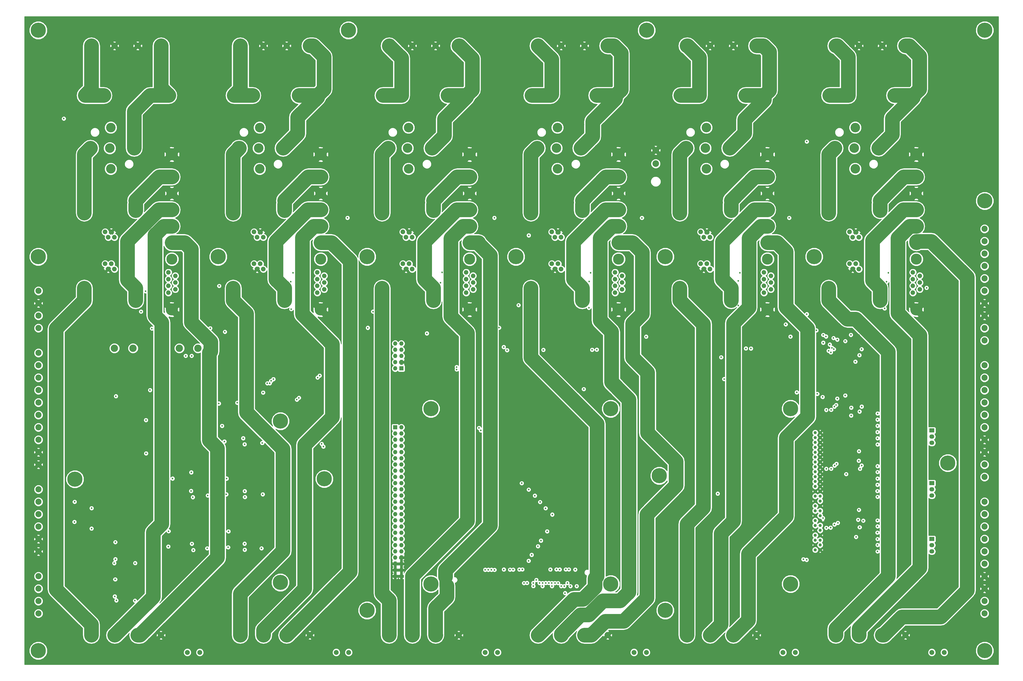
<source format=gbr>
G04 #@! TF.FileFunction,Copper,L6,Inr,Plane*
%FSLAX46Y46*%
G04 Gerber Fmt 4.6, Leading zero omitted, Abs format (unit mm)*
G04 Created by KiCad (PCBNEW 4.0.2-stable) date 10/20/2016 9:17:16 AM*
%MOMM*%
G01*
G04 APERTURE LIST*
%ADD10C,0.100000*%
%ADD11C,6.197600*%
%ADD12C,3.900000*%
%ADD13R,1.727200X1.727200*%
%ADD14O,1.727200X1.727200*%
%ADD15C,3.000000*%
%ADD16R,2.032000X1.727200*%
%ADD17O,2.032000X1.727200*%
%ADD18C,1.300000*%
%ADD19C,2.700000*%
%ADD20C,2.500000*%
%ADD21C,2.000000*%
%ADD22C,1.850000*%
%ADD23C,5.000000*%
%ADD24C,4.500000*%
%ADD25C,1.900000*%
%ADD26C,3.100000*%
%ADD27C,0.685800*%
%ADD28C,6.000000*%
%ADD29C,5.000000*%
%ADD30C,0.254000*%
G04 APERTURE END LIST*
D10*
D11*
X457403200Y-252095000D03*
X339293200Y-257302000D03*
X202133200Y-258572000D03*
X100025200Y-258699000D03*
X319410000Y-229870000D03*
X393040000Y-229870000D03*
X393040000Y-301600000D03*
X319410000Y-301600000D03*
X245770000Y-301600000D03*
X245770000Y-229870000D03*
X184150000Y-300990000D03*
X184150000Y-234950000D03*
D12*
X358546400Y-114757200D03*
X358546400Y-131648200D03*
X350139000Y-123190000D03*
X368046000Y-123190000D03*
X358140000Y-123190000D03*
D13*
X231140000Y-237490000D03*
D14*
X233680000Y-237490000D03*
X231140000Y-240030000D03*
X233680000Y-240030000D03*
X231140000Y-242570000D03*
X233680000Y-242570000D03*
X231140000Y-245110000D03*
X233680000Y-245110000D03*
X231140000Y-247650000D03*
X233680000Y-247650000D03*
X231140000Y-250190000D03*
X233680000Y-250190000D03*
X231140000Y-252730000D03*
X233680000Y-252730000D03*
X231140000Y-255270000D03*
X233680000Y-255270000D03*
X231140000Y-257810000D03*
X233680000Y-257810000D03*
X231140000Y-260350000D03*
X233680000Y-260350000D03*
X231140000Y-262890000D03*
X233680000Y-262890000D03*
X231140000Y-265430000D03*
X233680000Y-265430000D03*
X231140000Y-267970000D03*
X233680000Y-267970000D03*
X231140000Y-270510000D03*
X233680000Y-270510000D03*
X231140000Y-273050000D03*
X233680000Y-273050000D03*
X231140000Y-275590000D03*
X233680000Y-275590000D03*
X231140000Y-278130000D03*
X233680000Y-278130000D03*
X231140000Y-280670000D03*
X233680000Y-280670000D03*
X231140000Y-283210000D03*
X233680000Y-283210000D03*
X231140000Y-285750000D03*
X233680000Y-285750000D03*
X231140000Y-288290000D03*
X233680000Y-288290000D03*
X231140000Y-290830000D03*
X233680000Y-290830000D03*
X231140000Y-293370000D03*
X233680000Y-293370000D03*
X231140000Y-295910000D03*
X233680000Y-295910000D03*
X231140000Y-298450000D03*
X233680000Y-298450000D03*
D15*
X123825000Y-205105000D03*
X116205000Y-205105000D03*
X116205000Y-205105000D03*
X142795000Y-205105000D03*
X150415000Y-205105000D03*
D13*
X233680000Y-213360000D03*
D14*
X231140000Y-213360000D03*
X233680000Y-210820000D03*
X231140000Y-210820000D03*
X233680000Y-208280000D03*
X231140000Y-208280000D03*
X233680000Y-205740000D03*
X231140000Y-205740000D03*
X233680000Y-203200000D03*
X231140000Y-203200000D03*
D15*
X111760000Y-101600000D03*
X104140000Y-101600000D03*
X104140000Y-101600000D03*
X130730000Y-101600000D03*
X138350000Y-101600000D03*
X172720000Y-101600000D03*
X165100000Y-101600000D03*
X165100000Y-101600000D03*
X191690000Y-101600000D03*
X199310000Y-101600000D03*
X233680000Y-101600000D03*
X226060000Y-101600000D03*
X226060000Y-101600000D03*
X252650000Y-101600000D03*
X260270000Y-101600000D03*
X294640000Y-101600000D03*
X287020000Y-101600000D03*
X287020000Y-101600000D03*
X313610000Y-101600000D03*
X321230000Y-101600000D03*
X355600000Y-101600000D03*
X347980000Y-101600000D03*
X347980000Y-101600000D03*
X374570000Y-101600000D03*
X382190000Y-101600000D03*
X416560000Y-101600000D03*
X408940000Y-101600000D03*
X408940000Y-101600000D03*
X435530000Y-101600000D03*
X443150000Y-101600000D03*
D16*
X450850000Y-238760000D03*
D17*
X450850000Y-241300000D03*
X450850000Y-243840000D03*
D16*
X450850000Y-260350000D03*
D17*
X450850000Y-262890000D03*
X450850000Y-265430000D03*
D16*
X450850000Y-283210000D03*
D17*
X450850000Y-285750000D03*
X450850000Y-288290000D03*
D18*
X405130000Y-287655000D03*
X403130000Y-287655000D03*
X405130000Y-285655000D03*
X403130000Y-285655000D03*
X405130000Y-283655000D03*
X403130000Y-283655000D03*
X405130000Y-281655000D03*
X403130000Y-281655000D03*
X405130000Y-279655000D03*
X403130000Y-279655000D03*
X405130000Y-277655000D03*
X403130000Y-277655000D03*
X405130000Y-275655000D03*
X403130000Y-275655000D03*
X405130000Y-273655000D03*
X403130000Y-273655000D03*
X405130000Y-271655000D03*
X403130000Y-271655000D03*
X405130000Y-269655000D03*
X403130000Y-269655000D03*
X405130000Y-267655000D03*
X403130000Y-267655000D03*
X405130000Y-265655000D03*
X403130000Y-265655000D03*
X405130000Y-263655000D03*
X403130000Y-263655000D03*
X405130000Y-261655000D03*
X403130000Y-261655000D03*
X405130000Y-259655000D03*
X403130000Y-259655000D03*
X405130000Y-257655000D03*
X403130000Y-257655000D03*
X405130000Y-255655000D03*
X403130000Y-255655000D03*
X405130000Y-253655000D03*
X403130000Y-253655000D03*
X405130000Y-251655000D03*
X403130000Y-251655000D03*
X405130000Y-249655000D03*
X403130000Y-249655000D03*
X405130000Y-247655000D03*
X403130000Y-247655000D03*
X405130000Y-245655000D03*
X403130000Y-245655000D03*
X405130000Y-243655000D03*
X403130000Y-243655000D03*
X405130000Y-241655000D03*
X403130000Y-241655000D03*
X405130000Y-239655000D03*
X403130000Y-239655000D03*
D19*
X337820000Y-124040000D03*
X337820000Y-129540000D03*
D20*
X440055000Y-81280000D03*
X430535000Y-81280000D03*
X421015000Y-81280000D03*
X411495000Y-81280000D03*
X379095000Y-81280000D03*
X369575000Y-81280000D03*
X360055000Y-81280000D03*
X350535000Y-81280000D03*
X318135000Y-81280000D03*
X308615000Y-81280000D03*
X299095000Y-81280000D03*
X289575000Y-81280000D03*
X257175000Y-81280000D03*
X247655000Y-81280000D03*
X238135000Y-81280000D03*
X228615000Y-81280000D03*
X196215000Y-81280000D03*
X186695000Y-81280000D03*
X177175000Y-81280000D03*
X167655000Y-81280000D03*
X135255000Y-81280000D03*
X125735000Y-81280000D03*
X116215000Y-81280000D03*
X106695000Y-81280000D03*
X411480000Y-322580000D03*
X421000000Y-322580000D03*
X430520000Y-322580000D03*
X440040000Y-322580000D03*
X350520000Y-322580000D03*
X360040000Y-322580000D03*
X369560000Y-322580000D03*
X379080000Y-322580000D03*
X289560000Y-322580000D03*
X299080000Y-322580000D03*
X308600000Y-322580000D03*
X318120000Y-322580000D03*
X228600000Y-322580000D03*
X238120000Y-322580000D03*
X247640000Y-322580000D03*
X257160000Y-322580000D03*
X167640000Y-322580000D03*
X177160000Y-322580000D03*
X186680000Y-322580000D03*
X196200000Y-322580000D03*
X106680000Y-322580000D03*
X116200000Y-322580000D03*
X125720000Y-322580000D03*
X135240000Y-322580000D03*
D21*
X450850000Y-329628500D03*
X455930000Y-329628500D03*
X389890000Y-329628500D03*
X394970000Y-329628500D03*
X328930000Y-329628500D03*
X334010000Y-329628500D03*
X267970000Y-329628500D03*
X273050000Y-329628500D03*
X207010000Y-329628500D03*
X212090000Y-329628500D03*
X146050000Y-329628500D03*
X151130000Y-329628500D03*
D22*
X445920000Y-180980000D03*
X445920000Y-178210000D03*
X445920000Y-175440000D03*
X443080000Y-182350000D03*
X443080000Y-179580000D03*
X443080000Y-176810000D03*
X443080000Y-174040000D03*
D23*
X444500000Y-189230000D03*
X444500000Y-125730000D03*
D24*
X444500000Y-168600000D03*
X444500000Y-161870000D03*
X444500000Y-155140000D03*
X444500000Y-148410000D03*
X444500000Y-141680000D03*
X444500000Y-134950000D03*
D22*
X384960000Y-180980000D03*
X384960000Y-178210000D03*
X384960000Y-175440000D03*
X382120000Y-182350000D03*
X382120000Y-179580000D03*
X382120000Y-176810000D03*
X382120000Y-174040000D03*
D23*
X383540000Y-189230000D03*
X383540000Y-125730000D03*
D24*
X383540000Y-168600000D03*
X383540000Y-161870000D03*
X383540000Y-155140000D03*
X383540000Y-148410000D03*
X383540000Y-141680000D03*
X383540000Y-134950000D03*
D22*
X324000000Y-180980000D03*
X324000000Y-178210000D03*
X324000000Y-175440000D03*
X321160000Y-182350000D03*
X321160000Y-179580000D03*
X321160000Y-176810000D03*
X321160000Y-174040000D03*
D23*
X322580000Y-189230000D03*
X322580000Y-125730000D03*
D24*
X322580000Y-168600000D03*
X322580000Y-161870000D03*
X322580000Y-155140000D03*
X322580000Y-148410000D03*
X322580000Y-141680000D03*
X322580000Y-134950000D03*
D22*
X263040000Y-180980000D03*
X263040000Y-178210000D03*
X263040000Y-175440000D03*
X260200000Y-182350000D03*
X260200000Y-179580000D03*
X260200000Y-176810000D03*
X260200000Y-174040000D03*
D23*
X261620000Y-189230000D03*
X261620000Y-125730000D03*
D24*
X261620000Y-168600000D03*
X261620000Y-161870000D03*
X261620000Y-155140000D03*
X261620000Y-148410000D03*
X261620000Y-141680000D03*
X261620000Y-134950000D03*
D22*
X202080000Y-180980000D03*
X202080000Y-178210000D03*
X202080000Y-175440000D03*
X199240000Y-182350000D03*
X199240000Y-179580000D03*
X199240000Y-176810000D03*
X199240000Y-174040000D03*
D23*
X200660000Y-189230000D03*
X200660000Y-125730000D03*
D24*
X200660000Y-168600000D03*
X200660000Y-161870000D03*
X200660000Y-155140000D03*
X200660000Y-148410000D03*
X200660000Y-141680000D03*
X200660000Y-134950000D03*
D22*
X141120000Y-180980000D03*
X141120000Y-178210000D03*
X141120000Y-175440000D03*
X138280000Y-182350000D03*
X138280000Y-179580000D03*
X138280000Y-176810000D03*
X138280000Y-174040000D03*
D23*
X139700000Y-189230000D03*
X139700000Y-125730000D03*
D24*
X139700000Y-168600000D03*
X139700000Y-161870000D03*
X139700000Y-155140000D03*
X139700000Y-148410000D03*
X139700000Y-141680000D03*
X139700000Y-134950000D03*
D20*
X85090000Y-181610000D03*
X85090000Y-186690000D03*
X85090000Y-191770000D03*
X85090000Y-196850000D03*
X85090000Y-298450000D03*
X85090000Y-303530000D03*
X85090000Y-308610000D03*
X85090000Y-313690000D03*
X85090000Y-262890000D03*
X85090000Y-267970000D03*
X85090000Y-273050000D03*
X85090000Y-278130000D03*
X85090000Y-283210000D03*
X85090000Y-288290000D03*
X472440000Y-201930000D03*
X472440000Y-196850000D03*
X472440000Y-191770000D03*
X472440000Y-186690000D03*
X472440000Y-181610000D03*
X472440000Y-176530000D03*
X472440000Y-171450000D03*
X472440000Y-166370000D03*
X472440000Y-161290000D03*
X472440000Y-156210000D03*
X472440000Y-257810000D03*
X472440000Y-252730000D03*
X472440000Y-247650000D03*
X472440000Y-242570000D03*
X472440000Y-237490000D03*
X472440000Y-232410000D03*
X472440000Y-227330000D03*
X472440000Y-222250000D03*
X472440000Y-217170000D03*
X472440000Y-212090000D03*
X472440000Y-313690000D03*
X472440000Y-308610000D03*
X472440000Y-303530000D03*
X472440000Y-298450000D03*
X472440000Y-293370000D03*
X472440000Y-288290000D03*
X472440000Y-283210000D03*
X472440000Y-278130000D03*
X472440000Y-273050000D03*
X472440000Y-267970000D03*
X85090000Y-207010000D03*
X85090000Y-212090000D03*
X85090000Y-217170000D03*
X85090000Y-222250000D03*
X85090000Y-227330000D03*
X85090000Y-232410000D03*
X85090000Y-237490000D03*
X85090000Y-242570000D03*
X85090000Y-247650000D03*
X85090000Y-252730000D03*
D25*
X112395000Y-157480000D03*
X114935000Y-157480000D03*
X113665000Y-159680000D03*
X116205000Y-159680000D03*
D26*
X124800000Y-147170000D03*
X124800000Y-144630000D03*
X124800000Y-149710000D03*
X103800000Y-144630000D03*
X103800000Y-147170000D03*
X103800000Y-149710000D03*
D25*
X173355000Y-157480000D03*
X175895000Y-157480000D03*
X174625000Y-159680000D03*
X177165000Y-159680000D03*
D26*
X185760000Y-147170000D03*
X185760000Y-144630000D03*
X185760000Y-149710000D03*
X164760000Y-144630000D03*
X164760000Y-147170000D03*
X164760000Y-149710000D03*
D25*
X234315000Y-157480000D03*
X236855000Y-157480000D03*
X235585000Y-159680000D03*
X238125000Y-159680000D03*
D26*
X246720000Y-147170000D03*
X246720000Y-144630000D03*
X246720000Y-149710000D03*
X225720000Y-144630000D03*
X225720000Y-147170000D03*
X225720000Y-149710000D03*
D25*
X295275000Y-157480000D03*
X297815000Y-157480000D03*
X296545000Y-159680000D03*
X299085000Y-159680000D03*
D26*
X307680000Y-147170000D03*
X307680000Y-144630000D03*
X307680000Y-149710000D03*
X286680000Y-144630000D03*
X286680000Y-147170000D03*
X286680000Y-149710000D03*
D25*
X356235000Y-157480000D03*
X358775000Y-157480000D03*
X357505000Y-159680000D03*
X360045000Y-159680000D03*
D26*
X368640000Y-147170000D03*
X368640000Y-144630000D03*
X368640000Y-149710000D03*
X347640000Y-144630000D03*
X347640000Y-147170000D03*
X347640000Y-149710000D03*
D25*
X417195000Y-157480000D03*
X419735000Y-157480000D03*
X418465000Y-159680000D03*
X421005000Y-159680000D03*
D26*
X429600000Y-147170000D03*
X429600000Y-144630000D03*
X429600000Y-149710000D03*
X408600000Y-144630000D03*
X408600000Y-147170000D03*
X408600000Y-149710000D03*
D25*
X116205000Y-172720000D03*
X113665000Y-172720000D03*
X114935000Y-170520000D03*
X112395000Y-170520000D03*
D26*
X103800000Y-183030000D03*
X103800000Y-185570000D03*
X103800000Y-180490000D03*
X124800000Y-185570000D03*
X124800000Y-183030000D03*
X124800000Y-180490000D03*
D25*
X177165000Y-172720000D03*
X174625000Y-172720000D03*
X175895000Y-170520000D03*
X173355000Y-170520000D03*
D26*
X164760000Y-183030000D03*
X164760000Y-185570000D03*
X164760000Y-180490000D03*
X185760000Y-185570000D03*
X185760000Y-183030000D03*
X185760000Y-180490000D03*
D25*
X238125000Y-172720000D03*
X235585000Y-172720000D03*
X236855000Y-170520000D03*
X234315000Y-170520000D03*
D26*
X225720000Y-183030000D03*
X225720000Y-185570000D03*
X225720000Y-180490000D03*
X246720000Y-185570000D03*
X246720000Y-183030000D03*
X246720000Y-180490000D03*
D25*
X299085000Y-172720000D03*
X296545000Y-172720000D03*
X297815000Y-170520000D03*
X295275000Y-170520000D03*
D26*
X286680000Y-183030000D03*
X286680000Y-185570000D03*
X286680000Y-180490000D03*
X307680000Y-185570000D03*
X307680000Y-183030000D03*
X307680000Y-180490000D03*
D25*
X360045000Y-172720000D03*
X357505000Y-172720000D03*
X358775000Y-170520000D03*
X356235000Y-170520000D03*
D26*
X347640000Y-183030000D03*
X347640000Y-185570000D03*
X347640000Y-180490000D03*
X368640000Y-185570000D03*
X368640000Y-183030000D03*
X368640000Y-180490000D03*
D25*
X421005000Y-172720000D03*
X418465000Y-172720000D03*
X419735000Y-170520000D03*
X417195000Y-170520000D03*
D26*
X408600000Y-183030000D03*
X408600000Y-185570000D03*
X408600000Y-180490000D03*
X429600000Y-185570000D03*
X429600000Y-183030000D03*
X429600000Y-180490000D03*
D12*
X114706400Y-114757200D03*
X114706400Y-131648200D03*
X106299000Y-123190000D03*
X124206000Y-123190000D03*
X114300000Y-123190000D03*
X175666400Y-114757200D03*
X175666400Y-131648200D03*
X167259000Y-123190000D03*
X185166000Y-123190000D03*
X175260000Y-123190000D03*
X236626400Y-114757200D03*
X236626400Y-131648200D03*
X228219000Y-123190000D03*
X246126000Y-123190000D03*
X236220000Y-123190000D03*
X297586400Y-114757200D03*
X297586400Y-131648200D03*
X289179000Y-123190000D03*
X307086000Y-123190000D03*
X297180000Y-123190000D03*
X419506400Y-114757200D03*
X419506400Y-131648200D03*
X411099000Y-123190000D03*
X429006000Y-123190000D03*
X419100000Y-123190000D03*
D11*
X85039200Y-74930000D03*
X85039200Y-167640000D03*
X85039200Y-328930000D03*
X212039200Y-74930000D03*
X158699200Y-167640000D03*
X219659200Y-167640000D03*
X219659200Y-312420000D03*
X280619200Y-167640000D03*
X334086200Y-74930000D03*
X341706200Y-167640000D03*
X341706200Y-312420000D03*
X402666200Y-167640000D03*
X472516200Y-74930000D03*
X472516200Y-144780000D03*
X472516200Y-328930000D03*
D27*
X417722000Y-199625000D03*
X406400000Y-199644000D03*
X120497600Y-111760000D03*
X93802200Y-106680000D03*
X153490000Y-114757200D03*
X186512200Y-113538000D03*
X214450000Y-114782600D03*
X247472200Y-113538000D03*
X275410000Y-114782600D03*
X308279800Y-113588800D03*
X336370000Y-114805800D03*
X369392200Y-113538000D03*
X458290000Y-114805800D03*
X430352200Y-113538000D03*
X397330000Y-114757200D03*
X421030400Y-199720200D03*
X420954200Y-206273400D03*
X417855400Y-212166200D03*
X416534600Y-217170000D03*
X420979600Y-229743000D03*
X419531800Y-237083600D03*
X416255200Y-240665000D03*
X423595800Y-251129800D03*
X420116000Y-261213600D03*
X416433000Y-264795000D03*
X421477800Y-273980000D03*
X440870000Y-290294400D03*
X417830000Y-283870400D03*
X416636200Y-288925000D03*
X350545400Y-174421800D03*
X289610800Y-174650400D03*
X292125000Y-295732600D03*
X299745000Y-295732600D03*
X303555000Y-295783400D03*
X308329200Y-300585000D03*
X305460400Y-297408600D03*
X304190400Y-299948600D03*
X300380400Y-299948600D03*
X300380400Y-297408600D03*
X296570400Y-297408600D03*
X296570400Y-299949600D03*
X300355000Y-301218600D03*
X304165000Y-301218600D03*
X297230800Y-304165000D03*
X288975800Y-302488600D03*
X292811200Y-299897800D03*
X292760400Y-297408600D03*
X290220400Y-298678600D03*
X288925000Y-301193200D03*
X285115000Y-302463200D03*
X284581600Y-293370000D03*
X280695000Y-295783400D03*
X276885000Y-295783000D03*
X277520400Y-297408600D03*
X281305000Y-297434000D03*
X282576000Y-301244000D03*
X281330400Y-299949600D03*
X278790400Y-301219600D03*
X277521400Y-299948600D03*
X274980400Y-301219600D03*
X273685000Y-299975000D03*
X271170400Y-301219600D03*
X269888200Y-299961800D03*
X267360400Y-301219600D03*
X266090400Y-299949600D03*
X263525000Y-301245000D03*
X273708600Y-297408600D03*
X271170400Y-297434000D03*
X273075400Y-295833800D03*
X267360400Y-297409600D03*
X266090400Y-297409600D03*
X264185400Y-295833800D03*
X262915400Y-295808400D03*
X172720000Y-286791400D03*
X172770800Y-265201400D03*
X171881800Y-243586000D03*
X151434800Y-243840000D03*
X153365200Y-258749800D03*
X150495000Y-286715200D03*
X108889800Y-305435000D03*
X123190000Y-299974000D03*
X119684800Y-299720000D03*
X123190000Y-284734000D03*
X119735600Y-284530800D03*
X109067600Y-290195000D03*
X103047800Y-277495000D03*
X103073200Y-269240000D03*
X127355600Y-250164600D03*
X126161800Y-234340400D03*
X126161800Y-220395800D03*
X407543000Y-200279000D03*
X410591000Y-200914000D03*
X412141000Y-201575000D03*
X415417000Y-202184000D03*
X406400000Y-202819000D03*
X419555800Y-210590000D03*
X417855400Y-229412800D03*
X417830000Y-232638600D03*
X420949000Y-251150000D03*
X415798000Y-256616200D03*
X420700200Y-275310600D03*
X419836600Y-282346400D03*
X271805000Y-295834200D03*
X270535000Y-295783400D03*
X269265000Y-295783400D03*
X116509800Y-299720000D03*
X116560600Y-284480000D03*
X267995000Y-295783400D03*
X409067000Y-203581000D03*
X409981400Y-204927200D03*
X285140400Y-301193200D03*
X422097200Y-205486000D03*
X422148000Y-228981000D03*
X422122600Y-253111000D03*
X422783000Y-275691600D03*
X283857700Y-301231300D03*
X410997400Y-228981000D03*
X411048200Y-253111000D03*
X410997400Y-277241000D03*
X410743400Y-205486000D03*
X295275000Y-301218600D03*
X408609800Y-206121000D03*
X287706300Y-302463700D03*
X421208200Y-207924400D03*
X411683200Y-228320600D03*
X409625800Y-230301800D03*
X409625800Y-254431800D03*
X409422600Y-278536400D03*
X409524200Y-206781400D03*
X291490400Y-301218600D03*
X403593300Y-197751700D03*
X395554200Y-223139000D03*
X308356000Y-221818200D03*
X403991000Y-223770000D03*
X365810800Y-217703400D03*
X415391600Y-224420000D03*
X406146000Y-225044000D03*
X116586000Y-291465000D03*
X412140400Y-225704400D03*
X116332000Y-306705000D03*
X428675800Y-231800400D03*
X428625000Y-234315000D03*
X407644600Y-230352600D03*
X407644600Y-254457200D03*
X407644600Y-278612600D03*
X287680400Y-301193200D03*
X421259000Y-231013000D03*
X411810200Y-252425200D03*
X428625000Y-236855000D03*
X421017700Y-247256300D03*
X428599600Y-239395000D03*
X428625000Y-241935000D03*
X428625000Y-244475000D03*
X428625000Y-253365000D03*
X428625000Y-255778000D03*
X428625000Y-258445000D03*
X428599600Y-260985000D03*
X421436800Y-254457200D03*
X412394400Y-276580000D03*
X428586900Y-263563100D03*
X421005000Y-271272000D03*
X428625000Y-265938000D03*
X428599600Y-275590000D03*
X428625000Y-278003000D03*
X428586900Y-280581100D03*
X428625000Y-283210000D03*
X428625000Y-285623000D03*
X428625000Y-288290000D03*
X421309800Y-278384000D03*
X291465000Y-302514000D03*
X124663200Y-293065200D03*
X116113200Y-293075000D03*
X124587000Y-308432200D03*
X116976800Y-308315000D03*
X145364200Y-208203800D03*
X392455400Y-151714200D03*
X332155800Y-151739600D03*
X211607400Y-151688800D03*
X271754600Y-151688800D03*
X147802600Y-208203800D03*
X127076200Y-190093600D03*
X139979400Y-258445000D03*
X138353800Y-280009600D03*
X160274000Y-236880400D03*
X162128200Y-258445000D03*
X162890200Y-280060400D03*
X431546000Y-188798200D03*
X116789200Y-224739200D03*
X399592800Y-291719000D03*
X398246600Y-291490400D03*
X406298400Y-274624800D03*
X191719200Y-225399600D03*
X190881000Y-226136200D03*
X201752200Y-245364000D03*
X201041000Y-244246400D03*
X265455400Y-237718600D03*
X266217400Y-238734600D03*
X282956000Y-260350000D03*
X285800800Y-262966200D03*
X288315324Y-265455476D03*
X290474400Y-268046200D03*
X292709600Y-270611600D03*
X295452800Y-273177000D03*
X305460400Y-302488600D03*
X302895000Y-302514000D03*
X300685200Y-305333400D03*
X300380400Y-302488600D03*
X299097700Y-302475900D03*
X295325800Y-302488600D03*
X294055800Y-301193200D03*
X292785800Y-301193200D03*
X290233100Y-301205900D03*
X288925000Y-299948600D03*
X180340000Y-218440000D03*
X128981200Y-181762400D03*
X199364600Y-217093800D03*
X147574000Y-263525000D03*
X188569600Y-189077600D03*
X188417200Y-177825400D03*
X138252200Y-286283400D03*
X249682000Y-178308000D03*
X147878800Y-285140400D03*
X256311400Y-213791800D03*
X161213800Y-243281200D03*
X310540400Y-177800000D03*
X310438800Y-188518800D03*
X311759600Y-205714600D03*
X168910000Y-241935000D03*
X162001200Y-264896600D03*
X374726200Y-205181200D03*
X371602000Y-177520600D03*
X371627400Y-187553600D03*
X169519600Y-263601200D03*
X162763200Y-286588200D03*
X432333400Y-177876200D03*
X169468800Y-285115000D03*
X293370000Y-280060400D03*
X155422600Y-196900800D03*
X281965000Y-295681000D03*
X161417000Y-198374000D03*
X304850800Y-295706800D03*
X177063400Y-223240600D03*
X301650400Y-301218600D03*
X130759200Y-222224600D03*
X297840400Y-301244000D03*
X129108200Y-234492800D03*
X296570400Y-301218600D03*
X129133600Y-248132600D03*
X363194600Y-264617200D03*
X95453200Y-111074200D03*
X181279800Y-217728800D03*
X302260000Y-295656000D03*
X154381200Y-265379200D03*
X279425400Y-295732200D03*
X244119400Y-199009000D03*
X219913200Y-196723000D03*
X290830000Y-283845000D03*
X200202800Y-216306400D03*
X300990000Y-295656000D03*
X154178000Y-287020000D03*
X276949708Y-205880227D03*
X278155400Y-295732200D03*
X273685000Y-196672200D03*
X289585400Y-286156400D03*
X256311400Y-212801200D03*
X298475000Y-295681400D03*
X176707800Y-243865400D03*
X275590000Y-204597000D03*
X275615000Y-295681000D03*
X291795200Y-205765400D03*
X287020000Y-289687000D03*
X313690000Y-205689200D03*
X297180000Y-295656000D03*
X176911000Y-264896600D03*
X399669000Y-191135000D03*
X399643600Y-120472200D03*
X364591600Y-208788000D03*
X285775000Y-292125400D03*
X376783600Y-205206600D03*
X294665000Y-295681000D03*
X176403000Y-287020000D03*
X391033000Y-195326000D03*
X283210000Y-295656000D03*
X448716400Y-180365400D03*
X99898200Y-267970000D03*
X106840000Y-270560800D03*
X99822000Y-276199600D03*
X106832400Y-278917400D03*
X189357000Y-174218600D03*
X148285200Y-266065000D03*
X250342400Y-174015400D03*
X148488400Y-287731200D03*
X311175400Y-174167800D03*
X169494200Y-244398800D03*
X372249700Y-174180500D03*
X169595800Y-266014200D03*
X433044600Y-174244000D03*
X169519600Y-287578800D03*
X131521200Y-197027800D03*
X147650200Y-255905000D03*
X159080200Y-179578000D03*
X222046800Y-190093600D03*
X158953200Y-227711000D03*
X166471600Y-227380800D03*
X281635200Y-187452000D03*
X333883000Y-200355200D03*
X178765200Y-219456000D03*
X392963400Y-200329800D03*
X179755800Y-219430600D03*
X285826200Y-158877000D03*
D28*
X124850800Y-146154000D02*
X124850800Y-148694000D01*
X139750800Y-134950000D02*
X138937800Y-134950000D01*
X134530800Y-134950000D02*
X139750800Y-134950000D01*
X124850800Y-144630000D02*
X134530800Y-134950000D01*
X185810800Y-146154000D02*
X185810800Y-148694000D01*
X195490800Y-134950000D02*
X200710800Y-134950000D01*
X185810800Y-144630000D02*
X195490800Y-134950000D01*
X246770800Y-146154000D02*
X246770800Y-148694000D01*
X256450800Y-134950000D02*
X261670800Y-134950000D01*
X246770800Y-144630000D02*
X256450800Y-134950000D01*
X307730800Y-146154000D02*
X307730800Y-148694000D01*
X317410800Y-134950000D02*
X322630800Y-134950000D01*
X307730800Y-144630000D02*
X317410800Y-134950000D01*
X368690800Y-146154000D02*
X368690800Y-148694000D01*
X378370800Y-134950000D02*
X383590800Y-134950000D01*
X368690800Y-144630000D02*
X378370800Y-134950000D01*
X429650800Y-146154000D02*
X429650800Y-148694000D01*
X439330800Y-134950000D02*
X444550800Y-134950000D01*
X429650800Y-144630000D02*
X439330800Y-134950000D01*
X103850800Y-185570000D02*
X103850800Y-180490000D01*
X103850800Y-180490000D02*
X103850800Y-183030000D01*
X106730800Y-318262000D02*
X92329000Y-303860200D01*
X92329000Y-303860200D02*
X92329000Y-197091800D01*
X92329000Y-197091800D02*
X103850800Y-185570000D01*
X106730800Y-322580000D02*
X106730800Y-318262000D01*
X164810800Y-185570000D02*
X164810800Y-180490000D01*
X164810800Y-183030000D02*
X164810800Y-185570000D01*
X167690800Y-305587400D02*
X185191400Y-288086800D01*
X185191400Y-288086800D02*
X185191400Y-246329200D01*
X185191400Y-246329200D02*
X170230800Y-231368600D01*
X170230800Y-231368600D02*
X170230800Y-190990000D01*
X167690800Y-316230000D02*
X167690800Y-322580000D01*
X164810800Y-185570000D02*
X170230800Y-190990000D01*
X167690800Y-316230000D02*
X167690800Y-305587400D01*
X225770800Y-305476000D02*
X228650800Y-308356000D01*
X228650800Y-308356000D02*
X228650800Y-322580000D01*
X225770800Y-180490000D02*
X225770800Y-305476000D01*
X225770800Y-183030000D02*
X225770800Y-185570000D01*
X286730800Y-180490000D02*
X286730800Y-183030000D01*
X286730800Y-180490000D02*
X286730800Y-187792000D01*
X286730800Y-208956000D02*
X286730800Y-185570000D01*
X313766200Y-235991400D02*
X286730800Y-208956000D01*
X313766200Y-298450000D02*
X313766200Y-235991400D01*
X312902600Y-299313600D02*
X313766200Y-298450000D01*
X312902600Y-302971200D02*
X312902600Y-299313600D01*
X308000400Y-307873400D02*
X312902600Y-302971200D01*
X304368200Y-307873400D02*
X308000400Y-307873400D01*
X289661600Y-322580000D02*
X304368200Y-307873400D01*
X289610800Y-322580000D02*
X289661600Y-322580000D01*
X347690800Y-185570000D02*
X347690800Y-180490000D01*
X350570800Y-277114000D02*
X357301800Y-270383000D01*
X357301800Y-270383000D02*
X357301800Y-195181000D01*
X357301800Y-195181000D02*
X347690800Y-185570000D01*
X350570800Y-322580000D02*
X350570800Y-277114000D01*
X347690800Y-183030000D02*
X347690800Y-185570000D01*
X408650800Y-185570000D02*
X408650800Y-180490000D01*
X408650800Y-183030000D02*
X408650800Y-185570000D01*
X432993800Y-298450000D02*
X432993800Y-206476600D01*
X432993800Y-206476600D02*
X419666200Y-193149000D01*
X411530800Y-319913000D02*
X411530800Y-322580000D01*
X411530800Y-319913000D02*
X416229800Y-315214000D01*
X416229800Y-315214000D02*
X432993800Y-298450000D01*
X419666200Y-193149000D02*
X416229800Y-193149000D01*
X408650800Y-185570000D02*
X416229800Y-193149000D01*
X104190800Y-101600000D02*
X111810800Y-101600000D01*
X106745800Y-99045000D02*
X104190800Y-101600000D01*
X106745800Y-81280000D02*
X106745800Y-99045000D01*
X135305800Y-98505000D02*
X138400800Y-101600000D01*
X135305800Y-81280000D02*
X135305800Y-98505000D01*
X130780800Y-101600000D02*
X138400800Y-101600000D01*
X124256800Y-108124000D02*
X130780800Y-101600000D01*
X124256800Y-123190000D02*
X124256800Y-108124000D01*
X167705800Y-99045000D02*
X165150800Y-101600000D01*
X167705800Y-81280000D02*
X167705800Y-99045000D01*
X172770800Y-101600000D02*
X165150800Y-101600000D01*
X199360800Y-101600000D02*
X191740800Y-101600000D01*
X197535800Y-81280000D02*
X201980800Y-85725000D01*
X201980800Y-85725000D02*
X201980800Y-98980000D01*
X201980800Y-98980000D02*
X199360800Y-101600000D01*
X196265800Y-81280000D02*
X197535800Y-81280000D01*
X191185800Y-117221000D02*
X185216800Y-123190000D01*
X191185800Y-110490000D02*
X191185800Y-117221000D01*
X199360800Y-102315000D02*
X191185800Y-110490000D01*
X199360800Y-101600000D02*
X199360800Y-102315000D01*
X233730800Y-101600000D02*
X226110800Y-101600000D01*
X233730800Y-86360000D02*
X233730800Y-101600000D01*
X228665800Y-81295000D02*
X233730800Y-86360000D01*
X228665800Y-81280000D02*
X228665800Y-81295000D01*
X260320800Y-101600000D02*
X252700800Y-101600000D01*
X262686800Y-86614000D02*
X262686800Y-99234000D01*
X262686800Y-99234000D02*
X260320800Y-101600000D01*
X257352800Y-81280000D02*
X262686800Y-86614000D01*
X257225800Y-81280000D02*
X257352800Y-81280000D01*
X251256800Y-111252000D02*
X251256800Y-118110000D01*
X251256800Y-118110000D02*
X246176800Y-123190000D01*
X260320800Y-102188000D02*
X251256800Y-111252000D01*
X260320800Y-101600000D02*
X260320800Y-102188000D01*
X294690800Y-101600000D02*
X287070800Y-101600000D01*
X295198800Y-101092000D02*
X294690800Y-101600000D01*
X295198800Y-86868000D02*
X295198800Y-101092000D01*
X289625800Y-81295000D02*
X295198800Y-86868000D01*
X289625800Y-81280000D02*
X289625800Y-81295000D01*
X321280800Y-101600000D02*
X313660800Y-101600000D01*
X320598800Y-81280000D02*
X323646800Y-84328000D01*
X323646800Y-84328000D02*
X323646800Y-99234000D01*
X323646800Y-99234000D02*
X321280800Y-101600000D01*
X318185800Y-81280000D02*
X320598800Y-81280000D01*
X311962800Y-112268000D02*
X311962800Y-118364000D01*
X311962800Y-118364000D02*
X307136800Y-123190000D01*
X321280800Y-102950000D02*
X311962800Y-112268000D01*
X321280800Y-101600000D02*
X321280800Y-102950000D01*
X355650800Y-101600000D02*
X348030800Y-101600000D01*
X355650800Y-86106000D02*
X355650800Y-101600000D01*
X350824800Y-81280000D02*
X355650800Y-86106000D01*
X350585800Y-81280000D02*
X350824800Y-81280000D01*
X382240800Y-101600000D02*
X374620800Y-101600000D01*
X381812800Y-81280000D02*
X384352800Y-83820000D01*
X384352800Y-83820000D02*
X384352800Y-99488000D01*
X384352800Y-99488000D02*
X382240800Y-101600000D01*
X379145800Y-81280000D02*
X381812800Y-81280000D01*
X382240800Y-103458000D02*
X374192800Y-111506000D01*
X374192800Y-111506000D02*
X374192800Y-117094000D01*
X374192800Y-117094000D02*
X368096800Y-123190000D01*
X382240800Y-101600000D02*
X382240800Y-103458000D01*
X416610800Y-101600000D02*
X408990800Y-101600000D01*
X416610800Y-85852000D02*
X416610800Y-101600000D01*
X412038800Y-81280000D02*
X416610800Y-85852000D01*
X411545800Y-81280000D02*
X412038800Y-81280000D01*
X443200800Y-101600000D02*
X435580800Y-101600000D01*
X441502800Y-81280000D02*
X445820800Y-85598000D01*
X445820800Y-85598000D02*
X445820800Y-98980000D01*
X445820800Y-98980000D02*
X443200800Y-101600000D01*
X440105800Y-81280000D02*
X441502800Y-81280000D01*
X434644800Y-110998000D02*
X434644800Y-117602000D01*
X434644800Y-117602000D02*
X429056800Y-123190000D01*
X443200800Y-102442000D02*
X434644800Y-110998000D01*
X443200800Y-101600000D02*
X443200800Y-102442000D01*
X125770800Y-322580000D02*
X126288800Y-322580000D01*
X125770800Y-322580000D02*
X126619000Y-322580000D01*
X155651200Y-206375000D02*
X155651200Y-202488800D01*
X155651200Y-202488800D02*
X147675600Y-194513200D01*
X147675600Y-194513200D02*
X147675600Y-164566600D01*
X147675600Y-164566600D02*
X144979000Y-161870000D01*
X144979000Y-161870000D02*
X139750800Y-161870000D01*
X126619000Y-322580000D02*
X158369000Y-290830000D01*
X155067000Y-206908400D02*
X155117800Y-206908400D01*
X155067000Y-207695800D02*
X155067000Y-206908400D01*
X155067000Y-242798600D02*
X155067000Y-207695800D01*
X158369000Y-246100600D02*
X155067000Y-242798600D01*
X158369000Y-290830000D02*
X158369000Y-246100600D01*
X155117800Y-206908400D02*
X155651200Y-206375000D01*
X116357400Y-322580000D02*
X132080000Y-306857400D01*
X116250800Y-322580000D02*
X116357400Y-322580000D01*
X135585200Y-194589400D02*
X135585200Y-276961600D01*
X135585200Y-276961600D02*
X132080000Y-280466800D01*
X132080000Y-280466800D02*
X132080000Y-306857400D01*
X134670800Y-193675000D02*
X132791200Y-191795400D01*
X132791200Y-158729726D02*
X136380926Y-155140000D01*
X139750800Y-155140000D02*
X136380926Y-155140000D01*
X134670800Y-193675000D02*
X135585200Y-194589400D01*
X132791200Y-191795400D02*
X132791200Y-158729726D01*
X124850800Y-180490000D02*
X124850800Y-185570000D01*
X134342800Y-148410000D02*
X121462800Y-161290000D01*
X121462800Y-161290000D02*
X121462800Y-177102000D01*
X121462800Y-177102000D02*
X124850800Y-180490000D01*
X139750800Y-148410000D02*
X134342800Y-148410000D01*
X124850800Y-183030000D02*
X124850800Y-185570000D01*
X205100800Y-161870000D02*
X212648800Y-169418000D01*
X212648800Y-169418000D02*
X212648800Y-296662000D01*
X212648800Y-296662000D02*
X186730800Y-322580000D01*
X200710800Y-161870000D02*
X205100800Y-161870000D01*
X177210800Y-320426000D02*
X177210800Y-322580000D01*
X194030600Y-303606200D02*
X194030600Y-248767600D01*
X177210800Y-320426000D02*
X194030600Y-303606200D01*
X194030600Y-244678200D02*
X205409800Y-233299000D01*
X205409800Y-233299000D02*
X205409800Y-203454000D01*
X205409800Y-203454000D02*
X204851000Y-202895200D01*
X200075800Y-198120000D02*
X193090800Y-191135000D01*
X193090800Y-191135000D02*
X193090800Y-159814390D01*
X193090800Y-159814390D02*
X197765190Y-155140000D01*
X197765190Y-155140000D02*
X200710800Y-155140000D01*
X204851000Y-202895200D02*
X200075800Y-198120000D01*
X194030600Y-248767600D02*
X194030600Y-244678200D01*
X185810800Y-180490000D02*
X185810800Y-185570000D01*
X195302800Y-148410000D02*
X182295800Y-161417000D01*
X182295800Y-161417000D02*
X182295800Y-176975000D01*
X182295800Y-176975000D02*
X185810800Y-180490000D01*
X200710800Y-148410000D02*
X195302800Y-148410000D01*
X185810800Y-183030000D02*
X185810800Y-185570000D01*
X264841600Y-161870000D02*
X261670800Y-161870000D01*
X265248000Y-161870000D02*
X264841600Y-161870000D01*
X247690800Y-322580000D02*
X247700800Y-322580000D01*
X247690800Y-311490200D02*
X252272800Y-306908200D01*
X252272800Y-306908200D02*
X252272800Y-302945800D01*
X247690800Y-322580000D02*
X247690800Y-311490200D01*
X251739400Y-298704000D02*
X251739400Y-295960800D01*
X270052800Y-167081200D02*
X264841600Y-161870000D01*
X270052800Y-198247000D02*
X270052800Y-167081200D01*
X270052800Y-277647400D02*
X270052800Y-198247000D01*
X251739400Y-295960800D02*
X270052800Y-277647400D01*
X252272800Y-302945800D02*
X252272800Y-302412400D01*
D29*
X252272800Y-302945800D02*
X251739400Y-302412400D01*
X251739400Y-302412400D02*
X251739400Y-295960800D01*
D28*
X238170800Y-298328000D02*
X260654800Y-275844000D01*
X260654800Y-275844000D02*
X260654800Y-198882000D01*
X260654800Y-198882000D02*
X253947995Y-192175195D01*
X253947995Y-192175195D02*
X253947995Y-160122805D01*
X253947995Y-160122805D02*
X258930800Y-155140000D01*
X258930800Y-155140000D02*
X261670800Y-155140000D01*
X238170800Y-322580000D02*
X238170800Y-298328000D01*
X246770800Y-180490000D02*
X246770800Y-185570000D01*
X256262800Y-148410000D02*
X243128800Y-161544000D01*
X243128800Y-161544000D02*
X243128800Y-176848000D01*
X243128800Y-176848000D02*
X246770800Y-180490000D01*
X261670800Y-148410000D02*
X256262800Y-148410000D01*
X246770800Y-183030000D02*
X246770800Y-185570000D01*
X346125800Y-251460000D02*
X334441800Y-239776000D01*
X334441800Y-239776000D02*
X334441800Y-215011000D01*
X334441800Y-215011000D02*
X328345800Y-208915000D01*
X328290800Y-161870000D02*
X322630800Y-161870000D01*
X334187800Y-273177000D02*
X346125800Y-261239000D01*
X334187800Y-307365400D02*
X334187800Y-273177000D01*
X311404000Y-322580000D02*
X317144400Y-316839600D01*
X317144400Y-316839600D02*
X324713600Y-316839600D01*
X324713600Y-316839600D02*
X334187800Y-307365400D01*
X308650800Y-322580000D02*
X311404000Y-322580000D01*
X332282800Y-165862000D02*
X328290800Y-161870000D01*
X332282800Y-191008000D02*
X332282800Y-165862000D01*
X328345800Y-194945000D02*
X332282800Y-191008000D01*
X328345800Y-208915000D02*
X328345800Y-194945000D01*
X346125800Y-261239000D02*
X346125800Y-251460000D01*
X299130800Y-322580000D02*
X299130800Y-322127800D01*
X326821800Y-226085400D02*
X322072000Y-221335600D01*
X326821800Y-304901600D02*
X326821800Y-226085400D01*
X315010800Y-187706000D02*
X315010800Y-193700400D01*
X322072000Y-221310200D02*
X319684400Y-218922600D01*
X315010800Y-193700400D02*
X319684400Y-198374000D01*
X319684400Y-198374000D02*
X319684400Y-218922600D01*
X319890800Y-155140000D02*
X315010800Y-160020000D01*
X322630800Y-155140000D02*
X319890800Y-155140000D01*
X315010800Y-187706000D02*
X315010800Y-160020000D01*
X322072000Y-221335600D02*
X322072000Y-221310200D01*
X305181000Y-316077600D02*
X305206400Y-316052200D01*
X299130800Y-322127800D02*
X305181000Y-316077600D01*
X306984400Y-314274200D02*
X310388000Y-314274200D01*
X310388000Y-314274200D02*
X316153800Y-308508400D01*
X316153800Y-308508400D02*
X323215000Y-308508400D01*
X323215000Y-308508400D02*
X326821800Y-304901600D01*
X305181000Y-316077600D02*
X306984400Y-314274200D01*
X307730800Y-180490000D02*
X307730800Y-185570000D01*
X317222800Y-148410000D02*
X304088800Y-161544000D01*
X304088800Y-161544000D02*
X304088800Y-176848000D01*
X304088800Y-176848000D02*
X307730800Y-180490000D01*
X322630800Y-148410000D02*
X317222800Y-148410000D01*
X307730800Y-180490000D02*
X307730800Y-183030000D01*
X399999200Y-197104000D02*
X391134600Y-188239400D01*
X391134600Y-188239400D02*
X391134600Y-165531800D01*
X391134600Y-165531800D02*
X387472800Y-161870000D01*
X375716800Y-316474000D02*
X369610800Y-322580000D01*
X375716800Y-313454002D02*
X375716800Y-316474000D01*
X399999200Y-233019600D02*
X391210800Y-241808000D01*
X391210800Y-241808000D02*
X391210800Y-273812000D01*
X391210800Y-273812000D02*
X375716800Y-289306000D01*
X375716800Y-289306000D02*
X375716800Y-313454002D01*
X383590800Y-161870000D02*
X387472800Y-161870000D01*
X399999200Y-233019600D02*
X399999200Y-197104000D01*
X380850800Y-155140000D02*
X375970800Y-160020000D01*
X375970800Y-160020000D02*
X375970800Y-188468000D01*
X375970800Y-188468000D02*
X369620800Y-194818000D01*
X369620800Y-194818000D02*
X369620800Y-275844000D01*
X369620800Y-275844000D02*
X364540800Y-280924000D01*
X364540800Y-280924000D02*
X364540800Y-318130000D01*
X364540800Y-318130000D02*
X360090800Y-322580000D01*
X383590800Y-155140000D02*
X380850800Y-155140000D01*
X368690800Y-180490000D02*
X368690800Y-185570000D01*
X378182800Y-148410000D02*
X365048800Y-161544000D01*
X365048800Y-161544000D02*
X365048800Y-176848000D01*
X365048800Y-176848000D02*
X368690800Y-180490000D01*
X383590800Y-148410000D02*
X378182800Y-148410000D01*
X368690800Y-180490000D02*
X368690800Y-183030000D01*
X444550800Y-161340002D02*
X444550800Y-161870000D01*
X450646002Y-161340002D02*
X444550800Y-161340002D01*
X465328000Y-176022000D02*
X450646002Y-161340002D01*
X465328000Y-304215800D02*
X465328000Y-176022000D01*
X454456800Y-315087000D02*
X465328000Y-304215800D01*
X438581800Y-315087000D02*
X454456800Y-315087000D01*
X431088800Y-322580000D02*
X438581800Y-315087000D01*
X430570800Y-322580000D02*
X431088800Y-322580000D01*
X445947800Y-294995600D02*
X445947800Y-199771000D01*
X445947800Y-199771000D02*
X436930800Y-190754000D01*
X436930800Y-160020000D02*
X436930800Y-188468000D01*
X444550800Y-155140000D02*
X441810800Y-155140000D01*
X441810800Y-155140000D02*
X436930800Y-160020000D01*
X436930800Y-190754000D02*
X436930800Y-188468000D01*
X421050800Y-319892600D02*
X445947800Y-294995600D01*
X421050800Y-322580000D02*
X421050800Y-319892600D01*
X444550800Y-148410000D02*
X439142800Y-148410000D01*
X439142800Y-148410000D02*
X426516800Y-161036000D01*
X426516800Y-161036000D02*
X426516800Y-177356000D01*
X426516800Y-177356000D02*
X429650800Y-180490000D01*
X429650800Y-180490000D02*
X429650800Y-185570000D01*
X429650800Y-183030000D02*
X429650800Y-185570000D01*
X103850800Y-144630000D02*
X103850800Y-149710000D01*
X103850800Y-144630000D02*
X103850800Y-147170000D01*
X103850800Y-125689000D02*
X106349800Y-123190000D01*
X103850800Y-144630000D02*
X103850800Y-125689000D01*
X164810800Y-144630000D02*
X164810800Y-149710000D01*
X167309800Y-123190000D02*
X167055800Y-123190000D01*
X164810800Y-144630000D02*
X164810800Y-147170000D01*
X164810800Y-125689000D02*
X167309800Y-123190000D01*
X164810800Y-144630000D02*
X164810800Y-125689000D01*
X225770800Y-144630000D02*
X225770800Y-149710000D01*
X225770800Y-144630000D02*
X225770800Y-147170000D01*
X225770800Y-125689000D02*
X228269800Y-123190000D01*
X225770800Y-144630000D02*
X225770800Y-125689000D01*
X286730800Y-144630000D02*
X286730800Y-149710000D01*
X286730800Y-144630000D02*
X286730800Y-147170000D01*
X286730800Y-125689000D02*
X289229800Y-123190000D01*
X286730800Y-144630000D02*
X286730800Y-125689000D01*
X347690800Y-144630000D02*
X347690800Y-149710000D01*
X347690800Y-147170000D02*
X347690800Y-149710000D01*
X347690800Y-125689000D02*
X350189800Y-123190000D01*
X347690800Y-144630000D02*
X347690800Y-125689000D01*
X408650800Y-149710000D02*
X408650800Y-144630000D01*
X408650800Y-144630000D02*
X408650800Y-147170000D01*
X408650800Y-125689000D02*
X411149800Y-123190000D01*
X408650800Y-144630000D02*
X408650800Y-125689000D01*
D30*
G36*
X478080000Y-334570000D02*
X79450000Y-334570000D01*
X79450000Y-329669440D01*
X81304754Y-329669440D01*
X81871993Y-331042264D01*
X82921411Y-332093515D01*
X84293243Y-332663150D01*
X85778640Y-332664446D01*
X87151464Y-332097207D01*
X88202715Y-331047789D01*
X88657604Y-329952295D01*
X144414716Y-329952295D01*
X144663106Y-330553443D01*
X145122637Y-331013778D01*
X145723352Y-331263216D01*
X146373795Y-331263784D01*
X146974943Y-331015394D01*
X147435278Y-330555863D01*
X147684716Y-329955148D01*
X147684718Y-329952295D01*
X149494716Y-329952295D01*
X149743106Y-330553443D01*
X150202637Y-331013778D01*
X150803352Y-331263216D01*
X151453795Y-331263784D01*
X152054943Y-331015394D01*
X152515278Y-330555863D01*
X152764716Y-329955148D01*
X152764718Y-329952295D01*
X205374716Y-329952295D01*
X205623106Y-330553443D01*
X206082637Y-331013778D01*
X206683352Y-331263216D01*
X207333795Y-331263784D01*
X207934943Y-331015394D01*
X208395278Y-330555863D01*
X208644716Y-329955148D01*
X208644718Y-329952295D01*
X210454716Y-329952295D01*
X210703106Y-330553443D01*
X211162637Y-331013778D01*
X211763352Y-331263216D01*
X212413795Y-331263784D01*
X213014943Y-331015394D01*
X213475278Y-330555863D01*
X213724716Y-329955148D01*
X213724718Y-329952295D01*
X266334716Y-329952295D01*
X266583106Y-330553443D01*
X267042637Y-331013778D01*
X267643352Y-331263216D01*
X268293795Y-331263784D01*
X268894943Y-331015394D01*
X269355278Y-330555863D01*
X269604716Y-329955148D01*
X269604718Y-329952295D01*
X271414716Y-329952295D01*
X271663106Y-330553443D01*
X272122637Y-331013778D01*
X272723352Y-331263216D01*
X273373795Y-331263784D01*
X273974943Y-331015394D01*
X274435278Y-330555863D01*
X274684716Y-329955148D01*
X274684718Y-329952295D01*
X327294716Y-329952295D01*
X327543106Y-330553443D01*
X328002637Y-331013778D01*
X328603352Y-331263216D01*
X329253795Y-331263784D01*
X329854943Y-331015394D01*
X330315278Y-330555863D01*
X330564716Y-329955148D01*
X330564718Y-329952295D01*
X332374716Y-329952295D01*
X332623106Y-330553443D01*
X333082637Y-331013778D01*
X333683352Y-331263216D01*
X334333795Y-331263784D01*
X334934943Y-331015394D01*
X335395278Y-330555863D01*
X335644716Y-329955148D01*
X335644718Y-329952295D01*
X388254716Y-329952295D01*
X388503106Y-330553443D01*
X388962637Y-331013778D01*
X389563352Y-331263216D01*
X390213795Y-331263784D01*
X390814943Y-331015394D01*
X391275278Y-330555863D01*
X391524716Y-329955148D01*
X391524718Y-329952295D01*
X393334716Y-329952295D01*
X393583106Y-330553443D01*
X394042637Y-331013778D01*
X394643352Y-331263216D01*
X395293795Y-331263784D01*
X395894943Y-331015394D01*
X396355278Y-330555863D01*
X396604716Y-329955148D01*
X396604718Y-329952295D01*
X449214716Y-329952295D01*
X449463106Y-330553443D01*
X449922637Y-331013778D01*
X450523352Y-331263216D01*
X451173795Y-331263784D01*
X451774943Y-331015394D01*
X452235278Y-330555863D01*
X452484716Y-329955148D01*
X452484718Y-329952295D01*
X454294716Y-329952295D01*
X454543106Y-330553443D01*
X455002637Y-331013778D01*
X455603352Y-331263216D01*
X456253795Y-331263784D01*
X456854943Y-331015394D01*
X457315278Y-330555863D01*
X457564716Y-329955148D01*
X457564965Y-329669440D01*
X468781754Y-329669440D01*
X469348993Y-331042264D01*
X470398411Y-332093515D01*
X471770243Y-332663150D01*
X473255640Y-332664446D01*
X474628464Y-332097207D01*
X475679715Y-331047789D01*
X476249350Y-329675957D01*
X476250646Y-328190560D01*
X475683407Y-326817736D01*
X474633989Y-325766485D01*
X473262157Y-325196850D01*
X471776760Y-325195554D01*
X470403936Y-325762793D01*
X469352685Y-326812211D01*
X468783050Y-328184043D01*
X468781754Y-329669440D01*
X457564965Y-329669440D01*
X457565284Y-329304705D01*
X457316894Y-328703557D01*
X456857363Y-328243222D01*
X456256648Y-327993784D01*
X455606205Y-327993216D01*
X455005057Y-328241606D01*
X454544722Y-328701137D01*
X454295284Y-329301852D01*
X454294716Y-329952295D01*
X452484718Y-329952295D01*
X452485284Y-329304705D01*
X452236894Y-328703557D01*
X451777363Y-328243222D01*
X451176648Y-327993784D01*
X450526205Y-327993216D01*
X449925057Y-328241606D01*
X449464722Y-328701137D01*
X449215284Y-329301852D01*
X449214716Y-329952295D01*
X396604718Y-329952295D01*
X396605284Y-329304705D01*
X396356894Y-328703557D01*
X395897363Y-328243222D01*
X395296648Y-327993784D01*
X394646205Y-327993216D01*
X394045057Y-328241606D01*
X393584722Y-328701137D01*
X393335284Y-329301852D01*
X393334716Y-329952295D01*
X391524718Y-329952295D01*
X391525284Y-329304705D01*
X391276894Y-328703557D01*
X390817363Y-328243222D01*
X390216648Y-327993784D01*
X389566205Y-327993216D01*
X388965057Y-328241606D01*
X388504722Y-328701137D01*
X388255284Y-329301852D01*
X388254716Y-329952295D01*
X335644718Y-329952295D01*
X335645284Y-329304705D01*
X335396894Y-328703557D01*
X334937363Y-328243222D01*
X334336648Y-327993784D01*
X333686205Y-327993216D01*
X333085057Y-328241606D01*
X332624722Y-328701137D01*
X332375284Y-329301852D01*
X332374716Y-329952295D01*
X330564718Y-329952295D01*
X330565284Y-329304705D01*
X330316894Y-328703557D01*
X329857363Y-328243222D01*
X329256648Y-327993784D01*
X328606205Y-327993216D01*
X328005057Y-328241606D01*
X327544722Y-328701137D01*
X327295284Y-329301852D01*
X327294716Y-329952295D01*
X274684718Y-329952295D01*
X274685284Y-329304705D01*
X274436894Y-328703557D01*
X273977363Y-328243222D01*
X273376648Y-327993784D01*
X272726205Y-327993216D01*
X272125057Y-328241606D01*
X271664722Y-328701137D01*
X271415284Y-329301852D01*
X271414716Y-329952295D01*
X269604718Y-329952295D01*
X269605284Y-329304705D01*
X269356894Y-328703557D01*
X268897363Y-328243222D01*
X268296648Y-327993784D01*
X267646205Y-327993216D01*
X267045057Y-328241606D01*
X266584722Y-328701137D01*
X266335284Y-329301852D01*
X266334716Y-329952295D01*
X213724718Y-329952295D01*
X213725284Y-329304705D01*
X213476894Y-328703557D01*
X213017363Y-328243222D01*
X212416648Y-327993784D01*
X211766205Y-327993216D01*
X211165057Y-328241606D01*
X210704722Y-328701137D01*
X210455284Y-329301852D01*
X210454716Y-329952295D01*
X208644718Y-329952295D01*
X208645284Y-329304705D01*
X208396894Y-328703557D01*
X207937363Y-328243222D01*
X207336648Y-327993784D01*
X206686205Y-327993216D01*
X206085057Y-328241606D01*
X205624722Y-328701137D01*
X205375284Y-329301852D01*
X205374716Y-329952295D01*
X152764718Y-329952295D01*
X152765284Y-329304705D01*
X152516894Y-328703557D01*
X152057363Y-328243222D01*
X151456648Y-327993784D01*
X150806205Y-327993216D01*
X150205057Y-328241606D01*
X149744722Y-328701137D01*
X149495284Y-329301852D01*
X149494716Y-329952295D01*
X147684718Y-329952295D01*
X147685284Y-329304705D01*
X147436894Y-328703557D01*
X146977363Y-328243222D01*
X146376648Y-327993784D01*
X145726205Y-327993216D01*
X145125057Y-328241606D01*
X144664722Y-328701137D01*
X144415284Y-329301852D01*
X144414716Y-329952295D01*
X88657604Y-329952295D01*
X88772350Y-329675957D01*
X88773646Y-328190560D01*
X88206407Y-326817736D01*
X87156989Y-325766485D01*
X85785157Y-325196850D01*
X84299760Y-325195554D01*
X82926936Y-325762793D01*
X81875685Y-326812211D01*
X81306050Y-328184043D01*
X81304754Y-329669440D01*
X79450000Y-329669440D01*
X79450000Y-314063305D01*
X83204674Y-314063305D01*
X83491043Y-314756372D01*
X84020839Y-315287093D01*
X84713405Y-315574672D01*
X85463305Y-315575326D01*
X86156372Y-315288957D01*
X86687093Y-314759161D01*
X86974672Y-314066595D01*
X86975326Y-313316695D01*
X86688957Y-312623628D01*
X86159161Y-312092907D01*
X85466595Y-311805328D01*
X84716695Y-311804674D01*
X84023628Y-312091043D01*
X83492907Y-312620839D01*
X83205328Y-313313405D01*
X83204674Y-314063305D01*
X79450000Y-314063305D01*
X79450000Y-308983305D01*
X83204674Y-308983305D01*
X83491043Y-309676372D01*
X84020839Y-310207093D01*
X84713405Y-310494672D01*
X85463305Y-310495326D01*
X86156372Y-310208957D01*
X86687093Y-309679161D01*
X86974672Y-308986595D01*
X86975326Y-308236695D01*
X86688957Y-307543628D01*
X86159161Y-307012907D01*
X85466595Y-306725328D01*
X84716695Y-306724674D01*
X84023628Y-307011043D01*
X83492907Y-307540839D01*
X83205328Y-308233405D01*
X83204674Y-308983305D01*
X79450000Y-308983305D01*
X79450000Y-303903305D01*
X83204674Y-303903305D01*
X83491043Y-304596372D01*
X84020839Y-305127093D01*
X84713405Y-305414672D01*
X85463305Y-305415326D01*
X86156372Y-305128957D01*
X86687093Y-304599161D01*
X86974672Y-303906595D01*
X86975326Y-303156695D01*
X86688957Y-302463628D01*
X86159161Y-301932907D01*
X85466595Y-301645328D01*
X84716695Y-301644674D01*
X84023628Y-301931043D01*
X83492907Y-302460839D01*
X83205328Y-303153405D01*
X83204674Y-303903305D01*
X79450000Y-303903305D01*
X79450000Y-298823305D01*
X83204674Y-298823305D01*
X83491043Y-299516372D01*
X84020839Y-300047093D01*
X84713405Y-300334672D01*
X85463305Y-300335326D01*
X86156372Y-300048957D01*
X86687093Y-299519161D01*
X86974672Y-298826595D01*
X86975326Y-298076695D01*
X86688957Y-297383628D01*
X86159161Y-296852907D01*
X85466595Y-296565328D01*
X84716695Y-296564674D01*
X84023628Y-296851043D01*
X83492907Y-297380839D01*
X83205328Y-298073405D01*
X83204674Y-298823305D01*
X79450000Y-298823305D01*
X79450000Y-289897741D01*
X84366143Y-289897741D01*
X84527356Y-290127727D01*
X85273452Y-290203153D01*
X85652644Y-290127727D01*
X85813857Y-289897741D01*
X85090000Y-289173883D01*
X84366143Y-289897741D01*
X79450000Y-289897741D01*
X79450000Y-288473452D01*
X83176847Y-288473452D01*
X83252273Y-288852644D01*
X83482259Y-289013857D01*
X84206117Y-288290000D01*
X85973883Y-288290000D01*
X86697741Y-289013857D01*
X86927727Y-288852644D01*
X87003153Y-288106548D01*
X86927727Y-287727356D01*
X86697741Y-287566143D01*
X85973883Y-288290000D01*
X84206117Y-288290000D01*
X83482259Y-287566143D01*
X83252273Y-287727356D01*
X83176847Y-288473452D01*
X79450000Y-288473452D01*
X79450000Y-286682259D01*
X84366143Y-286682259D01*
X85090000Y-287406117D01*
X85813857Y-286682259D01*
X85652644Y-286452273D01*
X84906548Y-286376847D01*
X84527356Y-286452273D01*
X84366143Y-286682259D01*
X79450000Y-286682259D01*
X79450000Y-284817741D01*
X84366143Y-284817741D01*
X84527356Y-285047727D01*
X85273452Y-285123153D01*
X85652644Y-285047727D01*
X85813857Y-284817741D01*
X85090000Y-284093883D01*
X84366143Y-284817741D01*
X79450000Y-284817741D01*
X79450000Y-283393452D01*
X83176847Y-283393452D01*
X83252273Y-283772644D01*
X83482259Y-283933857D01*
X84206117Y-283210000D01*
X85973883Y-283210000D01*
X86697741Y-283933857D01*
X86927727Y-283772644D01*
X87003153Y-283026548D01*
X86927727Y-282647356D01*
X86697741Y-282486143D01*
X85973883Y-283210000D01*
X84206117Y-283210000D01*
X83482259Y-282486143D01*
X83252273Y-282647356D01*
X83176847Y-283393452D01*
X79450000Y-283393452D01*
X79450000Y-281602259D01*
X84366143Y-281602259D01*
X85090000Y-282326117D01*
X85813857Y-281602259D01*
X85652644Y-281372273D01*
X84906548Y-281296847D01*
X84527356Y-281372273D01*
X84366143Y-281602259D01*
X79450000Y-281602259D01*
X79450000Y-278503305D01*
X83204674Y-278503305D01*
X83491043Y-279196372D01*
X84020839Y-279727093D01*
X84713405Y-280014672D01*
X85463305Y-280015326D01*
X86156372Y-279728957D01*
X86687093Y-279199161D01*
X86974672Y-278506595D01*
X86975326Y-277756695D01*
X86688957Y-277063628D01*
X86159161Y-276532907D01*
X85466595Y-276245328D01*
X84716695Y-276244674D01*
X84023628Y-276531043D01*
X83492907Y-277060839D01*
X83205328Y-277753405D01*
X83204674Y-278503305D01*
X79450000Y-278503305D01*
X79450000Y-273423305D01*
X83204674Y-273423305D01*
X83491043Y-274116372D01*
X84020839Y-274647093D01*
X84713405Y-274934672D01*
X85463305Y-274935326D01*
X86156372Y-274648957D01*
X86687093Y-274119161D01*
X86974672Y-273426595D01*
X86975326Y-272676695D01*
X86688957Y-271983628D01*
X86159161Y-271452907D01*
X85466595Y-271165328D01*
X84716695Y-271164674D01*
X84023628Y-271451043D01*
X83492907Y-271980839D01*
X83205328Y-272673405D01*
X83204674Y-273423305D01*
X79450000Y-273423305D01*
X79450000Y-268343305D01*
X83204674Y-268343305D01*
X83491043Y-269036372D01*
X84020839Y-269567093D01*
X84713405Y-269854672D01*
X85463305Y-269855326D01*
X86156372Y-269568957D01*
X86687093Y-269039161D01*
X86974672Y-268346595D01*
X86975326Y-267596695D01*
X86688957Y-266903628D01*
X86159161Y-266372907D01*
X85466595Y-266085328D01*
X84716695Y-266084674D01*
X84023628Y-266371043D01*
X83492907Y-266900839D01*
X83205328Y-267593405D01*
X83204674Y-268343305D01*
X79450000Y-268343305D01*
X79450000Y-263263305D01*
X83204674Y-263263305D01*
X83491043Y-263956372D01*
X84020839Y-264487093D01*
X84713405Y-264774672D01*
X85463305Y-264775326D01*
X86156372Y-264488957D01*
X86687093Y-263959161D01*
X86974672Y-263266595D01*
X86975326Y-262516695D01*
X86688957Y-261823628D01*
X86159161Y-261292907D01*
X85466595Y-261005328D01*
X84716695Y-261004674D01*
X84023628Y-261291043D01*
X83492907Y-261820839D01*
X83205328Y-262513405D01*
X83204674Y-263263305D01*
X79450000Y-263263305D01*
X79450000Y-254337741D01*
X84366143Y-254337741D01*
X84527356Y-254567727D01*
X85273452Y-254643153D01*
X85652644Y-254567727D01*
X85813857Y-254337741D01*
X85090000Y-253613883D01*
X84366143Y-254337741D01*
X79450000Y-254337741D01*
X79450000Y-252913452D01*
X83176847Y-252913452D01*
X83252273Y-253292644D01*
X83482259Y-253453857D01*
X84206117Y-252730000D01*
X85973883Y-252730000D01*
X86697741Y-253453857D01*
X86927727Y-253292644D01*
X87003153Y-252546548D01*
X86927727Y-252167356D01*
X86697741Y-252006143D01*
X85973883Y-252730000D01*
X84206117Y-252730000D01*
X83482259Y-252006143D01*
X83252273Y-252167356D01*
X83176847Y-252913452D01*
X79450000Y-252913452D01*
X79450000Y-251122259D01*
X84366143Y-251122259D01*
X85090000Y-251846117D01*
X85813857Y-251122259D01*
X85652644Y-250892273D01*
X84906548Y-250816847D01*
X84527356Y-250892273D01*
X84366143Y-251122259D01*
X79450000Y-251122259D01*
X79450000Y-249257741D01*
X84366143Y-249257741D01*
X84527356Y-249487727D01*
X85273452Y-249563153D01*
X85652644Y-249487727D01*
X85813857Y-249257741D01*
X85090000Y-248533883D01*
X84366143Y-249257741D01*
X79450000Y-249257741D01*
X79450000Y-247833452D01*
X83176847Y-247833452D01*
X83252273Y-248212644D01*
X83482259Y-248373857D01*
X84206117Y-247650000D01*
X85973883Y-247650000D01*
X86697741Y-248373857D01*
X86927727Y-248212644D01*
X87003153Y-247466548D01*
X86927727Y-247087356D01*
X86697741Y-246926143D01*
X85973883Y-247650000D01*
X84206117Y-247650000D01*
X83482259Y-246926143D01*
X83252273Y-247087356D01*
X83176847Y-247833452D01*
X79450000Y-247833452D01*
X79450000Y-246042259D01*
X84366143Y-246042259D01*
X85090000Y-246766117D01*
X85813857Y-246042259D01*
X85652644Y-245812273D01*
X84906548Y-245736847D01*
X84527356Y-245812273D01*
X84366143Y-246042259D01*
X79450000Y-246042259D01*
X79450000Y-242943305D01*
X83204674Y-242943305D01*
X83491043Y-243636372D01*
X84020839Y-244167093D01*
X84713405Y-244454672D01*
X85463305Y-244455326D01*
X86156372Y-244168957D01*
X86687093Y-243639161D01*
X86974672Y-242946595D01*
X86975326Y-242196695D01*
X86688957Y-241503628D01*
X86159161Y-240972907D01*
X85466595Y-240685328D01*
X84716695Y-240684674D01*
X84023628Y-240971043D01*
X83492907Y-241500839D01*
X83205328Y-242193405D01*
X83204674Y-242943305D01*
X79450000Y-242943305D01*
X79450000Y-237863305D01*
X83204674Y-237863305D01*
X83491043Y-238556372D01*
X84020839Y-239087093D01*
X84713405Y-239374672D01*
X85463305Y-239375326D01*
X86156372Y-239088957D01*
X86687093Y-238559161D01*
X86974672Y-237866595D01*
X86975326Y-237116695D01*
X86688957Y-236423628D01*
X86159161Y-235892907D01*
X85466595Y-235605328D01*
X84716695Y-235604674D01*
X84023628Y-235891043D01*
X83492907Y-236420839D01*
X83205328Y-237113405D01*
X83204674Y-237863305D01*
X79450000Y-237863305D01*
X79450000Y-232783305D01*
X83204674Y-232783305D01*
X83491043Y-233476372D01*
X84020839Y-234007093D01*
X84713405Y-234294672D01*
X85463305Y-234295326D01*
X86156372Y-234008957D01*
X86687093Y-233479161D01*
X86974672Y-232786595D01*
X86975326Y-232036695D01*
X86688957Y-231343628D01*
X86159161Y-230812907D01*
X85466595Y-230525328D01*
X84716695Y-230524674D01*
X84023628Y-230811043D01*
X83492907Y-231340839D01*
X83205328Y-232033405D01*
X83204674Y-232783305D01*
X79450000Y-232783305D01*
X79450000Y-227703305D01*
X83204674Y-227703305D01*
X83491043Y-228396372D01*
X84020839Y-228927093D01*
X84713405Y-229214672D01*
X85463305Y-229215326D01*
X86156372Y-228928957D01*
X86687093Y-228399161D01*
X86974672Y-227706595D01*
X86975326Y-226956695D01*
X86688957Y-226263628D01*
X86159161Y-225732907D01*
X85466595Y-225445328D01*
X84716695Y-225444674D01*
X84023628Y-225731043D01*
X83492907Y-226260839D01*
X83205328Y-226953405D01*
X83204674Y-227703305D01*
X79450000Y-227703305D01*
X79450000Y-222623305D01*
X83204674Y-222623305D01*
X83491043Y-223316372D01*
X84020839Y-223847093D01*
X84713405Y-224134672D01*
X85463305Y-224135326D01*
X86156372Y-223848957D01*
X86687093Y-223319161D01*
X86974672Y-222626595D01*
X86975326Y-221876695D01*
X86688957Y-221183628D01*
X86159161Y-220652907D01*
X85466595Y-220365328D01*
X84716695Y-220364674D01*
X84023628Y-220651043D01*
X83492907Y-221180839D01*
X83205328Y-221873405D01*
X83204674Y-222623305D01*
X79450000Y-222623305D01*
X79450000Y-217543305D01*
X83204674Y-217543305D01*
X83491043Y-218236372D01*
X84020839Y-218767093D01*
X84713405Y-219054672D01*
X85463305Y-219055326D01*
X86156372Y-218768957D01*
X86687093Y-218239161D01*
X86974672Y-217546595D01*
X86975326Y-216796695D01*
X86688957Y-216103628D01*
X86159161Y-215572907D01*
X85466595Y-215285328D01*
X84716695Y-215284674D01*
X84023628Y-215571043D01*
X83492907Y-216100839D01*
X83205328Y-216793405D01*
X83204674Y-217543305D01*
X79450000Y-217543305D01*
X79450000Y-212463305D01*
X83204674Y-212463305D01*
X83491043Y-213156372D01*
X84020839Y-213687093D01*
X84713405Y-213974672D01*
X85463305Y-213975326D01*
X86156372Y-213688957D01*
X86687093Y-213159161D01*
X86974672Y-212466595D01*
X86975326Y-211716695D01*
X86688957Y-211023628D01*
X86159161Y-210492907D01*
X85466595Y-210205328D01*
X84716695Y-210204674D01*
X84023628Y-210491043D01*
X83492907Y-211020839D01*
X83205328Y-211713405D01*
X83204674Y-212463305D01*
X79450000Y-212463305D01*
X79450000Y-207383305D01*
X83204674Y-207383305D01*
X83491043Y-208076372D01*
X84020839Y-208607093D01*
X84713405Y-208894672D01*
X85463305Y-208895326D01*
X86156372Y-208608957D01*
X86687093Y-208079161D01*
X86974672Y-207386595D01*
X86975326Y-206636695D01*
X86688957Y-205943628D01*
X86159161Y-205412907D01*
X85466595Y-205125328D01*
X84716695Y-205124674D01*
X84023628Y-205411043D01*
X83492907Y-205940839D01*
X83205328Y-206633405D01*
X83204674Y-207383305D01*
X79450000Y-207383305D01*
X79450000Y-197223305D01*
X83204674Y-197223305D01*
X83491043Y-197916372D01*
X84020839Y-198447093D01*
X84713405Y-198734672D01*
X85463305Y-198735326D01*
X86156372Y-198448957D01*
X86687093Y-197919161D01*
X86974672Y-197226595D01*
X86974789Y-197091800D01*
X88694000Y-197091800D01*
X88694000Y-303860200D01*
X88970698Y-305251254D01*
X89758667Y-306430533D01*
X103095800Y-319767666D01*
X103095800Y-322580000D01*
X103372498Y-323971054D01*
X104160467Y-325150333D01*
X105339746Y-325938302D01*
X106730800Y-326215000D01*
X108121854Y-325938302D01*
X109301133Y-325150333D01*
X110089102Y-323971054D01*
X110365800Y-322580000D01*
X112615800Y-322580000D01*
X112892498Y-323971054D01*
X113680467Y-325150333D01*
X114859746Y-325938302D01*
X116250800Y-326215000D01*
X116357400Y-326215000D01*
X117748454Y-325938302D01*
X118927733Y-325150333D01*
X122294151Y-321783915D01*
X122135800Y-322580000D01*
X122412498Y-323971054D01*
X123200467Y-325150333D01*
X124379746Y-325938302D01*
X125770800Y-326215000D01*
X126619000Y-326215000D01*
X128010054Y-325938302D01*
X129189333Y-325150333D01*
X130151925Y-324187741D01*
X134516143Y-324187741D01*
X134677356Y-324417727D01*
X135423452Y-324493153D01*
X135802644Y-324417727D01*
X135963857Y-324187741D01*
X135240000Y-323463883D01*
X134516143Y-324187741D01*
X130151925Y-324187741D01*
X131576214Y-322763452D01*
X133326847Y-322763452D01*
X133402273Y-323142644D01*
X133632259Y-323303857D01*
X134356117Y-322580000D01*
X136123883Y-322580000D01*
X136847741Y-323303857D01*
X137077727Y-323142644D01*
X137153153Y-322396548D01*
X137077727Y-322017356D01*
X136847741Y-321856143D01*
X136123883Y-322580000D01*
X134356117Y-322580000D01*
X133632259Y-321856143D01*
X133402273Y-322017356D01*
X133326847Y-322763452D01*
X131576214Y-322763452D01*
X133367407Y-320972259D01*
X134516143Y-320972259D01*
X135240000Y-321696117D01*
X135963857Y-320972259D01*
X135802644Y-320742273D01*
X135056548Y-320666847D01*
X134677356Y-320742273D01*
X134516143Y-320972259D01*
X133367407Y-320972259D01*
X160939333Y-293400333D01*
X161727302Y-292221054D01*
X162004000Y-290830000D01*
X162004000Y-287772463D01*
X168541531Y-287772463D01*
X168690093Y-288132012D01*
X168964941Y-288407340D01*
X169324230Y-288556530D01*
X169713263Y-288556869D01*
X170072812Y-288408307D01*
X170348140Y-288133459D01*
X170497330Y-287774170D01*
X170497669Y-287385137D01*
X170426818Y-287213663D01*
X175424931Y-287213663D01*
X175573493Y-287573212D01*
X175848341Y-287848540D01*
X176207630Y-287997730D01*
X176596663Y-287998069D01*
X176956212Y-287849507D01*
X177231540Y-287574659D01*
X177380730Y-287215370D01*
X177381069Y-286826337D01*
X177232507Y-286466788D01*
X176957659Y-286191460D01*
X176598370Y-286042270D01*
X176209337Y-286041931D01*
X175849788Y-286190493D01*
X175574460Y-286465341D01*
X175425270Y-286824630D01*
X175424931Y-287213663D01*
X170426818Y-287213663D01*
X170349107Y-287025588D01*
X170074259Y-286750260D01*
X169714970Y-286601070D01*
X169325937Y-286600731D01*
X168966388Y-286749293D01*
X168691060Y-287024141D01*
X168541870Y-287383430D01*
X168541531Y-287772463D01*
X162004000Y-287772463D01*
X162004000Y-287211842D01*
X162208541Y-287416740D01*
X162567830Y-287565930D01*
X162956863Y-287566269D01*
X163316412Y-287417707D01*
X163591740Y-287142859D01*
X163740930Y-286783570D01*
X163741269Y-286394537D01*
X163592707Y-286034988D01*
X163317859Y-285759660D01*
X162958570Y-285610470D01*
X162569537Y-285610131D01*
X162209988Y-285758693D01*
X162004000Y-285964322D01*
X162004000Y-285308663D01*
X168490731Y-285308663D01*
X168639293Y-285668212D01*
X168914141Y-285943540D01*
X169273430Y-286092730D01*
X169662463Y-286093069D01*
X170022012Y-285944507D01*
X170297340Y-285669659D01*
X170446530Y-285310370D01*
X170446869Y-284921337D01*
X170298307Y-284561788D01*
X170023459Y-284286460D01*
X169664170Y-284137270D01*
X169275137Y-284136931D01*
X168915588Y-284285493D01*
X168640260Y-284560341D01*
X168491070Y-284919630D01*
X168490731Y-285308663D01*
X162004000Y-285308663D01*
X162004000Y-280476404D01*
X162060693Y-280613612D01*
X162335541Y-280888940D01*
X162694830Y-281038130D01*
X163083863Y-281038469D01*
X163443412Y-280889907D01*
X163718740Y-280615059D01*
X163867930Y-280255770D01*
X163868269Y-279866737D01*
X163719707Y-279507188D01*
X163444859Y-279231860D01*
X163085570Y-279082670D01*
X162696537Y-279082331D01*
X162336988Y-279230893D01*
X162061660Y-279505741D01*
X162004000Y-279644602D01*
X162004000Y-266207863D01*
X168617731Y-266207863D01*
X168766293Y-266567412D01*
X169041141Y-266842740D01*
X169400430Y-266991930D01*
X169789463Y-266992269D01*
X170149012Y-266843707D01*
X170424340Y-266568859D01*
X170573530Y-266209570D01*
X170573869Y-265820537D01*
X170425307Y-265460988D01*
X170150459Y-265185660D01*
X169920718Y-265090263D01*
X175932931Y-265090263D01*
X176081493Y-265449812D01*
X176356341Y-265725140D01*
X176715630Y-265874330D01*
X177104663Y-265874669D01*
X177464212Y-265726107D01*
X177739540Y-265451259D01*
X177888730Y-265091970D01*
X177889069Y-264702937D01*
X177740507Y-264343388D01*
X177465659Y-264068060D01*
X177106370Y-263918870D01*
X176717337Y-263918531D01*
X176357788Y-264067093D01*
X176082460Y-264341941D01*
X175933270Y-264701230D01*
X175932931Y-265090263D01*
X169920718Y-265090263D01*
X169791170Y-265036470D01*
X169402137Y-265036131D01*
X169042588Y-265184693D01*
X168767260Y-265459541D01*
X168618070Y-265818830D01*
X168617731Y-266207863D01*
X162004000Y-266207863D01*
X162004000Y-265874503D01*
X162194863Y-265874669D01*
X162554412Y-265726107D01*
X162829740Y-265451259D01*
X162978930Y-265091970D01*
X162979269Y-264702937D01*
X162830707Y-264343388D01*
X162555859Y-264068060D01*
X162196570Y-263918870D01*
X162004000Y-263918702D01*
X162004000Y-263794863D01*
X168541531Y-263794863D01*
X168690093Y-264154412D01*
X168964941Y-264429740D01*
X169324230Y-264578930D01*
X169713263Y-264579269D01*
X170072812Y-264430707D01*
X170348140Y-264155859D01*
X170497330Y-263796570D01*
X170497669Y-263407537D01*
X170349107Y-263047988D01*
X170074259Y-262772660D01*
X169714970Y-262623470D01*
X169325937Y-262623131D01*
X168966388Y-262771693D01*
X168691060Y-263046541D01*
X168541870Y-263405830D01*
X168541531Y-263794863D01*
X162004000Y-263794863D01*
X162004000Y-259422792D01*
X162321863Y-259423069D01*
X162681412Y-259274507D01*
X162956740Y-258999659D01*
X163105930Y-258640370D01*
X163106269Y-258251337D01*
X162957707Y-257891788D01*
X162682859Y-257616460D01*
X162323570Y-257467270D01*
X162004000Y-257466992D01*
X162004000Y-246100600D01*
X161873195Y-245443000D01*
X161727302Y-244709545D01*
X161649071Y-244592463D01*
X168516131Y-244592463D01*
X168664693Y-244952012D01*
X168939541Y-245227340D01*
X169298830Y-245376530D01*
X169687863Y-245376869D01*
X170047412Y-245228307D01*
X170322740Y-244953459D01*
X170471930Y-244594170D01*
X170472269Y-244205137D01*
X170323707Y-243845588D01*
X170048859Y-243570260D01*
X169689570Y-243421070D01*
X169300537Y-243420731D01*
X168940988Y-243569293D01*
X168665660Y-243844141D01*
X168516470Y-244203430D01*
X168516131Y-244592463D01*
X161649071Y-244592463D01*
X161422332Y-244253125D01*
X161767012Y-244110707D01*
X162042340Y-243835859D01*
X162191530Y-243476570D01*
X162191869Y-243087537D01*
X162043307Y-242727988D01*
X161768459Y-242452660D01*
X161409170Y-242303470D01*
X161020137Y-242303131D01*
X160660588Y-242451693D01*
X160385260Y-242726541D01*
X160312011Y-242902945D01*
X159537729Y-242128663D01*
X167931931Y-242128663D01*
X168080493Y-242488212D01*
X168355341Y-242763540D01*
X168714630Y-242912730D01*
X169103663Y-242913069D01*
X169463212Y-242764507D01*
X169738540Y-242489659D01*
X169887730Y-242130370D01*
X169888069Y-241741337D01*
X169739507Y-241381788D01*
X169464659Y-241106460D01*
X169105370Y-240957270D01*
X168716337Y-240956931D01*
X168356788Y-241105493D01*
X168081460Y-241380341D01*
X167932270Y-241739630D01*
X167931931Y-242128663D01*
X159537729Y-242128663D01*
X158702000Y-241292934D01*
X158702000Y-237074063D01*
X159295931Y-237074063D01*
X159444493Y-237433612D01*
X159719341Y-237708940D01*
X160078630Y-237858130D01*
X160467663Y-237858469D01*
X160827212Y-237709907D01*
X161102540Y-237435059D01*
X161251730Y-237075770D01*
X161252069Y-236686737D01*
X161103507Y-236327188D01*
X160828659Y-236051860D01*
X160469370Y-235902670D01*
X160080337Y-235902331D01*
X159720788Y-236050893D01*
X159445460Y-236325741D01*
X159296270Y-236685030D01*
X159295931Y-237074063D01*
X158702000Y-237074063D01*
X158702000Y-228665547D01*
X158757830Y-228688730D01*
X159146863Y-228689069D01*
X159506412Y-228540507D01*
X159781740Y-228265659D01*
X159930930Y-227906370D01*
X159931269Y-227517337D01*
X159782707Y-227157788D01*
X159507859Y-226882460D01*
X159148570Y-226733270D01*
X158759537Y-226732931D01*
X158702000Y-226756705D01*
X158702000Y-208226263D01*
X159009502Y-207766054D01*
X159286200Y-206375000D01*
X159286200Y-202488800D01*
X159009502Y-201097746D01*
X158221533Y-199918467D01*
X156870729Y-198567663D01*
X160438931Y-198567663D01*
X160587493Y-198927212D01*
X160862341Y-199202540D01*
X161221630Y-199351730D01*
X161610663Y-199352069D01*
X161970212Y-199203507D01*
X162245540Y-198928659D01*
X162394730Y-198569370D01*
X162395069Y-198180337D01*
X162246507Y-197820788D01*
X161971659Y-197545460D01*
X161612370Y-197396270D01*
X161223337Y-197395931D01*
X160863788Y-197544493D01*
X160588460Y-197819341D01*
X160439270Y-198178630D01*
X160438931Y-198567663D01*
X156870729Y-198567663D01*
X156004618Y-197701552D01*
X156251140Y-197455459D01*
X156400330Y-197096170D01*
X156400669Y-196707137D01*
X156252107Y-196347588D01*
X155977259Y-196072260D01*
X155617970Y-195923070D01*
X155228937Y-195922731D01*
X154869388Y-196071293D01*
X154621658Y-196318592D01*
X151310600Y-193007534D01*
X151310600Y-179771663D01*
X158102131Y-179771663D01*
X158250693Y-180131212D01*
X158525541Y-180406540D01*
X158884830Y-180555730D01*
X159273863Y-180556069D01*
X159433762Y-180490000D01*
X161175800Y-180490000D01*
X161175800Y-185570000D01*
X161452498Y-186961054D01*
X162240467Y-188140333D01*
X166595800Y-192495666D01*
X166595800Y-226403008D01*
X166277937Y-226402731D01*
X165918388Y-226551293D01*
X165643060Y-226826141D01*
X165493870Y-227185430D01*
X165493531Y-227574463D01*
X165642093Y-227934012D01*
X165916941Y-228209340D01*
X166276230Y-228358530D01*
X166595800Y-228358808D01*
X166595800Y-231368600D01*
X166872498Y-232759654D01*
X167660467Y-233938933D01*
X176608948Y-242887414D01*
X176514137Y-242887331D01*
X176154588Y-243035893D01*
X175879260Y-243310741D01*
X175730070Y-243670030D01*
X175729731Y-244059063D01*
X175878293Y-244418612D01*
X176153141Y-244693940D01*
X176512430Y-244843130D01*
X176901463Y-244843469D01*
X177261012Y-244694907D01*
X177536340Y-244420059D01*
X177685530Y-244060770D01*
X177685614Y-243964080D01*
X181556400Y-247834866D01*
X181556400Y-286581134D01*
X165120467Y-303017067D01*
X164332498Y-304196346D01*
X164055800Y-305587400D01*
X164055800Y-322580000D01*
X164332498Y-323971054D01*
X165120467Y-325150333D01*
X166299746Y-325938302D01*
X167690800Y-326215000D01*
X169081854Y-325938302D01*
X170261133Y-325150333D01*
X171049102Y-323971054D01*
X171325800Y-322580000D01*
X171325800Y-307093066D01*
X176689426Y-301729440D01*
X180415554Y-301729440D01*
X180982793Y-303102264D01*
X182032211Y-304153515D01*
X183404043Y-304723150D01*
X184889440Y-304724446D01*
X186262264Y-304157207D01*
X187313515Y-303107789D01*
X187883150Y-301735957D01*
X187884446Y-300250560D01*
X187317207Y-298877736D01*
X186267789Y-297826485D01*
X184895957Y-297256850D01*
X183410560Y-297255554D01*
X182037736Y-297822793D01*
X180986485Y-298872211D01*
X180416850Y-300244043D01*
X180415554Y-301729440D01*
X176689426Y-301729440D01*
X187761733Y-290657133D01*
X188549702Y-289477854D01*
X188826400Y-288086800D01*
X188826400Y-246329200D01*
X188550115Y-244940223D01*
X188549702Y-244938145D01*
X187761733Y-243758867D01*
X182176150Y-238173284D01*
X183404043Y-238683150D01*
X184889440Y-238684446D01*
X186262264Y-238117207D01*
X187313515Y-237067789D01*
X187883150Y-235695957D01*
X187884446Y-234210560D01*
X187317207Y-232837736D01*
X186267789Y-231786485D01*
X184895957Y-231216850D01*
X183410560Y-231215554D01*
X182037736Y-231782793D01*
X180986485Y-232832211D01*
X180416850Y-234204043D01*
X180415554Y-235689440D01*
X180924817Y-236921951D01*
X173865800Y-229862934D01*
X173865800Y-226329863D01*
X189902931Y-226329863D01*
X190051493Y-226689412D01*
X190326341Y-226964740D01*
X190685630Y-227113930D01*
X191074663Y-227114269D01*
X191434212Y-226965707D01*
X191709540Y-226690859D01*
X191839615Y-226377605D01*
X191912863Y-226377669D01*
X192272412Y-226229107D01*
X192547740Y-225954259D01*
X192696930Y-225594970D01*
X192697269Y-225205937D01*
X192548707Y-224846388D01*
X192273859Y-224571060D01*
X191914570Y-224421870D01*
X191525537Y-224421531D01*
X191165988Y-224570093D01*
X190890660Y-224844941D01*
X190760585Y-225158195D01*
X190687337Y-225158131D01*
X190327788Y-225306693D01*
X190052460Y-225581541D01*
X189903270Y-225940830D01*
X189902931Y-226329863D01*
X173865800Y-226329863D01*
X173865800Y-223434263D01*
X176085331Y-223434263D01*
X176233893Y-223793812D01*
X176508741Y-224069140D01*
X176868030Y-224218330D01*
X177257063Y-224218669D01*
X177616612Y-224070107D01*
X177891940Y-223795259D01*
X178041130Y-223435970D01*
X178041469Y-223046937D01*
X177892907Y-222687388D01*
X177618059Y-222412060D01*
X177258770Y-222262870D01*
X176869737Y-222262531D01*
X176510188Y-222411093D01*
X176234860Y-222685941D01*
X176085670Y-223045230D01*
X176085331Y-223434263D01*
X173865800Y-223434263D01*
X173865800Y-219649663D01*
X177787131Y-219649663D01*
X177935693Y-220009212D01*
X178210541Y-220284540D01*
X178569830Y-220433730D01*
X178958863Y-220434069D01*
X179291459Y-220296644D01*
X179560430Y-220408330D01*
X179949463Y-220408669D01*
X180309012Y-220260107D01*
X180584340Y-219985259D01*
X180733530Y-219625970D01*
X180733783Y-219335381D01*
X180893212Y-219269507D01*
X181168540Y-218994659D01*
X181288108Y-218706707D01*
X181473463Y-218706869D01*
X181833012Y-218558307D01*
X182108340Y-218283459D01*
X182257530Y-217924170D01*
X182257869Y-217535137D01*
X182155533Y-217287463D01*
X198386531Y-217287463D01*
X198535093Y-217647012D01*
X198809941Y-217922340D01*
X199169230Y-218071530D01*
X199558263Y-218071869D01*
X199917812Y-217923307D01*
X200193140Y-217648459D01*
X200342330Y-217289170D01*
X200342334Y-217284422D01*
X200396463Y-217284469D01*
X200756012Y-217135907D01*
X201031340Y-216861059D01*
X201180530Y-216501770D01*
X201180869Y-216112737D01*
X201032307Y-215753188D01*
X200757459Y-215477860D01*
X200398170Y-215328670D01*
X200009137Y-215328331D01*
X199649588Y-215476893D01*
X199374260Y-215751741D01*
X199225070Y-216111030D01*
X199225066Y-216115778D01*
X199170937Y-216115731D01*
X198811388Y-216264293D01*
X198536060Y-216539141D01*
X198386870Y-216898430D01*
X198386531Y-217287463D01*
X182155533Y-217287463D01*
X182109307Y-217175588D01*
X181834459Y-216900260D01*
X181475170Y-216751070D01*
X181086137Y-216750731D01*
X180726588Y-216899293D01*
X180451260Y-217174141D01*
X180331692Y-217462093D01*
X180146337Y-217461931D01*
X179786788Y-217610493D01*
X179511460Y-217885341D01*
X179362270Y-218244630D01*
X179362017Y-218535219D01*
X179229541Y-218589956D01*
X178960570Y-218478270D01*
X178571537Y-218477931D01*
X178211988Y-218626493D01*
X177936660Y-218901341D01*
X177787470Y-219260630D01*
X177787131Y-219649663D01*
X173865800Y-219649663D01*
X173865800Y-190990000D01*
X173589102Y-189598946D01*
X172801133Y-188419667D01*
X168445800Y-184064334D01*
X168445800Y-180490000D01*
X168169102Y-179098946D01*
X167381133Y-177919667D01*
X166201854Y-177131698D01*
X164810800Y-176855000D01*
X163419746Y-177131698D01*
X162240467Y-177919667D01*
X161452498Y-179098946D01*
X161175800Y-180490000D01*
X159433762Y-180490000D01*
X159633412Y-180407507D01*
X159908740Y-180132659D01*
X160057930Y-179773370D01*
X160058269Y-179384337D01*
X159909707Y-179024788D01*
X159634859Y-178749460D01*
X159275570Y-178600270D01*
X158886537Y-178599931D01*
X158526988Y-178748493D01*
X158251660Y-179023341D01*
X158102470Y-179382630D01*
X158102131Y-179771663D01*
X151310600Y-179771663D01*
X151310600Y-174030069D01*
X173986683Y-174030069D01*
X174101350Y-174248860D01*
X174726280Y-174332875D01*
X175148650Y-174248860D01*
X175263317Y-174030069D01*
X174625000Y-173391751D01*
X173986683Y-174030069D01*
X151310600Y-174030069D01*
X151310600Y-168379440D01*
X154964754Y-168379440D01*
X155531993Y-169752264D01*
X156581411Y-170803515D01*
X157953243Y-171373150D01*
X159438640Y-171374446D01*
X160746878Y-170833893D01*
X171769725Y-170833893D01*
X172010519Y-171416657D01*
X172455997Y-171862914D01*
X172981821Y-172081255D01*
X172513179Y-172549897D01*
X172982390Y-173019108D01*
X173040014Y-172961484D01*
X173096140Y-173243650D01*
X173314931Y-173358317D01*
X173953249Y-172720000D01*
X173617373Y-172384125D01*
X174056295Y-171945203D01*
X174251657Y-171864481D01*
X174346528Y-171769776D01*
X174625000Y-172048249D01*
X174903247Y-171770002D01*
X174995997Y-171862914D01*
X175193374Y-171944872D01*
X175601274Y-172352772D01*
X175580276Y-172403341D01*
X175580247Y-172436504D01*
X175296751Y-172720000D01*
X175579752Y-173003001D01*
X175579725Y-173033893D01*
X175820519Y-173616657D01*
X176265997Y-174062914D01*
X176848341Y-174304724D01*
X177478893Y-174305275D01*
X178061657Y-174064481D01*
X178507914Y-173619003D01*
X178660800Y-173250812D01*
X178660800Y-176975000D01*
X178937498Y-178366054D01*
X179725467Y-179545333D01*
X182175800Y-181995666D01*
X182175800Y-185570000D01*
X182452498Y-186961054D01*
X183240467Y-188140333D01*
X184419746Y-188928302D01*
X185810800Y-189205000D01*
X187201854Y-188928302D01*
X187715156Y-188585325D01*
X187591870Y-188882230D01*
X187591531Y-189271263D01*
X187740093Y-189630812D01*
X188014941Y-189906140D01*
X188374230Y-190055330D01*
X188763263Y-190055669D01*
X189122812Y-189907107D01*
X189398140Y-189632259D01*
X189455800Y-189493398D01*
X189455800Y-191135000D01*
X189732498Y-192526054D01*
X190520467Y-193705333D01*
X201774800Y-204959666D01*
X201774800Y-231793334D01*
X191460267Y-242107867D01*
X190672298Y-243287146D01*
X190395600Y-244678200D01*
X190395600Y-302100534D01*
X174640467Y-317855667D01*
X173852498Y-319034946D01*
X173575800Y-320426000D01*
X173575800Y-322580000D01*
X173852498Y-323971054D01*
X174640467Y-325150333D01*
X175819746Y-325938302D01*
X177210800Y-326215000D01*
X178601854Y-325938302D01*
X179781133Y-325150333D01*
X180569102Y-323971054D01*
X180845800Y-322580000D01*
X180845800Y-321931666D01*
X196600933Y-306176533D01*
X197388902Y-304997255D01*
X197665600Y-303606200D01*
X197665600Y-259311440D01*
X198398754Y-259311440D01*
X198965993Y-260684264D01*
X200015411Y-261735515D01*
X201387243Y-262305150D01*
X202872640Y-262306446D01*
X204245464Y-261739207D01*
X205296715Y-260689789D01*
X205866350Y-259317957D01*
X205867646Y-257832560D01*
X205300407Y-256459736D01*
X204250989Y-255408485D01*
X202879157Y-254838850D01*
X201393760Y-254837554D01*
X200020936Y-255404793D01*
X198969685Y-256454211D01*
X198400050Y-257826043D01*
X198398754Y-259311440D01*
X197665600Y-259311440D01*
X197665600Y-246183866D01*
X199409403Y-244440063D01*
X200062931Y-244440063D01*
X200211493Y-244799612D01*
X200486341Y-245074940D01*
X200774447Y-245194572D01*
X200774131Y-245557663D01*
X200922693Y-245917212D01*
X201197541Y-246192540D01*
X201556830Y-246341730D01*
X201945863Y-246342069D01*
X202305412Y-246193507D01*
X202580740Y-245918659D01*
X202729930Y-245559370D01*
X202730269Y-245170337D01*
X202581707Y-244810788D01*
X202306859Y-244535460D01*
X202018753Y-244415828D01*
X202019069Y-244052737D01*
X201870507Y-243693188D01*
X201595659Y-243417860D01*
X201236370Y-243268670D01*
X200847337Y-243268331D01*
X200487788Y-243416893D01*
X200212460Y-243691741D01*
X200063270Y-244051030D01*
X200062931Y-244440063D01*
X199409403Y-244440063D01*
X207980133Y-235869333D01*
X208768102Y-234690054D01*
X209013800Y-233454847D01*
X209013800Y-295156334D01*
X184160467Y-320009667D01*
X183372498Y-321188946D01*
X183095800Y-322580000D01*
X183372498Y-323971054D01*
X184160467Y-325150333D01*
X185339746Y-325938302D01*
X186730800Y-326215000D01*
X188121854Y-325938302D01*
X189301133Y-325150333D01*
X190263725Y-324187741D01*
X195476143Y-324187741D01*
X195637356Y-324417727D01*
X196383452Y-324493153D01*
X196762644Y-324417727D01*
X196923857Y-324187741D01*
X196200000Y-323463883D01*
X195476143Y-324187741D01*
X190263725Y-324187741D01*
X191688014Y-322763452D01*
X194286847Y-322763452D01*
X194362273Y-323142644D01*
X194592259Y-323303857D01*
X195316117Y-322580000D01*
X197083883Y-322580000D01*
X197807741Y-323303857D01*
X198037727Y-323142644D01*
X198113153Y-322396548D01*
X198037727Y-322017356D01*
X197807741Y-321856143D01*
X197083883Y-322580000D01*
X195316117Y-322580000D01*
X194592259Y-321856143D01*
X194362273Y-322017356D01*
X194286847Y-322763452D01*
X191688014Y-322763452D01*
X193479207Y-320972259D01*
X195476143Y-320972259D01*
X196200000Y-321696117D01*
X196923857Y-320972259D01*
X196762644Y-320742273D01*
X196016548Y-320666847D01*
X195637356Y-320742273D01*
X195476143Y-320972259D01*
X193479207Y-320972259D01*
X201292026Y-313159440D01*
X215924754Y-313159440D01*
X216491993Y-314532264D01*
X217541411Y-315583515D01*
X218913243Y-316153150D01*
X220398640Y-316154446D01*
X221771464Y-315587207D01*
X222822715Y-314537789D01*
X223392350Y-313165957D01*
X223393646Y-311680560D01*
X222826407Y-310307736D01*
X221776989Y-309256485D01*
X220405157Y-308686850D01*
X218919760Y-308685554D01*
X217546936Y-309252793D01*
X216495685Y-310302211D01*
X215926050Y-311674043D01*
X215924754Y-313159440D01*
X201292026Y-313159440D01*
X215219133Y-299232333D01*
X216007102Y-298053054D01*
X216283800Y-296662000D01*
X216283800Y-196916663D01*
X218935131Y-196916663D01*
X219083693Y-197276212D01*
X219358541Y-197551540D01*
X219717830Y-197700730D01*
X220106863Y-197701069D01*
X220466412Y-197552507D01*
X220741740Y-197277659D01*
X220890930Y-196918370D01*
X220891269Y-196529337D01*
X220742707Y-196169788D01*
X220467859Y-195894460D01*
X220108570Y-195745270D01*
X219719537Y-195744931D01*
X219359988Y-195893493D01*
X219084660Y-196168341D01*
X218935470Y-196527630D01*
X218935131Y-196916663D01*
X216283800Y-196916663D01*
X216283800Y-190287263D01*
X221068731Y-190287263D01*
X221217293Y-190646812D01*
X221492141Y-190922140D01*
X221851430Y-191071330D01*
X222135800Y-191071578D01*
X222135800Y-305476000D01*
X222412498Y-306867054D01*
X223200467Y-308046333D01*
X225015800Y-309861666D01*
X225015800Y-322580000D01*
X225292498Y-323971054D01*
X226080467Y-325150333D01*
X227259746Y-325938302D01*
X228650800Y-326215000D01*
X230041854Y-325938302D01*
X231221133Y-325150333D01*
X232009102Y-323971054D01*
X232285800Y-322580000D01*
X232285800Y-308356000D01*
X232009102Y-306964946D01*
X231221133Y-305785667D01*
X229405800Y-303970334D01*
X229405800Y-299100979D01*
X229790139Y-299100979D01*
X230142010Y-299567996D01*
X230489026Y-299799828D01*
X230708200Y-299718364D01*
X230708200Y-298881800D01*
X231571800Y-298881800D01*
X231571800Y-299718364D01*
X231790974Y-299799828D01*
X232137990Y-299567996D01*
X232410000Y-299206974D01*
X232682010Y-299567996D01*
X233029026Y-299799828D01*
X233248200Y-299718364D01*
X233248200Y-298881800D01*
X231571800Y-298881800D01*
X230708200Y-298881800D01*
X229863672Y-298881800D01*
X229790139Y-299100979D01*
X229405800Y-299100979D01*
X229405800Y-296560979D01*
X229790139Y-296560979D01*
X230142010Y-297027996D01*
X230369536Y-297180000D01*
X230142010Y-297332004D01*
X229790139Y-297799021D01*
X229863672Y-298018200D01*
X230708200Y-298018200D01*
X230708200Y-297181636D01*
X230703798Y-297180000D01*
X230708200Y-297178364D01*
X230708200Y-296341800D01*
X231571800Y-296341800D01*
X231571800Y-297178364D01*
X231576202Y-297180000D01*
X231571800Y-297181636D01*
X231571800Y-298018200D01*
X233248200Y-298018200D01*
X233248200Y-297181636D01*
X233243798Y-297180000D01*
X233248200Y-297178364D01*
X233248200Y-296341800D01*
X231571800Y-296341800D01*
X230708200Y-296341800D01*
X229863672Y-296341800D01*
X229790139Y-296560979D01*
X229405800Y-296560979D01*
X229405800Y-294020979D01*
X229790139Y-294020979D01*
X230142010Y-294487996D01*
X230369536Y-294640000D01*
X230142010Y-294792004D01*
X229790139Y-295259021D01*
X229863672Y-295478200D01*
X230708200Y-295478200D01*
X230708200Y-294641636D01*
X230703798Y-294640000D01*
X230708200Y-294638364D01*
X230708200Y-293801800D01*
X231571800Y-293801800D01*
X231571800Y-294638364D01*
X231576202Y-294640000D01*
X231571800Y-294641636D01*
X231571800Y-295478200D01*
X233248200Y-295478200D01*
X233248200Y-294641636D01*
X233243798Y-294640000D01*
X233248200Y-294638364D01*
X233248200Y-293801800D01*
X234111800Y-293801800D01*
X234111800Y-294638364D01*
X234116202Y-294640000D01*
X234111800Y-294641636D01*
X234111800Y-295478200D01*
X234956328Y-295478200D01*
X235029861Y-295259021D01*
X234677990Y-294792004D01*
X234450464Y-294640000D01*
X234677990Y-294487996D01*
X235029861Y-294020979D01*
X234956328Y-293801800D01*
X234111800Y-293801800D01*
X233248200Y-293801800D01*
X231571800Y-293801800D01*
X230708200Y-293801800D01*
X229863672Y-293801800D01*
X229790139Y-294020979D01*
X229405800Y-294020979D01*
X229405800Y-236626400D01*
X229628960Y-236626400D01*
X229628960Y-238353600D01*
X229673238Y-238588917D01*
X229812310Y-238805041D01*
X230024510Y-238950031D01*
X230068345Y-238958908D01*
X229755474Y-239427152D01*
X229641400Y-240000641D01*
X229641400Y-240059359D01*
X229755474Y-240632848D01*
X230080330Y-241119029D01*
X230351172Y-241300000D01*
X230080330Y-241480971D01*
X229755474Y-241967152D01*
X229641400Y-242540641D01*
X229641400Y-242599359D01*
X229755474Y-243172848D01*
X230080330Y-243659029D01*
X230351172Y-243840000D01*
X230080330Y-244020971D01*
X229755474Y-244507152D01*
X229641400Y-245080641D01*
X229641400Y-245139359D01*
X229755474Y-245712848D01*
X230080330Y-246199029D01*
X230351172Y-246380000D01*
X230080330Y-246560971D01*
X229755474Y-247047152D01*
X229641400Y-247620641D01*
X229641400Y-247679359D01*
X229755474Y-248252848D01*
X230080330Y-248739029D01*
X230351172Y-248920000D01*
X230080330Y-249100971D01*
X229755474Y-249587152D01*
X229641400Y-250160641D01*
X229641400Y-250219359D01*
X229755474Y-250792848D01*
X230080330Y-251279029D01*
X230351172Y-251460000D01*
X230080330Y-251640971D01*
X229755474Y-252127152D01*
X229641400Y-252700641D01*
X229641400Y-252759359D01*
X229755474Y-253332848D01*
X230080330Y-253819029D01*
X230351172Y-254000000D01*
X230080330Y-254180971D01*
X229755474Y-254667152D01*
X229641400Y-255240641D01*
X229641400Y-255299359D01*
X229755474Y-255872848D01*
X230080330Y-256359029D01*
X230351172Y-256540000D01*
X230080330Y-256720971D01*
X229755474Y-257207152D01*
X229641400Y-257780641D01*
X229641400Y-257839359D01*
X229755474Y-258412848D01*
X230080330Y-258899029D01*
X230351172Y-259080000D01*
X230080330Y-259260971D01*
X229755474Y-259747152D01*
X229641400Y-260320641D01*
X229641400Y-260379359D01*
X229755474Y-260952848D01*
X230080330Y-261439029D01*
X230351172Y-261620000D01*
X230080330Y-261800971D01*
X229755474Y-262287152D01*
X229641400Y-262860641D01*
X229641400Y-262919359D01*
X229755474Y-263492848D01*
X230080330Y-263979029D01*
X230351172Y-264160000D01*
X230080330Y-264340971D01*
X229755474Y-264827152D01*
X229641400Y-265400641D01*
X229641400Y-265459359D01*
X229755474Y-266032848D01*
X230080330Y-266519029D01*
X230351172Y-266700000D01*
X230080330Y-266880971D01*
X229755474Y-267367152D01*
X229641400Y-267940641D01*
X229641400Y-267999359D01*
X229755474Y-268572848D01*
X230080330Y-269059029D01*
X230351172Y-269240000D01*
X230080330Y-269420971D01*
X229755474Y-269907152D01*
X229641400Y-270480641D01*
X229641400Y-270539359D01*
X229755474Y-271112848D01*
X230080330Y-271599029D01*
X230351172Y-271780000D01*
X230080330Y-271960971D01*
X229755474Y-272447152D01*
X229641400Y-273020641D01*
X229641400Y-273079359D01*
X229755474Y-273652848D01*
X230080330Y-274139029D01*
X230351172Y-274320000D01*
X230080330Y-274500971D01*
X229755474Y-274987152D01*
X229641400Y-275560641D01*
X229641400Y-275619359D01*
X229755474Y-276192848D01*
X230080330Y-276679029D01*
X230351172Y-276860000D01*
X230080330Y-277040971D01*
X229755474Y-277527152D01*
X229641400Y-278100641D01*
X229641400Y-278159359D01*
X229755474Y-278732848D01*
X230080330Y-279219029D01*
X230351172Y-279400000D01*
X230080330Y-279580971D01*
X229755474Y-280067152D01*
X229641400Y-280640641D01*
X229641400Y-280699359D01*
X229755474Y-281272848D01*
X230080330Y-281759029D01*
X230351172Y-281940000D01*
X230080330Y-282120971D01*
X229755474Y-282607152D01*
X229641400Y-283180641D01*
X229641400Y-283239359D01*
X229755474Y-283812848D01*
X230080330Y-284299029D01*
X230351172Y-284480000D01*
X230080330Y-284660971D01*
X229755474Y-285147152D01*
X229641400Y-285720641D01*
X229641400Y-285779359D01*
X229755474Y-286352848D01*
X230080330Y-286839029D01*
X230351172Y-287020000D01*
X230080330Y-287200971D01*
X229755474Y-287687152D01*
X229641400Y-288260641D01*
X229641400Y-288319359D01*
X229755474Y-288892848D01*
X230080330Y-289379029D01*
X230351172Y-289560000D01*
X230080330Y-289740971D01*
X229755474Y-290227152D01*
X229641400Y-290800641D01*
X229641400Y-290859359D01*
X229755474Y-291432848D01*
X230048505Y-291871400D01*
X229766998Y-291871400D01*
X229766998Y-292506400D01*
X229950337Y-292506400D01*
X229790139Y-292719021D01*
X229863672Y-292938200D01*
X230708200Y-292938200D01*
X230708200Y-292506400D01*
X231571800Y-292506400D01*
X231571800Y-292938200D01*
X233248200Y-292938200D01*
X233248200Y-292101636D01*
X233243798Y-292100000D01*
X233248200Y-292098364D01*
X233248200Y-291261800D01*
X234111800Y-291261800D01*
X234111800Y-292098364D01*
X234116202Y-292100000D01*
X234111800Y-292101636D01*
X234111800Y-292938200D01*
X234956328Y-292938200D01*
X235029861Y-292719021D01*
X234677990Y-292252004D01*
X234450464Y-292100000D01*
X234677990Y-291947996D01*
X235029861Y-291480979D01*
X234956328Y-291261800D01*
X234111800Y-291261800D01*
X233248200Y-291261800D01*
X232816400Y-291261800D01*
X232816400Y-290398200D01*
X233248200Y-290398200D01*
X233248200Y-289966400D01*
X234111800Y-289966400D01*
X234111800Y-290398200D01*
X234956328Y-290398200D01*
X235029861Y-290179021D01*
X234869663Y-289966400D01*
X235053002Y-289966400D01*
X235053002Y-289331400D01*
X234771495Y-289331400D01*
X235064526Y-288892848D01*
X235178600Y-288319359D01*
X235178600Y-288260641D01*
X235064526Y-287687152D01*
X234739670Y-287200971D01*
X234468828Y-287020000D01*
X234739670Y-286839029D01*
X235064526Y-286352848D01*
X235178600Y-285779359D01*
X235178600Y-285720641D01*
X235064526Y-285147152D01*
X234739670Y-284660971D01*
X234468828Y-284480000D01*
X234739670Y-284299029D01*
X235064526Y-283812848D01*
X235178600Y-283239359D01*
X235178600Y-283180641D01*
X235064526Y-282607152D01*
X234739670Y-282120971D01*
X234468828Y-281940000D01*
X234739670Y-281759029D01*
X235064526Y-281272848D01*
X235178600Y-280699359D01*
X235178600Y-280640641D01*
X235064526Y-280067152D01*
X234739670Y-279580971D01*
X234468828Y-279400000D01*
X234739670Y-279219029D01*
X235064526Y-278732848D01*
X235178600Y-278159359D01*
X235178600Y-278100641D01*
X235064526Y-277527152D01*
X234739670Y-277040971D01*
X234468828Y-276860000D01*
X234739670Y-276679029D01*
X235064526Y-276192848D01*
X235178600Y-275619359D01*
X235178600Y-275560641D01*
X235064526Y-274987152D01*
X234739670Y-274500971D01*
X234468828Y-274320000D01*
X234739670Y-274139029D01*
X235064526Y-273652848D01*
X235178600Y-273079359D01*
X235178600Y-273020641D01*
X235064526Y-272447152D01*
X234739670Y-271960971D01*
X234468828Y-271780000D01*
X234739670Y-271599029D01*
X235064526Y-271112848D01*
X235178600Y-270539359D01*
X235178600Y-270480641D01*
X235064526Y-269907152D01*
X234739670Y-269420971D01*
X234468828Y-269240000D01*
X234739670Y-269059029D01*
X235064526Y-268572848D01*
X235178600Y-267999359D01*
X235178600Y-267940641D01*
X235064526Y-267367152D01*
X234739670Y-266880971D01*
X234468828Y-266700000D01*
X234739670Y-266519029D01*
X235064526Y-266032848D01*
X235178600Y-265459359D01*
X235178600Y-265400641D01*
X235064526Y-264827152D01*
X234739670Y-264340971D01*
X234468828Y-264160000D01*
X234739670Y-263979029D01*
X235064526Y-263492848D01*
X235178600Y-262919359D01*
X235178600Y-262860641D01*
X235064526Y-262287152D01*
X234739670Y-261800971D01*
X234468828Y-261620000D01*
X234739670Y-261439029D01*
X235064526Y-260952848D01*
X235178600Y-260379359D01*
X235178600Y-260320641D01*
X235064526Y-259747152D01*
X234739670Y-259260971D01*
X234468828Y-259080000D01*
X234739670Y-258899029D01*
X235064526Y-258412848D01*
X235178600Y-257839359D01*
X235178600Y-257780641D01*
X235064526Y-257207152D01*
X234739670Y-256720971D01*
X234468828Y-256540000D01*
X234739670Y-256359029D01*
X235064526Y-255872848D01*
X235178600Y-255299359D01*
X235178600Y-255240641D01*
X235064526Y-254667152D01*
X234739670Y-254180971D01*
X234468828Y-254000000D01*
X234739670Y-253819029D01*
X235064526Y-253332848D01*
X235178600Y-252759359D01*
X235178600Y-252700641D01*
X235064526Y-252127152D01*
X234739670Y-251640971D01*
X234468828Y-251460000D01*
X234739670Y-251279029D01*
X235064526Y-250792848D01*
X235178600Y-250219359D01*
X235178600Y-250160641D01*
X235064526Y-249587152D01*
X234739670Y-249100971D01*
X234468828Y-248920000D01*
X234739670Y-248739029D01*
X235064526Y-248252848D01*
X235178600Y-247679359D01*
X235178600Y-247620641D01*
X235064526Y-247047152D01*
X234739670Y-246560971D01*
X234468828Y-246380000D01*
X234739670Y-246199029D01*
X235064526Y-245712848D01*
X235178600Y-245139359D01*
X235178600Y-245080641D01*
X235064526Y-244507152D01*
X234739670Y-244020971D01*
X234468828Y-243840000D01*
X234739670Y-243659029D01*
X235064526Y-243172848D01*
X235178600Y-242599359D01*
X235178600Y-242540641D01*
X235064526Y-241967152D01*
X234739670Y-241480971D01*
X234468828Y-241300000D01*
X234739670Y-241119029D01*
X235064526Y-240632848D01*
X235178600Y-240059359D01*
X235178600Y-240000641D01*
X235064526Y-239427152D01*
X234739670Y-238940971D01*
X234468828Y-238760000D01*
X234739670Y-238579029D01*
X235064526Y-238092848D01*
X235178600Y-237519359D01*
X235178600Y-237460641D01*
X235064526Y-236887152D01*
X234739670Y-236400971D01*
X234253489Y-236076115D01*
X233680000Y-235962041D01*
X233106511Y-236076115D01*
X232620330Y-236400971D01*
X232611195Y-236414642D01*
X232606762Y-236391083D01*
X232467690Y-236174959D01*
X232255490Y-236029969D01*
X232003600Y-235978960D01*
X230276400Y-235978960D01*
X230041083Y-236023238D01*
X229824959Y-236162310D01*
X229679969Y-236374510D01*
X229628960Y-236626400D01*
X229405800Y-236626400D01*
X229405800Y-230609440D01*
X242035554Y-230609440D01*
X242602793Y-231982264D01*
X243652211Y-233033515D01*
X245024043Y-233603150D01*
X246509440Y-233604446D01*
X247882264Y-233037207D01*
X248933515Y-231987789D01*
X249503150Y-230615957D01*
X249504446Y-229130560D01*
X248937207Y-227757736D01*
X247887789Y-226706485D01*
X246515957Y-226136850D01*
X245030560Y-226135554D01*
X243657736Y-226702793D01*
X242606485Y-227752211D01*
X242036850Y-229124043D01*
X242035554Y-230609440D01*
X229405800Y-230609440D01*
X229405800Y-203170641D01*
X229641400Y-203170641D01*
X229641400Y-203229359D01*
X229755474Y-203802848D01*
X230080330Y-204289029D01*
X230351172Y-204470000D01*
X230080330Y-204650971D01*
X229755474Y-205137152D01*
X229641400Y-205710641D01*
X229641400Y-205769359D01*
X229755474Y-206342848D01*
X230080330Y-206829029D01*
X230351172Y-207010000D01*
X230080330Y-207190971D01*
X229755474Y-207677152D01*
X229641400Y-208250641D01*
X229641400Y-208309359D01*
X229755474Y-208882848D01*
X230080330Y-209369029D01*
X230351172Y-209550000D01*
X230080330Y-209730971D01*
X229755474Y-210217152D01*
X229641400Y-210790641D01*
X229641400Y-210849359D01*
X229755474Y-211422848D01*
X230080330Y-211909029D01*
X230351172Y-212090000D01*
X230080330Y-212270971D01*
X229755474Y-212757152D01*
X229641400Y-213330641D01*
X229641400Y-213389359D01*
X229755474Y-213962848D01*
X230080330Y-214449029D01*
X230566511Y-214773885D01*
X231140000Y-214887959D01*
X231713489Y-214773885D01*
X232199670Y-214449029D01*
X232208805Y-214435358D01*
X232213238Y-214458917D01*
X232352310Y-214675041D01*
X232564510Y-214820031D01*
X232816400Y-214871040D01*
X234543600Y-214871040D01*
X234778917Y-214826762D01*
X234995041Y-214687690D01*
X235140031Y-214475490D01*
X235191040Y-214223600D01*
X235191040Y-212496400D01*
X235146762Y-212261083D01*
X235053002Y-212115376D01*
X235053002Y-211683600D01*
X234869663Y-211683600D01*
X235029861Y-211470979D01*
X234956328Y-211251800D01*
X234111800Y-211251800D01*
X234111800Y-211683600D01*
X233248200Y-211683600D01*
X233248200Y-211251800D01*
X232816400Y-211251800D01*
X232816400Y-210388200D01*
X233248200Y-210388200D01*
X233248200Y-209956400D01*
X234111800Y-209956400D01*
X234111800Y-210388200D01*
X234956328Y-210388200D01*
X235029861Y-210169021D01*
X234869663Y-209956400D01*
X235053002Y-209956400D01*
X235053002Y-209321400D01*
X234771495Y-209321400D01*
X235064526Y-208882848D01*
X235178600Y-208309359D01*
X235178600Y-208250641D01*
X235064526Y-207677152D01*
X234739670Y-207190971D01*
X234468828Y-207010000D01*
X234739670Y-206829029D01*
X235064526Y-206342848D01*
X235178600Y-205769359D01*
X235178600Y-205710641D01*
X235064526Y-205137152D01*
X234739670Y-204650971D01*
X234468828Y-204470000D01*
X234739670Y-204289029D01*
X235064526Y-203802848D01*
X235178600Y-203229359D01*
X235178600Y-203170641D01*
X235064526Y-202597152D01*
X234739670Y-202110971D01*
X234253489Y-201786115D01*
X233680000Y-201672041D01*
X233106511Y-201786115D01*
X232620330Y-202110971D01*
X232410000Y-202425752D01*
X232199670Y-202110971D01*
X231713489Y-201786115D01*
X231140000Y-201672041D01*
X230566511Y-201786115D01*
X230080330Y-202110971D01*
X229755474Y-202597152D01*
X229641400Y-203170641D01*
X229405800Y-203170641D01*
X229405800Y-199202663D01*
X243141331Y-199202663D01*
X243289893Y-199562212D01*
X243564741Y-199837540D01*
X243924030Y-199986730D01*
X244313063Y-199987069D01*
X244672612Y-199838507D01*
X244947940Y-199563659D01*
X245097130Y-199204370D01*
X245097469Y-198815337D01*
X244948907Y-198455788D01*
X244674059Y-198180460D01*
X244314770Y-198031270D01*
X243925737Y-198030931D01*
X243566188Y-198179493D01*
X243290860Y-198454341D01*
X243141670Y-198813630D01*
X243141331Y-199202663D01*
X229405800Y-199202663D01*
X229405800Y-180490000D01*
X229129102Y-179098946D01*
X228341133Y-177919667D01*
X227161854Y-177131698D01*
X225770800Y-176855000D01*
X224379746Y-177131698D01*
X223200467Y-177919667D01*
X222412498Y-179098946D01*
X222135800Y-180490000D01*
X222135800Y-189115777D01*
X221853137Y-189115531D01*
X221493588Y-189264093D01*
X221218260Y-189538941D01*
X221069070Y-189898230D01*
X221068731Y-190287263D01*
X216283800Y-190287263D01*
X216283800Y-174030069D01*
X234946683Y-174030069D01*
X235061350Y-174248860D01*
X235686280Y-174332875D01*
X236108650Y-174248860D01*
X236223317Y-174030069D01*
X235585000Y-173391751D01*
X234946683Y-174030069D01*
X216283800Y-174030069D01*
X216283800Y-169418000D01*
X216218747Y-169090959D01*
X216491993Y-169752264D01*
X217541411Y-170803515D01*
X218913243Y-171373150D01*
X220398640Y-171374446D01*
X221706878Y-170833893D01*
X232729725Y-170833893D01*
X232970519Y-171416657D01*
X233415997Y-171862914D01*
X233941821Y-172081255D01*
X233473179Y-172549897D01*
X233942390Y-173019108D01*
X234000014Y-172961484D01*
X234056140Y-173243650D01*
X234274931Y-173358317D01*
X234913249Y-172720000D01*
X234577373Y-172384125D01*
X235016295Y-171945203D01*
X235211657Y-171864481D01*
X235306528Y-171769776D01*
X235585000Y-172048249D01*
X235863247Y-171770002D01*
X235955997Y-171862914D01*
X236153374Y-171944872D01*
X236561274Y-172352772D01*
X236540276Y-172403341D01*
X236540247Y-172436504D01*
X236256751Y-172720000D01*
X236539752Y-173003001D01*
X236539725Y-173033893D01*
X236780519Y-173616657D01*
X237225997Y-174062914D01*
X237808341Y-174304724D01*
X238438893Y-174305275D01*
X239021657Y-174064481D01*
X239467914Y-173619003D01*
X239493800Y-173556662D01*
X239493800Y-176848000D01*
X239770498Y-178239054D01*
X240558467Y-179418333D01*
X243135800Y-181995666D01*
X243135800Y-185570000D01*
X243412498Y-186961054D01*
X244200467Y-188140333D01*
X245379746Y-188928302D01*
X246770800Y-189205000D01*
X248161854Y-188928302D01*
X249341133Y-188140333D01*
X250129102Y-186961054D01*
X250312995Y-186036562D01*
X250312995Y-192175195D01*
X250589693Y-193566249D01*
X251377662Y-194745528D01*
X257019800Y-200387666D01*
X257019800Y-212126669D01*
X256866059Y-211972660D01*
X256506770Y-211823470D01*
X256117737Y-211823131D01*
X255758188Y-211971693D01*
X255482860Y-212246541D01*
X255333670Y-212605830D01*
X255333331Y-212994863D01*
X255458088Y-213296799D01*
X255333670Y-213596430D01*
X255333331Y-213985463D01*
X255481893Y-214345012D01*
X255756741Y-214620340D01*
X256116030Y-214769530D01*
X256505063Y-214769869D01*
X256864612Y-214621307D01*
X257019800Y-214466390D01*
X257019800Y-274338334D01*
X235600467Y-295757667D01*
X234812498Y-296936946D01*
X234784640Y-297076998D01*
X234604642Y-297076998D01*
X234677990Y-297027996D01*
X235029861Y-296560979D01*
X234956328Y-296341800D01*
X234111800Y-296341800D01*
X234111800Y-297178364D01*
X234116202Y-297180000D01*
X234111800Y-297181636D01*
X234111800Y-298018200D01*
X234543600Y-298018200D01*
X234543600Y-298288787D01*
X234535800Y-298328000D01*
X234535800Y-298881800D01*
X234111800Y-298881800D01*
X234111800Y-299718364D01*
X234330974Y-299799828D01*
X234535800Y-299662989D01*
X234535800Y-322580000D01*
X234812498Y-323971054D01*
X235600467Y-325150333D01*
X236779746Y-325938302D01*
X238170800Y-326215000D01*
X239561854Y-325938302D01*
X240741133Y-325150333D01*
X241529102Y-323971054D01*
X241805800Y-322580000D01*
X241805800Y-299833666D01*
X263225133Y-278414333D01*
X264013102Y-277235054D01*
X264289800Y-275844000D01*
X264289800Y-198882000D01*
X264013102Y-197490946D01*
X263225133Y-196311667D01*
X258985017Y-192071551D01*
X260546216Y-192071551D01*
X260902084Y-192344753D01*
X262148697Y-192382391D01*
X262337916Y-192344753D01*
X262693784Y-192071551D01*
X261620000Y-190997767D01*
X260546216Y-192071551D01*
X258985017Y-192071551D01*
X257582995Y-190669529D01*
X257582995Y-189758697D01*
X258467609Y-189758697D01*
X258505247Y-189947916D01*
X258778449Y-190303784D01*
X259852233Y-189230000D01*
X263387767Y-189230000D01*
X264461551Y-190303784D01*
X264734753Y-189947916D01*
X264772391Y-188701303D01*
X264734753Y-188512084D01*
X264461551Y-188156216D01*
X263387767Y-189230000D01*
X259852233Y-189230000D01*
X258778449Y-188156216D01*
X258505247Y-188512084D01*
X258467609Y-189758697D01*
X257582995Y-189758697D01*
X257582995Y-186388449D01*
X260546216Y-186388449D01*
X261620000Y-187462233D01*
X262693784Y-186388449D01*
X262337916Y-186115247D01*
X261091303Y-186077609D01*
X260902084Y-186115247D01*
X260546216Y-186388449D01*
X257582995Y-186388449D01*
X257582995Y-174348942D01*
X258639730Y-174348942D01*
X258876725Y-174922514D01*
X259315177Y-175361732D01*
X259467209Y-175424861D01*
X259317486Y-175486725D01*
X258878268Y-175925177D01*
X258640272Y-176498336D01*
X258639730Y-177118942D01*
X258876725Y-177692514D01*
X259315177Y-178131732D01*
X259467209Y-178194861D01*
X259317486Y-178256725D01*
X258878268Y-178695177D01*
X258640272Y-179268336D01*
X258639730Y-179888942D01*
X258876725Y-180462514D01*
X259315177Y-180901732D01*
X259467209Y-180964861D01*
X259317486Y-181026725D01*
X258878268Y-181465177D01*
X258640272Y-182038336D01*
X258639730Y-182658942D01*
X258876725Y-183232514D01*
X259315177Y-183671732D01*
X259888336Y-183909728D01*
X260508942Y-183910270D01*
X261082514Y-183673275D01*
X261521732Y-183234823D01*
X261759728Y-182661664D01*
X261760270Y-182041058D01*
X261523275Y-181467486D01*
X261084823Y-181028268D01*
X260932791Y-180965139D01*
X261082514Y-180903275D01*
X261521732Y-180464823D01*
X261759728Y-179891664D01*
X261760270Y-179271058D01*
X261523275Y-178697486D01*
X261084823Y-178258268D01*
X260932791Y-178195139D01*
X261082514Y-178133275D01*
X261521732Y-177694823D01*
X261759728Y-177121664D01*
X261760270Y-176501058D01*
X261523275Y-175927486D01*
X261345043Y-175748942D01*
X261479730Y-175748942D01*
X261716725Y-176322514D01*
X262155177Y-176761732D01*
X262307209Y-176824861D01*
X262157486Y-176886725D01*
X261718268Y-177325177D01*
X261480272Y-177898336D01*
X261479730Y-178518942D01*
X261716725Y-179092514D01*
X262155177Y-179531732D01*
X262307209Y-179594861D01*
X262157486Y-179656725D01*
X261718268Y-180095177D01*
X261480272Y-180668336D01*
X261479730Y-181288942D01*
X261716725Y-181862514D01*
X262155177Y-182301732D01*
X262728336Y-182539728D01*
X263348942Y-182540270D01*
X263922514Y-182303275D01*
X264361732Y-181864823D01*
X264599728Y-181291664D01*
X264600270Y-180671058D01*
X264363275Y-180097486D01*
X263924823Y-179658268D01*
X263772791Y-179595139D01*
X263922514Y-179533275D01*
X264361732Y-179094823D01*
X264599728Y-178521664D01*
X264600270Y-177901058D01*
X264363275Y-177327486D01*
X263924823Y-176888268D01*
X263772791Y-176825139D01*
X263922514Y-176763275D01*
X264361732Y-176324823D01*
X264599728Y-175751664D01*
X264600270Y-175131058D01*
X264363275Y-174557486D01*
X263924823Y-174118268D01*
X263351664Y-173880272D01*
X262731058Y-173879730D01*
X262157486Y-174116725D01*
X261718268Y-174555177D01*
X261480272Y-175128336D01*
X261479730Y-175748942D01*
X261345043Y-175748942D01*
X261084823Y-175488268D01*
X260932791Y-175425139D01*
X261082514Y-175363275D01*
X261521732Y-174924823D01*
X261759728Y-174351664D01*
X261760270Y-173731058D01*
X261523275Y-173157486D01*
X261084823Y-172718268D01*
X260511664Y-172480272D01*
X259891058Y-172479730D01*
X259317486Y-172716725D01*
X258878268Y-173155177D01*
X258640272Y-173728336D01*
X258639730Y-174348942D01*
X257582995Y-174348942D01*
X257582995Y-169171344D01*
X258734501Y-169171344D01*
X259172790Y-170232086D01*
X259983645Y-171044357D01*
X261043620Y-171484498D01*
X262191344Y-171485499D01*
X263252086Y-171047210D01*
X264064357Y-170236355D01*
X264504498Y-169176380D01*
X264505499Y-168028656D01*
X264067210Y-166967914D01*
X263256355Y-166155643D01*
X262196380Y-165715502D01*
X261048656Y-165714501D01*
X259987914Y-166152790D01*
X259175643Y-166963645D01*
X258735502Y-168023620D01*
X258734501Y-169171344D01*
X257582995Y-169171344D01*
X257582995Y-161628471D01*
X258208205Y-161003261D01*
X258035800Y-161870000D01*
X258312498Y-163261054D01*
X259100467Y-164440333D01*
X260279746Y-165228302D01*
X261670800Y-165505000D01*
X263335934Y-165505000D01*
X266417800Y-168586866D01*
X266417800Y-237487015D01*
X266284907Y-237165388D01*
X266010059Y-236890060D01*
X265650770Y-236740870D01*
X265261737Y-236740531D01*
X264902188Y-236889093D01*
X264626860Y-237163941D01*
X264477670Y-237523230D01*
X264477331Y-237912263D01*
X264625893Y-238271812D01*
X264900741Y-238547140D01*
X265239541Y-238687822D01*
X265239331Y-238928263D01*
X265387893Y-239287812D01*
X265662741Y-239563140D01*
X266022030Y-239712330D01*
X266411063Y-239712669D01*
X266417800Y-239709885D01*
X266417800Y-276141734D01*
X249169067Y-293390467D01*
X248381098Y-294569746D01*
X248104400Y-295960800D01*
X248104400Y-298653474D01*
X247887789Y-298436485D01*
X246515957Y-297866850D01*
X245030560Y-297865554D01*
X243657736Y-298432793D01*
X242606485Y-299482211D01*
X242036850Y-300854043D01*
X242035554Y-302339440D01*
X242602793Y-303712264D01*
X243652211Y-304763515D01*
X245024043Y-305333150D01*
X246509440Y-305334446D01*
X247882264Y-304767207D01*
X248637800Y-304012988D01*
X248637800Y-305402534D01*
X245120467Y-308919867D01*
X244332498Y-310099146D01*
X244055800Y-311490200D01*
X244055800Y-322580000D01*
X244332498Y-323971054D01*
X245120467Y-325150333D01*
X246299746Y-325938302D01*
X247690800Y-326215000D01*
X247700800Y-326215000D01*
X249091854Y-325938302D01*
X250271133Y-325150333D01*
X250914316Y-324187741D01*
X256436143Y-324187741D01*
X256597356Y-324417727D01*
X257343452Y-324493153D01*
X257722644Y-324417727D01*
X257883857Y-324187741D01*
X257160000Y-323463883D01*
X256436143Y-324187741D01*
X250914316Y-324187741D01*
X251059102Y-323971054D01*
X251299309Y-322763452D01*
X255246847Y-322763452D01*
X255322273Y-323142644D01*
X255552259Y-323303857D01*
X256276117Y-322580000D01*
X258043883Y-322580000D01*
X258767741Y-323303857D01*
X258997727Y-323142644D01*
X259073153Y-322396548D01*
X258997727Y-322017356D01*
X258767741Y-321856143D01*
X258043883Y-322580000D01*
X256276117Y-322580000D01*
X255552259Y-321856143D01*
X255322273Y-322017356D01*
X255246847Y-322763452D01*
X251299309Y-322763452D01*
X251335800Y-322580000D01*
X251325800Y-322529727D01*
X251325800Y-320972259D01*
X256436143Y-320972259D01*
X257160000Y-321696117D01*
X257883857Y-320972259D01*
X257722644Y-320742273D01*
X256976548Y-320666847D01*
X256597356Y-320742273D01*
X256436143Y-320972259D01*
X251325800Y-320972259D01*
X251325800Y-312995866D01*
X254843133Y-309478533D01*
X255631102Y-308299254D01*
X255907800Y-306908200D01*
X255907800Y-302412400D01*
X255711387Y-301424963D01*
X282879631Y-301424963D01*
X283028193Y-301784512D01*
X283303041Y-302059840D01*
X283662330Y-302209030D01*
X284051363Y-302209369D01*
X284410912Y-302060807D01*
X284518012Y-301953893D01*
X284585741Y-302021740D01*
X284945030Y-302170930D01*
X285334063Y-302171269D01*
X285693612Y-302022707D01*
X285968940Y-301747859D01*
X286118130Y-301388570D01*
X286118131Y-301386863D01*
X286702331Y-301386863D01*
X286850893Y-301746412D01*
X286945617Y-301841302D01*
X286877760Y-301909041D01*
X286728570Y-302268330D01*
X286728231Y-302657363D01*
X286876793Y-303016912D01*
X287151641Y-303292240D01*
X287510930Y-303441430D01*
X287899963Y-303441769D01*
X288259512Y-303293207D01*
X288534840Y-303018359D01*
X288684030Y-302659070D01*
X288684369Y-302270037D01*
X288535807Y-301910488D01*
X288441083Y-301815598D01*
X288508940Y-301747859D01*
X288658130Y-301388570D01*
X288658469Y-300999537D01*
X288607218Y-300875500D01*
X288729630Y-300926330D01*
X289118663Y-300926669D01*
X289325717Y-300841117D01*
X289255370Y-301010530D01*
X289255031Y-301399563D01*
X289403593Y-301759112D01*
X289678441Y-302034440D01*
X290037730Y-302183630D01*
X290426763Y-302183969D01*
X290567298Y-302125901D01*
X290487270Y-302318630D01*
X290486931Y-302707663D01*
X290635493Y-303067212D01*
X290910341Y-303342540D01*
X291269630Y-303491730D01*
X291658663Y-303492069D01*
X292018212Y-303343507D01*
X292293540Y-303068659D01*
X292442730Y-302709370D01*
X292443069Y-302320337D01*
X292338031Y-302066125D01*
X292590430Y-302170930D01*
X292979463Y-302171269D01*
X293339012Y-302022707D01*
X293420701Y-301941160D01*
X293501141Y-302021740D01*
X293860430Y-302170930D01*
X294249463Y-302171269D01*
X294429623Y-302096829D01*
X294348070Y-302293230D01*
X294347731Y-302682263D01*
X294496293Y-303041812D01*
X294771141Y-303317140D01*
X295130430Y-303466330D01*
X295519463Y-303466669D01*
X295879012Y-303318107D01*
X296154340Y-303043259D01*
X296303530Y-302683970D01*
X296303869Y-302294937D01*
X296239950Y-302140240D01*
X296375030Y-302196330D01*
X296764063Y-302196669D01*
X297123612Y-302048107D01*
X297192601Y-301979238D01*
X297285741Y-302072540D01*
X297645030Y-302221730D01*
X298034063Y-302222069D01*
X298167064Y-302167114D01*
X298119970Y-302280530D01*
X298119631Y-302669563D01*
X298268193Y-303029112D01*
X298543041Y-303304440D01*
X298902330Y-303453630D01*
X299291363Y-303453969D01*
X299650912Y-303305407D01*
X299732613Y-303223849D01*
X299825741Y-303317140D01*
X300185030Y-303466330D01*
X300574063Y-303466669D01*
X300933612Y-303318107D01*
X301208940Y-303043259D01*
X301358130Y-302683970D01*
X301358469Y-302294937D01*
X301289289Y-302127508D01*
X301455030Y-302196330D01*
X301844063Y-302196669D01*
X301993563Y-302134897D01*
X301917270Y-302318630D01*
X301916931Y-302707663D01*
X302065493Y-303067212D01*
X302340341Y-303342540D01*
X302699630Y-303491730D01*
X303088663Y-303492069D01*
X303448212Y-303343507D01*
X303723540Y-303068659D01*
X303872730Y-302709370D01*
X303872753Y-302682263D01*
X304482331Y-302682263D01*
X304630893Y-303041812D01*
X304905741Y-303317140D01*
X305265030Y-303466330D01*
X305654063Y-303466669D01*
X306013612Y-303318107D01*
X306288940Y-303043259D01*
X306438130Y-302683970D01*
X306438469Y-302294937D01*
X306289907Y-301935388D01*
X306015059Y-301660060D01*
X305655770Y-301510870D01*
X305266737Y-301510531D01*
X304907188Y-301659093D01*
X304631860Y-301933941D01*
X304482670Y-302293230D01*
X304482331Y-302682263D01*
X303872753Y-302682263D01*
X303873069Y-302320337D01*
X303724507Y-301960788D01*
X303449659Y-301685460D01*
X303090370Y-301536270D01*
X302701337Y-301535931D01*
X302551837Y-301597703D01*
X302628130Y-301413970D01*
X302628469Y-301024937D01*
X302479907Y-300665388D01*
X302205059Y-300390060D01*
X301845770Y-300240870D01*
X301456737Y-300240531D01*
X301097188Y-300389093D01*
X300821860Y-300663941D01*
X300672670Y-301023230D01*
X300672331Y-301412263D01*
X300741511Y-301579692D01*
X300575770Y-301510870D01*
X300186737Y-301510531D01*
X299827188Y-301659093D01*
X299745487Y-301740651D01*
X299652359Y-301647360D01*
X299293070Y-301498170D01*
X298904037Y-301497831D01*
X298771036Y-301552786D01*
X298818130Y-301439370D01*
X298818469Y-301050337D01*
X298669907Y-300690788D01*
X298395059Y-300415460D01*
X298035770Y-300266270D01*
X297646737Y-300265931D01*
X297287188Y-300414493D01*
X297218199Y-300483362D01*
X297125059Y-300390060D01*
X296765770Y-300240870D01*
X296376737Y-300240531D01*
X296017188Y-300389093D01*
X295922776Y-300483340D01*
X295829659Y-300390060D01*
X295470370Y-300240870D01*
X295081337Y-300240531D01*
X294721788Y-300389093D01*
X294678243Y-300432562D01*
X294610459Y-300364660D01*
X294251170Y-300215470D01*
X293862137Y-300215131D01*
X293502588Y-300363693D01*
X293420899Y-300445240D01*
X293340459Y-300364660D01*
X292981170Y-300215470D01*
X292592137Y-300215131D01*
X292232588Y-300363693D01*
X292125476Y-300470618D01*
X292045059Y-300390060D01*
X291685770Y-300240870D01*
X291296737Y-300240531D01*
X290937188Y-300389093D01*
X290868210Y-300457951D01*
X290787759Y-300377360D01*
X290428470Y-300228170D01*
X290039437Y-300227831D01*
X289832383Y-300313383D01*
X289902730Y-300143970D01*
X289903069Y-299754937D01*
X289754507Y-299395388D01*
X289479659Y-299120060D01*
X289120370Y-298970870D01*
X288731337Y-298970531D01*
X288371788Y-299119093D01*
X288096460Y-299393941D01*
X287947270Y-299753230D01*
X287946931Y-300142263D01*
X287998182Y-300266300D01*
X287875770Y-300215470D01*
X287486737Y-300215131D01*
X287127188Y-300363693D01*
X286851860Y-300638541D01*
X286702670Y-300997830D01*
X286702331Y-301386863D01*
X286118131Y-301386863D01*
X286118469Y-300999537D01*
X285969907Y-300639988D01*
X285695059Y-300364660D01*
X285335770Y-300215470D01*
X284946737Y-300215131D01*
X284587188Y-300363693D01*
X284480088Y-300470607D01*
X284412359Y-300402760D01*
X284053070Y-300253570D01*
X283664037Y-300253231D01*
X283304488Y-300401793D01*
X283029160Y-300676641D01*
X282879970Y-301035930D01*
X282879631Y-301424963D01*
X255711387Y-301424963D01*
X255669966Y-301216726D01*
X256128458Y-301027282D01*
X256486026Y-300670337D01*
X256679779Y-300203727D01*
X256680220Y-299698490D01*
X256487282Y-299231542D01*
X256130337Y-298873974D01*
X255663727Y-298680221D01*
X255374400Y-298679968D01*
X255374400Y-297466466D01*
X256863803Y-295977063D01*
X267016931Y-295977063D01*
X267165493Y-296336612D01*
X267440341Y-296611940D01*
X267799630Y-296761130D01*
X268188663Y-296761469D01*
X268548212Y-296612907D01*
X268629901Y-296531360D01*
X268710341Y-296611940D01*
X269069630Y-296761130D01*
X269458663Y-296761469D01*
X269818212Y-296612907D01*
X269899901Y-296531360D01*
X269980341Y-296611940D01*
X270339630Y-296761130D01*
X270728663Y-296761469D01*
X271088212Y-296612907D01*
X271144501Y-296556716D01*
X271250341Y-296662740D01*
X271609630Y-296811930D01*
X271998663Y-296812269D01*
X272358212Y-296663707D01*
X272633540Y-296388859D01*
X272782730Y-296029570D01*
X272782864Y-295874663D01*
X274636931Y-295874663D01*
X274785493Y-296234212D01*
X275060341Y-296509540D01*
X275419630Y-296658730D01*
X275808663Y-296659069D01*
X276168212Y-296510507D01*
X276443540Y-296235659D01*
X276572178Y-295925863D01*
X277177331Y-295925863D01*
X277325893Y-296285412D01*
X277600741Y-296560740D01*
X277960030Y-296709930D01*
X278349063Y-296710269D01*
X278708612Y-296561707D01*
X278790301Y-296480160D01*
X278870741Y-296560740D01*
X279230030Y-296709930D01*
X279619063Y-296710269D01*
X279978612Y-296561707D01*
X280253940Y-296286859D01*
X280403130Y-295927570D01*
X280403176Y-295874663D01*
X280986931Y-295874663D01*
X281135493Y-296234212D01*
X281410341Y-296509540D01*
X281769630Y-296658730D01*
X282158663Y-296659069D01*
X282518212Y-296510507D01*
X282599880Y-296428982D01*
X282655341Y-296484540D01*
X283014630Y-296633730D01*
X283403663Y-296634069D01*
X283763212Y-296485507D01*
X284038540Y-296210659D01*
X284178057Y-295874663D01*
X293686931Y-295874663D01*
X293835493Y-296234212D01*
X294110341Y-296509540D01*
X294469630Y-296658730D01*
X294858663Y-296659069D01*
X295218212Y-296510507D01*
X295493540Y-296235659D01*
X295642730Y-295876370D01*
X295642753Y-295849663D01*
X296201931Y-295849663D01*
X296350493Y-296209212D01*
X296625341Y-296484540D01*
X296984630Y-296633730D01*
X297373663Y-296634069D01*
X297733212Y-296485507D01*
X297814723Y-296404138D01*
X297920341Y-296509940D01*
X298279630Y-296659130D01*
X298668663Y-296659469D01*
X299028212Y-296510907D01*
X299303540Y-296236059D01*
X299452730Y-295876770D01*
X299452753Y-295849663D01*
X300011931Y-295849663D01*
X300160493Y-296209212D01*
X300435341Y-296484540D01*
X300794630Y-296633730D01*
X301183663Y-296634069D01*
X301543212Y-296485507D01*
X301624901Y-296403960D01*
X301705341Y-296484540D01*
X302064630Y-296633730D01*
X302453663Y-296634069D01*
X302813212Y-296485507D01*
X303088540Y-296210659D01*
X303217344Y-295900463D01*
X303872731Y-295900463D01*
X304021293Y-296260012D01*
X304296141Y-296535340D01*
X304655430Y-296684530D01*
X305044463Y-296684869D01*
X305404012Y-296536307D01*
X305679340Y-296261459D01*
X305828530Y-295902170D01*
X305828869Y-295513137D01*
X305680307Y-295153588D01*
X305405459Y-294878260D01*
X305046170Y-294729070D01*
X304657137Y-294728731D01*
X304297588Y-294877293D01*
X304022260Y-295152141D01*
X303873070Y-295511430D01*
X303872731Y-295900463D01*
X303217344Y-295900463D01*
X303237730Y-295851370D01*
X303238069Y-295462337D01*
X303089507Y-295102788D01*
X302814659Y-294827460D01*
X302455370Y-294678270D01*
X302066337Y-294677931D01*
X301706788Y-294826493D01*
X301625099Y-294908040D01*
X301544659Y-294827460D01*
X301185370Y-294678270D01*
X300796337Y-294677931D01*
X300436788Y-294826493D01*
X300161460Y-295101341D01*
X300012270Y-295460630D01*
X300011931Y-295849663D01*
X299452753Y-295849663D01*
X299453069Y-295487737D01*
X299304507Y-295128188D01*
X299029659Y-294852860D01*
X298670370Y-294703670D01*
X298281337Y-294703331D01*
X297921788Y-294851893D01*
X297840277Y-294933262D01*
X297734659Y-294827460D01*
X297375370Y-294678270D01*
X296986337Y-294677931D01*
X296626788Y-294826493D01*
X296351460Y-295101341D01*
X296202270Y-295460630D01*
X296201931Y-295849663D01*
X295642753Y-295849663D01*
X295643069Y-295487337D01*
X295494507Y-295127788D01*
X295219659Y-294852460D01*
X294860370Y-294703270D01*
X294471337Y-294702931D01*
X294111788Y-294851493D01*
X293836460Y-295126341D01*
X293687270Y-295485630D01*
X293686931Y-295874663D01*
X284178057Y-295874663D01*
X284187730Y-295851370D01*
X284188069Y-295462337D01*
X284039507Y-295102788D01*
X283764659Y-294827460D01*
X283405370Y-294678270D01*
X283016337Y-294677931D01*
X282656788Y-294826493D01*
X282575120Y-294908018D01*
X282519659Y-294852460D01*
X282160370Y-294703270D01*
X281771337Y-294702931D01*
X281411788Y-294851493D01*
X281136460Y-295126341D01*
X280987270Y-295485630D01*
X280986931Y-295874663D01*
X280403176Y-295874663D01*
X280403469Y-295538537D01*
X280254907Y-295178988D01*
X279980059Y-294903660D01*
X279620770Y-294754470D01*
X279231737Y-294754131D01*
X278872188Y-294902693D01*
X278790499Y-294984240D01*
X278710059Y-294903660D01*
X278350770Y-294754470D01*
X277961737Y-294754131D01*
X277602188Y-294902693D01*
X277326860Y-295177541D01*
X277177670Y-295536830D01*
X277177331Y-295925863D01*
X276572178Y-295925863D01*
X276592730Y-295876370D01*
X276593069Y-295487337D01*
X276444507Y-295127788D01*
X276169659Y-294852460D01*
X275810370Y-294703270D01*
X275421337Y-294702931D01*
X275061788Y-294851493D01*
X274786460Y-295126341D01*
X274637270Y-295485630D01*
X274636931Y-295874663D01*
X272782864Y-295874663D01*
X272783069Y-295640537D01*
X272634507Y-295280988D01*
X272359659Y-295005660D01*
X272000370Y-294856470D01*
X271611337Y-294856131D01*
X271251788Y-295004693D01*
X271195499Y-295060884D01*
X271089659Y-294954860D01*
X270730370Y-294805670D01*
X270341337Y-294805331D01*
X269981788Y-294953893D01*
X269900099Y-295035440D01*
X269819659Y-294954860D01*
X269460370Y-294805670D01*
X269071337Y-294805331D01*
X268711788Y-294953893D01*
X268630099Y-295035440D01*
X268549659Y-294954860D01*
X268190370Y-294805670D01*
X267801337Y-294805331D01*
X267441788Y-294953893D01*
X267166460Y-295228741D01*
X267017270Y-295588030D01*
X267016931Y-295977063D01*
X256863803Y-295977063D01*
X260521803Y-292319063D01*
X284796931Y-292319063D01*
X284945493Y-292678612D01*
X285220341Y-292953940D01*
X285579630Y-293103130D01*
X285968663Y-293103469D01*
X286328212Y-292954907D01*
X286603540Y-292680059D01*
X286752730Y-292320770D01*
X286753069Y-291931737D01*
X286604507Y-291572188D01*
X286329659Y-291296860D01*
X285970370Y-291147670D01*
X285581337Y-291147331D01*
X285221788Y-291295893D01*
X284946460Y-291570741D01*
X284797270Y-291930030D01*
X284796931Y-292319063D01*
X260521803Y-292319063D01*
X262960203Y-289880663D01*
X286041931Y-289880663D01*
X286190493Y-290240212D01*
X286465341Y-290515540D01*
X286824630Y-290664730D01*
X287213663Y-290665069D01*
X287573212Y-290516507D01*
X287848540Y-290241659D01*
X287997730Y-289882370D01*
X287998069Y-289493337D01*
X287849507Y-289133788D01*
X287574659Y-288858460D01*
X287215370Y-288709270D01*
X286826337Y-288708931D01*
X286466788Y-288857493D01*
X286191460Y-289132341D01*
X286042270Y-289491630D01*
X286041931Y-289880663D01*
X262960203Y-289880663D01*
X266490803Y-286350063D01*
X288607331Y-286350063D01*
X288755893Y-286709612D01*
X289030741Y-286984940D01*
X289390030Y-287134130D01*
X289779063Y-287134469D01*
X290138612Y-286985907D01*
X290413940Y-286711059D01*
X290563130Y-286351770D01*
X290563469Y-285962737D01*
X290414907Y-285603188D01*
X290140059Y-285327860D01*
X289780770Y-285178670D01*
X289391737Y-285178331D01*
X289032188Y-285326893D01*
X288756860Y-285601741D01*
X288607670Y-285961030D01*
X288607331Y-286350063D01*
X266490803Y-286350063D01*
X268802203Y-284038663D01*
X289851931Y-284038663D01*
X290000493Y-284398212D01*
X290275341Y-284673540D01*
X290634630Y-284822730D01*
X291023663Y-284823069D01*
X291383212Y-284674507D01*
X291658540Y-284399659D01*
X291807730Y-284040370D01*
X291808069Y-283651337D01*
X291659507Y-283291788D01*
X291384659Y-283016460D01*
X291025370Y-282867270D01*
X290636337Y-282866931D01*
X290276788Y-283015493D01*
X290001460Y-283290341D01*
X289852270Y-283649630D01*
X289851931Y-284038663D01*
X268802203Y-284038663D01*
X272586803Y-280254063D01*
X292391931Y-280254063D01*
X292540493Y-280613612D01*
X292815341Y-280888940D01*
X293174630Y-281038130D01*
X293563663Y-281038469D01*
X293923212Y-280889907D01*
X294198540Y-280615059D01*
X294347730Y-280255770D01*
X294348069Y-279866737D01*
X294199507Y-279507188D01*
X293924659Y-279231860D01*
X293565370Y-279082670D01*
X293176337Y-279082331D01*
X292816788Y-279230893D01*
X292541460Y-279505741D01*
X292392270Y-279865030D01*
X292391931Y-280254063D01*
X272586803Y-280254063D01*
X272623133Y-280217733D01*
X273411102Y-279038454D01*
X273687800Y-277647400D01*
X273687800Y-273370663D01*
X294474731Y-273370663D01*
X294623293Y-273730212D01*
X294898141Y-274005540D01*
X295257430Y-274154730D01*
X295646463Y-274155069D01*
X296006012Y-274006507D01*
X296281340Y-273731659D01*
X296430530Y-273372370D01*
X296430869Y-272983337D01*
X296282307Y-272623788D01*
X296007459Y-272348460D01*
X295648170Y-272199270D01*
X295259137Y-272198931D01*
X294899588Y-272347493D01*
X294624260Y-272622341D01*
X294475070Y-272981630D01*
X294474731Y-273370663D01*
X273687800Y-273370663D01*
X273687800Y-270805263D01*
X291731531Y-270805263D01*
X291880093Y-271164812D01*
X292154941Y-271440140D01*
X292514230Y-271589330D01*
X292903263Y-271589669D01*
X293262812Y-271441107D01*
X293538140Y-271166259D01*
X293687330Y-270806970D01*
X293687669Y-270417937D01*
X293539107Y-270058388D01*
X293264259Y-269783060D01*
X292904970Y-269633870D01*
X292515937Y-269633531D01*
X292156388Y-269782093D01*
X291881060Y-270056941D01*
X291731870Y-270416230D01*
X291731531Y-270805263D01*
X273687800Y-270805263D01*
X273687800Y-268239863D01*
X289496331Y-268239863D01*
X289644893Y-268599412D01*
X289919741Y-268874740D01*
X290279030Y-269023930D01*
X290668063Y-269024269D01*
X291027612Y-268875707D01*
X291302940Y-268600859D01*
X291452130Y-268241570D01*
X291452469Y-267852537D01*
X291303907Y-267492988D01*
X291029059Y-267217660D01*
X290669770Y-267068470D01*
X290280737Y-267068131D01*
X289921188Y-267216693D01*
X289645860Y-267491541D01*
X289496670Y-267850830D01*
X289496331Y-268239863D01*
X273687800Y-268239863D01*
X273687800Y-265649139D01*
X287337255Y-265649139D01*
X287485817Y-266008688D01*
X287760665Y-266284016D01*
X288119954Y-266433206D01*
X288508987Y-266433545D01*
X288868536Y-266284983D01*
X289143864Y-266010135D01*
X289293054Y-265650846D01*
X289293393Y-265261813D01*
X289144831Y-264902264D01*
X288869983Y-264626936D01*
X288510694Y-264477746D01*
X288121661Y-264477407D01*
X287762112Y-264625969D01*
X287486784Y-264900817D01*
X287337594Y-265260106D01*
X287337255Y-265649139D01*
X273687800Y-265649139D01*
X273687800Y-263159863D01*
X284822731Y-263159863D01*
X284971293Y-263519412D01*
X285246141Y-263794740D01*
X285605430Y-263943930D01*
X285994463Y-263944269D01*
X286354012Y-263795707D01*
X286629340Y-263520859D01*
X286778530Y-263161570D01*
X286778869Y-262772537D01*
X286630307Y-262412988D01*
X286355459Y-262137660D01*
X285996170Y-261988470D01*
X285607137Y-261988131D01*
X285247588Y-262136693D01*
X284972260Y-262411541D01*
X284823070Y-262770830D01*
X284822731Y-263159863D01*
X273687800Y-263159863D01*
X273687800Y-260543663D01*
X281977931Y-260543663D01*
X282126493Y-260903212D01*
X282401341Y-261178540D01*
X282760630Y-261327730D01*
X283149663Y-261328069D01*
X283509212Y-261179507D01*
X283784540Y-260904659D01*
X283933730Y-260545370D01*
X283934069Y-260156337D01*
X283785507Y-259796788D01*
X283510659Y-259521460D01*
X283151370Y-259372270D01*
X282762337Y-259371931D01*
X282402788Y-259520493D01*
X282127460Y-259795341D01*
X281978270Y-260154630D01*
X281977931Y-260543663D01*
X273687800Y-260543663D01*
X273687800Y-204790663D01*
X274611931Y-204790663D01*
X274760493Y-205150212D01*
X275035341Y-205425540D01*
X275394630Y-205574730D01*
X275783663Y-205575069D01*
X276066008Y-205458407D01*
X275971978Y-205684857D01*
X275971639Y-206073890D01*
X276120201Y-206433439D01*
X276395049Y-206708767D01*
X276754338Y-206857957D01*
X277143371Y-206858296D01*
X277502920Y-206709734D01*
X277778248Y-206434886D01*
X277927438Y-206075597D01*
X277927777Y-205686564D01*
X277779215Y-205327015D01*
X277504367Y-205051687D01*
X277145078Y-204902497D01*
X276756045Y-204902158D01*
X276473700Y-205018820D01*
X276567730Y-204792370D01*
X276568069Y-204403337D01*
X276419507Y-204043788D01*
X276144659Y-203768460D01*
X275785370Y-203619270D01*
X275396337Y-203618931D01*
X275036788Y-203767493D01*
X274761460Y-204042341D01*
X274612270Y-204401630D01*
X274611931Y-204790663D01*
X273687800Y-204790663D01*
X273687800Y-197650103D01*
X273878663Y-197650269D01*
X274238212Y-197501707D01*
X274513540Y-197226859D01*
X274662730Y-196867570D01*
X274663069Y-196478537D01*
X274514507Y-196118988D01*
X274239659Y-195843660D01*
X273880370Y-195694470D01*
X273687800Y-195694302D01*
X273687800Y-187645663D01*
X280657131Y-187645663D01*
X280805693Y-188005212D01*
X281080541Y-188280540D01*
X281439830Y-188429730D01*
X281828863Y-188430069D01*
X282188412Y-188281507D01*
X282463740Y-188006659D01*
X282612930Y-187647370D01*
X282613269Y-187258337D01*
X282464707Y-186898788D01*
X282189859Y-186623460D01*
X281830570Y-186474270D01*
X281441537Y-186473931D01*
X281081988Y-186622493D01*
X280806660Y-186897341D01*
X280657470Y-187256630D01*
X280657131Y-187645663D01*
X273687800Y-187645663D01*
X273687800Y-180490000D01*
X283095800Y-180490000D01*
X283095800Y-208956000D01*
X283372498Y-210347054D01*
X284160467Y-211526333D01*
X310131200Y-237497066D01*
X310131200Y-295666543D01*
X310043727Y-295630221D01*
X309538490Y-295629780D01*
X309071542Y-295822718D01*
X308713974Y-296179663D01*
X308520221Y-296646273D01*
X308519780Y-297151510D01*
X308712718Y-297618458D01*
X309069663Y-297976026D01*
X309498260Y-298153995D01*
X309267600Y-299313600D01*
X309267600Y-301465534D01*
X306494734Y-304238400D01*
X304368200Y-304238400D01*
X302977145Y-304515098D01*
X301797867Y-305303067D01*
X301663009Y-305437925D01*
X301663269Y-305139737D01*
X301514707Y-304780188D01*
X301239859Y-304504860D01*
X300880570Y-304355670D01*
X300491537Y-304355331D01*
X300131988Y-304503893D01*
X299856660Y-304778741D01*
X299707470Y-305138030D01*
X299707131Y-305527063D01*
X299855693Y-305886612D01*
X300130541Y-306161940D01*
X300489830Y-306311130D01*
X300789543Y-306311391D01*
X287193561Y-319907373D01*
X287040467Y-320009667D01*
X286252498Y-321188946D01*
X285975800Y-322580000D01*
X286252498Y-323971054D01*
X287040467Y-325150333D01*
X288219746Y-325938302D01*
X289610800Y-326215000D01*
X289661600Y-326215000D01*
X291052654Y-325938302D01*
X292231933Y-325150333D01*
X295555724Y-321826542D01*
X295495800Y-322127800D01*
X295495800Y-322580000D01*
X295772498Y-323971054D01*
X296560467Y-325150333D01*
X297739746Y-325938302D01*
X299130800Y-326215000D01*
X300521854Y-325938302D01*
X301701133Y-325150333D01*
X302489102Y-323971054D01*
X302504221Y-323895045D01*
X305457977Y-320941289D01*
X305292498Y-321188946D01*
X305015800Y-322580000D01*
X305292498Y-323971054D01*
X306080467Y-325150333D01*
X307259746Y-325938302D01*
X308650800Y-326215000D01*
X311404000Y-326215000D01*
X312795054Y-325938302D01*
X313974333Y-325150333D01*
X314936925Y-324187741D01*
X317396143Y-324187741D01*
X317557356Y-324417727D01*
X318303452Y-324493153D01*
X318682644Y-324417727D01*
X318843857Y-324187741D01*
X318120000Y-323463883D01*
X317396143Y-324187741D01*
X314936925Y-324187741D01*
X316232458Y-322892208D01*
X316282273Y-323142644D01*
X316512259Y-323303857D01*
X317236117Y-322580000D01*
X319003883Y-322580000D01*
X319727741Y-323303857D01*
X319957727Y-323142644D01*
X320033153Y-322396548D01*
X319957727Y-322017356D01*
X319727741Y-321856143D01*
X319003883Y-322580000D01*
X317236117Y-322580000D01*
X316890391Y-322234275D01*
X317774275Y-321350391D01*
X318120000Y-321696117D01*
X318843857Y-320972259D01*
X318682644Y-320742273D01*
X318409960Y-320714706D01*
X318650066Y-320474600D01*
X324713600Y-320474600D01*
X326104654Y-320197902D01*
X327283933Y-319409933D01*
X333534426Y-313159440D01*
X337971754Y-313159440D01*
X338538993Y-314532264D01*
X339588411Y-315583515D01*
X340960243Y-316153150D01*
X342445640Y-316154446D01*
X343818464Y-315587207D01*
X344869715Y-314537789D01*
X345439350Y-313165957D01*
X345440646Y-311680560D01*
X344873407Y-310307736D01*
X343823989Y-309256485D01*
X342452157Y-308686850D01*
X340966760Y-308685554D01*
X339593936Y-309252793D01*
X338542685Y-310302211D01*
X337973050Y-311674043D01*
X337971754Y-313159440D01*
X333534426Y-313159440D01*
X336758133Y-309935733D01*
X337546102Y-308756454D01*
X337822800Y-307365400D01*
X337822800Y-274682666D01*
X348696133Y-263809333D01*
X349484102Y-262630054D01*
X349760800Y-261239000D01*
X349760800Y-251460000D01*
X349618326Y-250743735D01*
X349484102Y-250068945D01*
X348696133Y-248889667D01*
X338076800Y-238270334D01*
X338076800Y-215011000D01*
X337800102Y-213619946D01*
X337012133Y-212440667D01*
X331980800Y-207409334D01*
X331980800Y-200548863D01*
X332904931Y-200548863D01*
X333053493Y-200908412D01*
X333328341Y-201183740D01*
X333687630Y-201332930D01*
X334076663Y-201333269D01*
X334436212Y-201184707D01*
X334711540Y-200909859D01*
X334860730Y-200550570D01*
X334861069Y-200161537D01*
X334712507Y-199801988D01*
X334437659Y-199526660D01*
X334078370Y-199377470D01*
X333689337Y-199377131D01*
X333329788Y-199525693D01*
X333054460Y-199800541D01*
X332905270Y-200159830D01*
X332904931Y-200548863D01*
X331980800Y-200548863D01*
X331980800Y-196450666D01*
X334853133Y-193578333D01*
X335641102Y-192399054D01*
X335917800Y-191008000D01*
X335917800Y-180490000D01*
X344055800Y-180490000D01*
X344055800Y-185570000D01*
X344332498Y-186961054D01*
X345120467Y-188140333D01*
X353666800Y-196686666D01*
X353666800Y-268877334D01*
X348000467Y-274543667D01*
X347212498Y-275722946D01*
X346935800Y-277114000D01*
X346935800Y-322580000D01*
X347212498Y-323971054D01*
X348000467Y-325150333D01*
X349179746Y-325938302D01*
X350570800Y-326215000D01*
X351961854Y-325938302D01*
X353141133Y-325150333D01*
X353929102Y-323971054D01*
X354205800Y-322580000D01*
X354205800Y-278619666D01*
X359872133Y-272953333D01*
X360093295Y-272622341D01*
X360660102Y-271774054D01*
X360936800Y-270383000D01*
X360936800Y-264810863D01*
X362216531Y-264810863D01*
X362365093Y-265170412D01*
X362639941Y-265445740D01*
X362999230Y-265594930D01*
X363388263Y-265595269D01*
X363747812Y-265446707D01*
X364023140Y-265171859D01*
X364172330Y-264812570D01*
X364172669Y-264423537D01*
X364024107Y-264063988D01*
X363749259Y-263788660D01*
X363389970Y-263639470D01*
X363000937Y-263639131D01*
X362641388Y-263787693D01*
X362366060Y-264062541D01*
X362216870Y-264421830D01*
X362216531Y-264810863D01*
X360936800Y-264810863D01*
X360936800Y-208981663D01*
X363613531Y-208981663D01*
X363762093Y-209341212D01*
X364036941Y-209616540D01*
X364396230Y-209765730D01*
X364785263Y-209766069D01*
X365144812Y-209617507D01*
X365420140Y-209342659D01*
X365569330Y-208983370D01*
X365569669Y-208594337D01*
X365421107Y-208234788D01*
X365146259Y-207959460D01*
X364786970Y-207810270D01*
X364397937Y-207809931D01*
X364038388Y-207958493D01*
X363763060Y-208233341D01*
X363613870Y-208592630D01*
X363613531Y-208981663D01*
X360936800Y-208981663D01*
X360936800Y-195181000D01*
X360660102Y-193789946D01*
X359872133Y-192610667D01*
X351325800Y-184064334D01*
X351325800Y-180490000D01*
X351049102Y-179098946D01*
X350261133Y-177919667D01*
X349081854Y-177131698D01*
X347690800Y-176855000D01*
X346299746Y-177131698D01*
X345120467Y-177919667D01*
X344332498Y-179098946D01*
X344055800Y-180490000D01*
X335917800Y-180490000D01*
X335917800Y-174030069D01*
X356866683Y-174030069D01*
X356981350Y-174248860D01*
X357606280Y-174332875D01*
X358028650Y-174248860D01*
X358143317Y-174030069D01*
X357505000Y-173391751D01*
X356866683Y-174030069D01*
X335917800Y-174030069D01*
X335917800Y-168379440D01*
X337971754Y-168379440D01*
X338538993Y-169752264D01*
X339588411Y-170803515D01*
X340960243Y-171373150D01*
X342445640Y-171374446D01*
X343753878Y-170833893D01*
X354649725Y-170833893D01*
X354890519Y-171416657D01*
X355335997Y-171862914D01*
X355861821Y-172081255D01*
X355393179Y-172549897D01*
X355862390Y-173019108D01*
X355920014Y-172961484D01*
X355976140Y-173243650D01*
X356194931Y-173358317D01*
X356833249Y-172720000D01*
X356497373Y-172384125D01*
X356936295Y-171945203D01*
X357131657Y-171864481D01*
X357226528Y-171769776D01*
X357505000Y-172048249D01*
X357783247Y-171770002D01*
X357875997Y-171862914D01*
X358073374Y-171944872D01*
X358481274Y-172352772D01*
X358460276Y-172403341D01*
X358460247Y-172436504D01*
X358176751Y-172720000D01*
X358459752Y-173003001D01*
X358459725Y-173033893D01*
X358700519Y-173616657D01*
X359145997Y-174062914D01*
X359728341Y-174304724D01*
X360358893Y-174305275D01*
X360941657Y-174064481D01*
X361387914Y-173619003D01*
X361413800Y-173556662D01*
X361413800Y-176848000D01*
X361690498Y-178239054D01*
X362478467Y-179418333D01*
X365055800Y-181995666D01*
X365055800Y-185570000D01*
X365332498Y-186961054D01*
X366120467Y-188140333D01*
X367299746Y-188928302D01*
X368690800Y-189205000D01*
X370081854Y-188928302D01*
X370949725Y-188348409D01*
X367050467Y-192247667D01*
X366262498Y-193426946D01*
X365985800Y-194818000D01*
X365985800Y-216725652D01*
X365617137Y-216725331D01*
X365257588Y-216873893D01*
X364982260Y-217148741D01*
X364833070Y-217508030D01*
X364832731Y-217897063D01*
X364981293Y-218256612D01*
X365256141Y-218531940D01*
X365615430Y-218681130D01*
X365985800Y-218681453D01*
X365985800Y-274338334D01*
X361970467Y-278353667D01*
X361182498Y-279532946D01*
X360905800Y-280924000D01*
X360905800Y-316624334D01*
X357520467Y-320009667D01*
X356732498Y-321188946D01*
X356455800Y-322580000D01*
X356732498Y-323971054D01*
X357520467Y-325150333D01*
X358699746Y-325938302D01*
X360090800Y-326215000D01*
X361481854Y-325938302D01*
X362661133Y-325150333D01*
X366160620Y-321650846D01*
X365975800Y-322580000D01*
X366252498Y-323971054D01*
X367040467Y-325150333D01*
X368219746Y-325938302D01*
X369610800Y-326215000D01*
X371001854Y-325938302D01*
X372181133Y-325150333D01*
X373143725Y-324187741D01*
X378356143Y-324187741D01*
X378517356Y-324417727D01*
X379263452Y-324493153D01*
X379642644Y-324417727D01*
X379803857Y-324187741D01*
X379080000Y-323463883D01*
X378356143Y-324187741D01*
X373143725Y-324187741D01*
X374568014Y-322763452D01*
X377166847Y-322763452D01*
X377242273Y-323142644D01*
X377472259Y-323303857D01*
X378196117Y-322580000D01*
X379963883Y-322580000D01*
X380687741Y-323303857D01*
X380917727Y-323142644D01*
X380993153Y-322396548D01*
X380917727Y-322017356D01*
X380687741Y-321856143D01*
X379963883Y-322580000D01*
X378196117Y-322580000D01*
X377472259Y-321856143D01*
X377242273Y-322017356D01*
X377166847Y-322763452D01*
X374568014Y-322763452D01*
X376359207Y-320972259D01*
X378356143Y-320972259D01*
X379080000Y-321696117D01*
X379803857Y-320972259D01*
X379642644Y-320742273D01*
X378896548Y-320666847D01*
X378517356Y-320742273D01*
X378356143Y-320972259D01*
X376359207Y-320972259D01*
X378287133Y-319044333D01*
X379075102Y-317865054D01*
X379351800Y-316474000D01*
X379351800Y-302339440D01*
X389305554Y-302339440D01*
X389872793Y-303712264D01*
X390922211Y-304763515D01*
X392294043Y-305333150D01*
X393779440Y-305334446D01*
X395152264Y-304767207D01*
X396203515Y-303717789D01*
X396773150Y-302345957D01*
X396774446Y-300860560D01*
X396207207Y-299487736D01*
X395157789Y-298436485D01*
X393785957Y-297866850D01*
X392300560Y-297865554D01*
X390927736Y-298432793D01*
X389876485Y-299482211D01*
X389306850Y-300854043D01*
X389305554Y-302339440D01*
X379351800Y-302339440D01*
X379351800Y-291684063D01*
X397268531Y-291684063D01*
X397417093Y-292043612D01*
X397691941Y-292318940D01*
X398051230Y-292468130D01*
X398440263Y-292468469D01*
X398799812Y-292319907D01*
X398805368Y-292314361D01*
X399038141Y-292547540D01*
X399397430Y-292696730D01*
X399786463Y-292697069D01*
X400146012Y-292548507D01*
X400421340Y-292273659D01*
X400570530Y-291914370D01*
X400570869Y-291525337D01*
X400422307Y-291165788D01*
X400147459Y-290890460D01*
X399788170Y-290741270D01*
X399399137Y-290740931D01*
X399039588Y-290889493D01*
X399034032Y-290895039D01*
X398801259Y-290661860D01*
X398441970Y-290512670D01*
X398052937Y-290512331D01*
X397693388Y-290660893D01*
X397418060Y-290935741D01*
X397268870Y-291295030D01*
X397268531Y-291684063D01*
X379351800Y-291684063D01*
X379351800Y-290811666D01*
X382253985Y-287909481D01*
X401844777Y-287909481D01*
X402039995Y-288381943D01*
X402401155Y-288743735D01*
X402873276Y-288939777D01*
X403384481Y-288940223D01*
X403856943Y-288745005D01*
X403936202Y-288665884D01*
X404578735Y-288665884D01*
X404646898Y-288872856D01*
X405149725Y-288965028D01*
X405613102Y-288872856D01*
X405681265Y-288665884D01*
X405130000Y-288114619D01*
X404578735Y-288665884D01*
X403936202Y-288665884D01*
X404218735Y-288383845D01*
X404414777Y-287911724D01*
X404414778Y-287910603D01*
X404670381Y-287655000D01*
X405589619Y-287655000D01*
X406140884Y-288206265D01*
X406347856Y-288138102D01*
X406440028Y-287635275D01*
X406347856Y-287171898D01*
X406140884Y-287103735D01*
X405589619Y-287655000D01*
X404670381Y-287655000D01*
X404414746Y-287399365D01*
X404220005Y-286928057D01*
X403858845Y-286566265D01*
X403386724Y-286370223D01*
X403385603Y-286370222D01*
X403130000Y-286114619D01*
X402874365Y-286370254D01*
X402403057Y-286564995D01*
X402041265Y-286926155D01*
X401845223Y-287398276D01*
X401844777Y-287909481D01*
X382253985Y-287909481D01*
X384488741Y-285674725D01*
X401819972Y-285674725D01*
X401912144Y-286138102D01*
X402119116Y-286206265D01*
X402670381Y-285655000D01*
X402119116Y-285103735D01*
X401912144Y-285171898D01*
X401819972Y-285674725D01*
X384488741Y-285674725D01*
X388253985Y-281909481D01*
X401844777Y-281909481D01*
X402039995Y-282381943D01*
X402312734Y-282655160D01*
X402041265Y-282926155D01*
X401845223Y-283398276D01*
X401844777Y-283909481D01*
X402039995Y-284381943D01*
X402401155Y-284743735D01*
X402873276Y-284939777D01*
X402874397Y-284939778D01*
X403130000Y-285195381D01*
X403385635Y-284939746D01*
X403856943Y-284745005D01*
X404130160Y-284472266D01*
X404312734Y-284655160D01*
X404041265Y-284926155D01*
X403845223Y-285398276D01*
X403845222Y-285399397D01*
X403589619Y-285655000D01*
X403845254Y-285910635D01*
X404039995Y-286381943D01*
X404401155Y-286743735D01*
X404873276Y-286939777D01*
X404874397Y-286939778D01*
X405130000Y-287195381D01*
X405385635Y-286939746D01*
X405856943Y-286745005D01*
X406218735Y-286383845D01*
X406414777Y-285911724D01*
X406415223Y-285400519D01*
X406220005Y-284928057D01*
X405947266Y-284654840D01*
X406218735Y-284383845D01*
X406414777Y-283911724D01*
X406415223Y-283400519D01*
X406220005Y-282928057D01*
X405858845Y-282566265D01*
X405795744Y-282540063D01*
X418858531Y-282540063D01*
X419007093Y-282899612D01*
X419281941Y-283174940D01*
X419641230Y-283324130D01*
X420030263Y-283324469D01*
X420389812Y-283175907D01*
X420665140Y-282901059D01*
X420814330Y-282541770D01*
X420814669Y-282152737D01*
X420666107Y-281793188D01*
X420391259Y-281517860D01*
X420031970Y-281368670D01*
X419642937Y-281368331D01*
X419283388Y-281516893D01*
X419008060Y-281791741D01*
X418858870Y-282151030D01*
X418858531Y-282540063D01*
X405795744Y-282540063D01*
X405386724Y-282370223D01*
X405385603Y-282370222D01*
X405130000Y-282114619D01*
X404874365Y-282370254D01*
X404403057Y-282564995D01*
X404129840Y-282837734D01*
X403947266Y-282654840D01*
X404218735Y-282383845D01*
X404414777Y-281911724D01*
X404414778Y-281910603D01*
X404670381Y-281655000D01*
X405589619Y-281655000D01*
X406140884Y-282206265D01*
X406347856Y-282138102D01*
X406440028Y-281635275D01*
X406347856Y-281171898D01*
X406140884Y-281103735D01*
X405589619Y-281655000D01*
X404670381Y-281655000D01*
X404414746Y-281399365D01*
X404220005Y-280928057D01*
X403858845Y-280566265D01*
X403386724Y-280370223D01*
X403385603Y-280370222D01*
X403130000Y-280114619D01*
X402874365Y-280370254D01*
X402403057Y-280564995D01*
X402041265Y-280926155D01*
X401845223Y-281398276D01*
X401844777Y-281909481D01*
X388253985Y-281909481D01*
X390488741Y-279674725D01*
X401819972Y-279674725D01*
X401912144Y-280138102D01*
X402119116Y-280206265D01*
X402670381Y-279655000D01*
X402119116Y-279103735D01*
X401912144Y-279171898D01*
X401819972Y-279674725D01*
X390488741Y-279674725D01*
X393781133Y-276382333D01*
X394097082Y-275909481D01*
X401844777Y-275909481D01*
X402039995Y-276381943D01*
X402312734Y-276655160D01*
X402041265Y-276926155D01*
X401845223Y-277398276D01*
X401844777Y-277909481D01*
X402039995Y-278381943D01*
X402401155Y-278743735D01*
X402873276Y-278939777D01*
X402874397Y-278939778D01*
X403130000Y-279195381D01*
X403385635Y-278939746D01*
X403856943Y-278745005D01*
X404130160Y-278472266D01*
X404312734Y-278655160D01*
X404041265Y-278926155D01*
X403845223Y-279398276D01*
X403845222Y-279399397D01*
X403589619Y-279655000D01*
X403845254Y-279910635D01*
X404039995Y-280381943D01*
X404401155Y-280743735D01*
X404873276Y-280939777D01*
X404874397Y-280939778D01*
X405130000Y-281195381D01*
X405385635Y-280939746D01*
X405856943Y-280745005D01*
X406218735Y-280383845D01*
X406414777Y-279911724D01*
X406415223Y-279400519D01*
X406220005Y-278928057D01*
X406098425Y-278806263D01*
X406666531Y-278806263D01*
X406815093Y-279165812D01*
X407089941Y-279441140D01*
X407449230Y-279590330D01*
X407838263Y-279590669D01*
X408197812Y-279442107D01*
X408473140Y-279167259D01*
X408549346Y-278983735D01*
X408593093Y-279089612D01*
X408867941Y-279364940D01*
X409227230Y-279514130D01*
X409616263Y-279514469D01*
X409975812Y-279365907D01*
X410251140Y-279091059D01*
X410400330Y-278731770D01*
X410400464Y-278577663D01*
X420331731Y-278577663D01*
X420480293Y-278937212D01*
X420755141Y-279212540D01*
X421114430Y-279361730D01*
X421503463Y-279362069D01*
X421863012Y-279213507D01*
X422138340Y-278938659D01*
X422287530Y-278579370D01*
X422287869Y-278190337D01*
X422139307Y-277830788D01*
X421864459Y-277555460D01*
X421505170Y-277406270D01*
X421116137Y-277405931D01*
X420756588Y-277554493D01*
X420481260Y-277829341D01*
X420332070Y-278188630D01*
X420331731Y-278577663D01*
X410400464Y-278577663D01*
X410400669Y-278342737D01*
X410252107Y-277983188D01*
X409977259Y-277707860D01*
X409617970Y-277558670D01*
X409228937Y-277558331D01*
X408869388Y-277706893D01*
X408594060Y-277981741D01*
X408517854Y-278165265D01*
X408474107Y-278059388D01*
X408199259Y-277784060D01*
X407839970Y-277634870D01*
X407450937Y-277634531D01*
X407091388Y-277783093D01*
X406816060Y-278057941D01*
X406666870Y-278417230D01*
X406666531Y-278806263D01*
X406098425Y-278806263D01*
X405947266Y-278654840D01*
X406218735Y-278383845D01*
X406414777Y-277911724D01*
X406415193Y-277434663D01*
X410019331Y-277434663D01*
X410167893Y-277794212D01*
X410442741Y-278069540D01*
X410802030Y-278218730D01*
X411191063Y-278219069D01*
X411550612Y-278070507D01*
X411825940Y-277795659D01*
X411965076Y-277460584D01*
X412199030Y-277557730D01*
X412588063Y-277558069D01*
X412947612Y-277409507D01*
X413222940Y-277134659D01*
X413372130Y-276775370D01*
X413372469Y-276386337D01*
X413223907Y-276026788D01*
X412949059Y-275751460D01*
X412589770Y-275602270D01*
X412200737Y-275601931D01*
X411841188Y-275750493D01*
X411565860Y-276025341D01*
X411426724Y-276360416D01*
X411192770Y-276263270D01*
X410803737Y-276262931D01*
X410444188Y-276411493D01*
X410168860Y-276686341D01*
X410019670Y-277045630D01*
X410019331Y-277434663D01*
X406415193Y-277434663D01*
X406415223Y-277400519D01*
X406220005Y-276928057D01*
X405858845Y-276566265D01*
X405386724Y-276370223D01*
X405385603Y-276370222D01*
X405130000Y-276114619D01*
X404874365Y-276370254D01*
X404403057Y-276564995D01*
X404129840Y-276837734D01*
X403947266Y-276654840D01*
X404218735Y-276383845D01*
X404414777Y-275911724D01*
X404414778Y-275910603D01*
X404670381Y-275655000D01*
X404414746Y-275399365D01*
X404220005Y-274928057D01*
X403858845Y-274566265D01*
X403386724Y-274370223D01*
X403385603Y-274370222D01*
X403130000Y-274114619D01*
X402874365Y-274370254D01*
X402403057Y-274564995D01*
X402041265Y-274926155D01*
X401845223Y-275398276D01*
X401844777Y-275909481D01*
X394097082Y-275909481D01*
X394569102Y-275203054D01*
X394845800Y-273812000D01*
X394845800Y-273674725D01*
X401819972Y-273674725D01*
X401912144Y-274138102D01*
X402119116Y-274206265D01*
X402670381Y-273655000D01*
X402119116Y-273103735D01*
X401912144Y-273171898D01*
X401819972Y-273674725D01*
X394845800Y-273674725D01*
X394845800Y-269909481D01*
X401844777Y-269909481D01*
X402039995Y-270381943D01*
X402312734Y-270655160D01*
X402041265Y-270926155D01*
X401845223Y-271398276D01*
X401844777Y-271909481D01*
X402039995Y-272381943D01*
X402401155Y-272743735D01*
X402873276Y-272939777D01*
X402874397Y-272939778D01*
X403130000Y-273195381D01*
X403385635Y-272939746D01*
X403856943Y-272745005D01*
X404130160Y-272472266D01*
X404312734Y-272655160D01*
X404041265Y-272926155D01*
X403845223Y-273398276D01*
X403845222Y-273399397D01*
X403589619Y-273655000D01*
X403845254Y-273910635D01*
X404039995Y-274381943D01*
X404401155Y-274743735D01*
X404873276Y-274939777D01*
X404874397Y-274939778D01*
X405130000Y-275195381D01*
X405359810Y-274965572D01*
X405396115Y-275001877D01*
X405468893Y-275178012D01*
X405743741Y-275453340D01*
X405777331Y-275467288D01*
X405589619Y-275655000D01*
X406140884Y-276206265D01*
X406347856Y-276138102D01*
X406376435Y-275982197D01*
X406560478Y-276166240D01*
X407025533Y-275701185D01*
X406828611Y-275504263D01*
X419722131Y-275504263D01*
X419870693Y-275863812D01*
X420145541Y-276139140D01*
X420504830Y-276288330D01*
X420893863Y-276288669D01*
X421253412Y-276140107D01*
X421508701Y-275885263D01*
X421804931Y-275885263D01*
X421953493Y-276244812D01*
X422228341Y-276520140D01*
X422587630Y-276669330D01*
X422976663Y-276669669D01*
X423336212Y-276521107D01*
X423611540Y-276246259D01*
X423760730Y-275886970D01*
X423761069Y-275497937D01*
X423612507Y-275138388D01*
X423337659Y-274863060D01*
X422978370Y-274713870D01*
X422589337Y-274713531D01*
X422229788Y-274862093D01*
X421954460Y-275136941D01*
X421805270Y-275496230D01*
X421804931Y-275885263D01*
X421508701Y-275885263D01*
X421528740Y-275865259D01*
X421677930Y-275505970D01*
X421678269Y-275116937D01*
X421529707Y-274757388D01*
X421254859Y-274482060D01*
X420895570Y-274332870D01*
X420506537Y-274332531D01*
X420146988Y-274481093D01*
X419871660Y-274755941D01*
X419722470Y-275115230D01*
X419722131Y-275504263D01*
X406828611Y-275504263D01*
X406799986Y-275475638D01*
X406851612Y-275454307D01*
X407126940Y-275179459D01*
X407276130Y-274820170D01*
X407276469Y-274431137D01*
X407127907Y-274071588D01*
X406853059Y-273796260D01*
X406493770Y-273647070D01*
X406415008Y-273647001D01*
X406415223Y-273400519D01*
X406220005Y-272928057D01*
X405947266Y-272654840D01*
X406218735Y-272383845D01*
X406414777Y-271911724D01*
X406415166Y-271465663D01*
X420026931Y-271465663D01*
X420175493Y-271825212D01*
X420450341Y-272100540D01*
X420809630Y-272249730D01*
X421198663Y-272250069D01*
X421558212Y-272101507D01*
X421833540Y-271826659D01*
X421982730Y-271467370D01*
X421983069Y-271078337D01*
X421834507Y-270718788D01*
X421559659Y-270443460D01*
X421200370Y-270294270D01*
X420811337Y-270293931D01*
X420451788Y-270442493D01*
X420176460Y-270717341D01*
X420027270Y-271076630D01*
X420026931Y-271465663D01*
X406415166Y-271465663D01*
X406415223Y-271400519D01*
X406220005Y-270928057D01*
X405858845Y-270566265D01*
X405386724Y-270370223D01*
X405385603Y-270370222D01*
X405130000Y-270114619D01*
X404874365Y-270370254D01*
X404403057Y-270564995D01*
X404129840Y-270837734D01*
X403947266Y-270654840D01*
X404218735Y-270383845D01*
X404414777Y-269911724D01*
X404414778Y-269910603D01*
X404670381Y-269655000D01*
X405589619Y-269655000D01*
X406140884Y-270206265D01*
X406347856Y-270138102D01*
X406440028Y-269635275D01*
X406347856Y-269171898D01*
X406140884Y-269103735D01*
X405589619Y-269655000D01*
X404670381Y-269655000D01*
X404414746Y-269399365D01*
X404220005Y-268928057D01*
X403858845Y-268566265D01*
X403386724Y-268370223D01*
X403385603Y-268370222D01*
X403130000Y-268114619D01*
X402874365Y-268370254D01*
X402403057Y-268564995D01*
X402041265Y-268926155D01*
X401845223Y-269398276D01*
X401844777Y-269909481D01*
X394845800Y-269909481D01*
X394845800Y-267674725D01*
X401819972Y-267674725D01*
X401912144Y-268138102D01*
X402119116Y-268206265D01*
X402670381Y-267655000D01*
X402119116Y-267103735D01*
X401912144Y-267171898D01*
X401819972Y-267674725D01*
X394845800Y-267674725D01*
X394845800Y-265909481D01*
X401844777Y-265909481D01*
X402039995Y-266381943D01*
X402401155Y-266743735D01*
X402873276Y-266939777D01*
X402874397Y-266939778D01*
X403130000Y-267195381D01*
X403385635Y-266939746D01*
X403856943Y-266745005D01*
X404130160Y-266472266D01*
X404312734Y-266655160D01*
X404041265Y-266926155D01*
X403845223Y-267398276D01*
X403845222Y-267399397D01*
X403589619Y-267655000D01*
X403845254Y-267910635D01*
X404039995Y-268381943D01*
X404401155Y-268743735D01*
X404873276Y-268939777D01*
X404874397Y-268939778D01*
X405130000Y-269195381D01*
X405385635Y-268939746D01*
X405856943Y-268745005D01*
X406218735Y-268383845D01*
X406414777Y-267911724D01*
X406415223Y-267400519D01*
X406220005Y-266928057D01*
X405947266Y-266654840D01*
X406218735Y-266383845D01*
X406414777Y-265911724D01*
X406415223Y-265400519D01*
X406220005Y-264928057D01*
X405858845Y-264566265D01*
X405386724Y-264370223D01*
X405385603Y-264370222D01*
X405130000Y-264114619D01*
X404874365Y-264370254D01*
X404403057Y-264564995D01*
X404129840Y-264837734D01*
X403858845Y-264566265D01*
X403386724Y-264370223D01*
X403385603Y-264370222D01*
X403130000Y-264114619D01*
X402874365Y-264370254D01*
X402403057Y-264564995D01*
X402041265Y-264926155D01*
X401845223Y-265398276D01*
X401844777Y-265909481D01*
X394845800Y-265909481D01*
X394845800Y-263674725D01*
X401819972Y-263674725D01*
X401912144Y-264138102D01*
X402119116Y-264206265D01*
X402670381Y-263655000D01*
X403589619Y-263655000D01*
X403872272Y-263937653D01*
X403912144Y-264138102D01*
X404119116Y-264206265D01*
X404130000Y-264195381D01*
X404140884Y-264206265D01*
X404347856Y-264138102D01*
X404383898Y-263941483D01*
X404670381Y-263655000D01*
X405589619Y-263655000D01*
X406140884Y-264206265D01*
X406347856Y-264138102D01*
X406440028Y-263635275D01*
X406347856Y-263171898D01*
X406140884Y-263103735D01*
X405589619Y-263655000D01*
X404670381Y-263655000D01*
X404387728Y-263372347D01*
X404347856Y-263171898D01*
X404140884Y-263103735D01*
X404130000Y-263114619D01*
X404119116Y-263103735D01*
X403912144Y-263171898D01*
X403876102Y-263368517D01*
X403589619Y-263655000D01*
X402670381Y-263655000D01*
X402119116Y-263103735D01*
X401912144Y-263171898D01*
X401819972Y-263674725D01*
X394845800Y-263674725D01*
X394845800Y-243313666D01*
X398249985Y-239909481D01*
X401844777Y-239909481D01*
X402039995Y-240381943D01*
X402312734Y-240655160D01*
X402041265Y-240926155D01*
X401845223Y-241398276D01*
X401844777Y-241909481D01*
X402039995Y-242381943D01*
X402312734Y-242655160D01*
X402041265Y-242926155D01*
X401845223Y-243398276D01*
X401844777Y-243909481D01*
X402039995Y-244381943D01*
X402312734Y-244655160D01*
X402041265Y-244926155D01*
X401845223Y-245398276D01*
X401844777Y-245909481D01*
X402039995Y-246381943D01*
X402312734Y-246655160D01*
X402041265Y-246926155D01*
X401845223Y-247398276D01*
X401844777Y-247909481D01*
X402039995Y-248381943D01*
X402312734Y-248655160D01*
X402041265Y-248926155D01*
X401845223Y-249398276D01*
X401844777Y-249909481D01*
X402039995Y-250381943D01*
X402312734Y-250655160D01*
X402041265Y-250926155D01*
X401845223Y-251398276D01*
X401844777Y-251909481D01*
X402039995Y-252381943D01*
X402312734Y-252655160D01*
X402041265Y-252926155D01*
X401845223Y-253398276D01*
X401844777Y-253909481D01*
X402039995Y-254381943D01*
X402312734Y-254655160D01*
X402041265Y-254926155D01*
X401845223Y-255398276D01*
X401844777Y-255909481D01*
X402039995Y-256381943D01*
X402312734Y-256655160D01*
X402041265Y-256926155D01*
X401845223Y-257398276D01*
X401844777Y-257909481D01*
X402039995Y-258381943D01*
X402312734Y-258655160D01*
X402041265Y-258926155D01*
X401845223Y-259398276D01*
X401844777Y-259909481D01*
X402039995Y-260381943D01*
X402312734Y-260655160D01*
X402041265Y-260926155D01*
X401845223Y-261398276D01*
X401844777Y-261909481D01*
X402039995Y-262381943D01*
X402401155Y-262743735D01*
X402873276Y-262939777D01*
X402874397Y-262939778D01*
X403130000Y-263195381D01*
X403385635Y-262939746D01*
X403856943Y-262745005D01*
X403958008Y-262644116D01*
X404578735Y-262644116D01*
X404589619Y-262655000D01*
X404578735Y-262665884D01*
X404646898Y-262872856D01*
X404843517Y-262908898D01*
X405130000Y-263195381D01*
X405412653Y-262912728D01*
X405613102Y-262872856D01*
X405681265Y-262665884D01*
X405670381Y-262655000D01*
X405681265Y-262644116D01*
X405613102Y-262437144D01*
X405416483Y-262401102D01*
X405130000Y-262114619D01*
X404847347Y-262397272D01*
X404646898Y-262437144D01*
X404578735Y-262644116D01*
X403958008Y-262644116D01*
X404218735Y-262383845D01*
X404414777Y-261911724D01*
X404414778Y-261910603D01*
X404670381Y-261655000D01*
X405589619Y-261655000D01*
X406140884Y-262206265D01*
X406347856Y-262138102D01*
X406440028Y-261635275D01*
X406347856Y-261171898D01*
X406140884Y-261103735D01*
X405589619Y-261655000D01*
X404670381Y-261655000D01*
X404414746Y-261399365D01*
X404220005Y-260928057D01*
X403947266Y-260654840D01*
X403958008Y-260644116D01*
X404578735Y-260644116D01*
X404589619Y-260655000D01*
X404578735Y-260665884D01*
X404646898Y-260872856D01*
X404843517Y-260908898D01*
X405130000Y-261195381D01*
X405412653Y-260912728D01*
X405613102Y-260872856D01*
X405681265Y-260665884D01*
X405670381Y-260655000D01*
X405681265Y-260644116D01*
X405613102Y-260437144D01*
X405416483Y-260401102D01*
X405130000Y-260114619D01*
X404847347Y-260397272D01*
X404646898Y-260437144D01*
X404578735Y-260644116D01*
X403958008Y-260644116D01*
X404218735Y-260383845D01*
X404414777Y-259911724D01*
X404414778Y-259910603D01*
X404670381Y-259655000D01*
X405589619Y-259655000D01*
X406140884Y-260206265D01*
X406347856Y-260138102D01*
X406440028Y-259635275D01*
X406347856Y-259171898D01*
X406140884Y-259103735D01*
X405589619Y-259655000D01*
X404670381Y-259655000D01*
X404414746Y-259399365D01*
X404220005Y-258928057D01*
X403947266Y-258654840D01*
X403958008Y-258644116D01*
X404578735Y-258644116D01*
X404589619Y-258655000D01*
X404578735Y-258665884D01*
X404646898Y-258872856D01*
X404843517Y-258908898D01*
X405130000Y-259195381D01*
X405412653Y-258912728D01*
X405613102Y-258872856D01*
X405681265Y-258665884D01*
X405670381Y-258655000D01*
X405681265Y-258644116D01*
X405613102Y-258437144D01*
X405416483Y-258401102D01*
X405130000Y-258114619D01*
X404847347Y-258397272D01*
X404646898Y-258437144D01*
X404578735Y-258644116D01*
X403958008Y-258644116D01*
X404218735Y-258383845D01*
X404414777Y-257911724D01*
X404414778Y-257910603D01*
X404670381Y-257655000D01*
X405589619Y-257655000D01*
X406140884Y-258206265D01*
X406347856Y-258138102D01*
X406440028Y-257635275D01*
X406347856Y-257171898D01*
X406140884Y-257103735D01*
X405589619Y-257655000D01*
X404670381Y-257655000D01*
X404414746Y-257399365D01*
X404220005Y-256928057D01*
X403947266Y-256654840D01*
X403958008Y-256644116D01*
X404578735Y-256644116D01*
X404589619Y-256655000D01*
X404578735Y-256665884D01*
X404646898Y-256872856D01*
X404843517Y-256908898D01*
X405130000Y-257195381D01*
X405412653Y-256912728D01*
X405613102Y-256872856D01*
X405633847Y-256809863D01*
X414819931Y-256809863D01*
X414968493Y-257169412D01*
X415243341Y-257444740D01*
X415602630Y-257593930D01*
X415991663Y-257594269D01*
X416351212Y-257445707D01*
X416626540Y-257170859D01*
X416775730Y-256811570D01*
X416776069Y-256422537D01*
X416627507Y-256062988D01*
X416352659Y-255787660D01*
X415993370Y-255638470D01*
X415604337Y-255638131D01*
X415244788Y-255786693D01*
X414969460Y-256061541D01*
X414820270Y-256420830D01*
X414819931Y-256809863D01*
X405633847Y-256809863D01*
X405681265Y-256665884D01*
X405670381Y-256655000D01*
X405681265Y-256644116D01*
X405613102Y-256437144D01*
X405416483Y-256401102D01*
X405130000Y-256114619D01*
X404847347Y-256397272D01*
X404646898Y-256437144D01*
X404578735Y-256644116D01*
X403958008Y-256644116D01*
X404218735Y-256383845D01*
X404414777Y-255911724D01*
X404414778Y-255910603D01*
X404670381Y-255655000D01*
X405589619Y-255655000D01*
X406140884Y-256206265D01*
X406347856Y-256138102D01*
X406440028Y-255635275D01*
X406347856Y-255171898D01*
X406140884Y-255103735D01*
X405589619Y-255655000D01*
X404670381Y-255655000D01*
X404414746Y-255399365D01*
X404220005Y-254928057D01*
X403947266Y-254654840D01*
X403958008Y-254644116D01*
X404578735Y-254644116D01*
X404589619Y-254655000D01*
X404578735Y-254665884D01*
X404646898Y-254872856D01*
X404843517Y-254908898D01*
X405130000Y-255195381D01*
X405412653Y-254912728D01*
X405613102Y-254872856D01*
X405681265Y-254665884D01*
X405670381Y-254655000D01*
X405674518Y-254650863D01*
X406666531Y-254650863D01*
X406815093Y-255010412D01*
X407089941Y-255285740D01*
X407449230Y-255434930D01*
X407838263Y-255435269D01*
X408197812Y-255286707D01*
X408473140Y-255011859D01*
X408622330Y-254652570D01*
X408622353Y-254625463D01*
X408647731Y-254625463D01*
X408796293Y-254985012D01*
X409071141Y-255260340D01*
X409430430Y-255409530D01*
X409819463Y-255409869D01*
X410179012Y-255261307D01*
X410454340Y-254986459D01*
X410593691Y-254650863D01*
X420458731Y-254650863D01*
X420607293Y-255010412D01*
X420882141Y-255285740D01*
X421241430Y-255434930D01*
X421630463Y-255435269D01*
X421990012Y-255286707D01*
X422265340Y-255011859D01*
X422414530Y-254652570D01*
X422414869Y-254263537D01*
X422338914Y-254079710D01*
X422675812Y-253940507D01*
X422951140Y-253665659D01*
X423100330Y-253306370D01*
X423100669Y-252917337D01*
X422952107Y-252557788D01*
X422677259Y-252282460D01*
X422317970Y-252133270D01*
X421928937Y-252132931D01*
X421569388Y-252281493D01*
X421294060Y-252556341D01*
X421144870Y-252915630D01*
X421144531Y-253304663D01*
X421220486Y-253488490D01*
X420883588Y-253627693D01*
X420608260Y-253902541D01*
X420459070Y-254261830D01*
X420458731Y-254650863D01*
X410593691Y-254650863D01*
X410603530Y-254627170D01*
X410603869Y-254238137D01*
X410471276Y-253917236D01*
X410493541Y-253939540D01*
X410852830Y-254088730D01*
X411241863Y-254089069D01*
X411601412Y-253940507D01*
X411876740Y-253665659D01*
X411985701Y-253403253D01*
X412003863Y-253403269D01*
X412363412Y-253254707D01*
X412638740Y-252979859D01*
X412787930Y-252620570D01*
X412788269Y-252231537D01*
X412639707Y-251871988D01*
X412364859Y-251596660D01*
X412005570Y-251447470D01*
X411616537Y-251447131D01*
X411256988Y-251595693D01*
X410981660Y-251870541D01*
X410872699Y-252132947D01*
X410854537Y-252132931D01*
X410494988Y-252281493D01*
X410219660Y-252556341D01*
X410070470Y-252915630D01*
X410070131Y-253304663D01*
X410202724Y-253625564D01*
X410180459Y-253603260D01*
X409821170Y-253454070D01*
X409432137Y-253453731D01*
X409072588Y-253602293D01*
X408797260Y-253877141D01*
X408648070Y-254236430D01*
X408647731Y-254625463D01*
X408622353Y-254625463D01*
X408622669Y-254263537D01*
X408474107Y-253903988D01*
X408199259Y-253628660D01*
X407839970Y-253479470D01*
X407450937Y-253479131D01*
X407091388Y-253627693D01*
X406816060Y-253902541D01*
X406666870Y-254261830D01*
X406666531Y-254650863D01*
X405674518Y-254650863D01*
X405681265Y-254644116D01*
X405613102Y-254437144D01*
X405416483Y-254401102D01*
X405130000Y-254114619D01*
X404847347Y-254397272D01*
X404646898Y-254437144D01*
X404578735Y-254644116D01*
X403958008Y-254644116D01*
X404218735Y-254383845D01*
X404414777Y-253911724D01*
X404414778Y-253910603D01*
X404670381Y-253655000D01*
X405589619Y-253655000D01*
X406140884Y-254206265D01*
X406347856Y-254138102D01*
X406440028Y-253635275D01*
X406347856Y-253171898D01*
X406140884Y-253103735D01*
X405589619Y-253655000D01*
X404670381Y-253655000D01*
X404414746Y-253399365D01*
X404220005Y-252928057D01*
X403947266Y-252654840D01*
X403958008Y-252644116D01*
X404578735Y-252644116D01*
X404589619Y-252655000D01*
X404578735Y-252665884D01*
X404646898Y-252872856D01*
X404843517Y-252908898D01*
X405130000Y-253195381D01*
X405412653Y-252912728D01*
X405613102Y-252872856D01*
X405681265Y-252665884D01*
X405670381Y-252655000D01*
X405681265Y-252644116D01*
X405613102Y-252437144D01*
X405416483Y-252401102D01*
X405130000Y-252114619D01*
X404847347Y-252397272D01*
X404646898Y-252437144D01*
X404578735Y-252644116D01*
X403958008Y-252644116D01*
X404218735Y-252383845D01*
X404414777Y-251911724D01*
X404414778Y-251910603D01*
X404670381Y-251655000D01*
X405589619Y-251655000D01*
X406140884Y-252206265D01*
X406347856Y-252138102D01*
X406440028Y-251635275D01*
X406382023Y-251343663D01*
X419970931Y-251343663D01*
X420119493Y-251703212D01*
X420394341Y-251978540D01*
X420753630Y-252127730D01*
X421142663Y-252128069D01*
X421502212Y-251979507D01*
X421777540Y-251704659D01*
X421926730Y-251345370D01*
X421927069Y-250956337D01*
X421778507Y-250596788D01*
X421503659Y-250321460D01*
X421144370Y-250172270D01*
X420755337Y-250171931D01*
X420395788Y-250320493D01*
X420120460Y-250595341D01*
X419971270Y-250954630D01*
X419970931Y-251343663D01*
X406382023Y-251343663D01*
X406347856Y-251171898D01*
X406140884Y-251103735D01*
X405589619Y-251655000D01*
X404670381Y-251655000D01*
X404414746Y-251399365D01*
X404220005Y-250928057D01*
X403947266Y-250654840D01*
X403958008Y-250644116D01*
X404578735Y-250644116D01*
X404589619Y-250655000D01*
X404578735Y-250665884D01*
X404646898Y-250872856D01*
X404843517Y-250908898D01*
X405130000Y-251195381D01*
X405412653Y-250912728D01*
X405613102Y-250872856D01*
X405681265Y-250665884D01*
X405670381Y-250655000D01*
X405681265Y-250644116D01*
X405613102Y-250437144D01*
X405416483Y-250401102D01*
X405130000Y-250114619D01*
X404847347Y-250397272D01*
X404646898Y-250437144D01*
X404578735Y-250644116D01*
X403958008Y-250644116D01*
X404218735Y-250383845D01*
X404414777Y-249911724D01*
X404414778Y-249910603D01*
X404670381Y-249655000D01*
X405589619Y-249655000D01*
X406140884Y-250206265D01*
X406347856Y-250138102D01*
X406440028Y-249635275D01*
X406347856Y-249171898D01*
X406140884Y-249103735D01*
X405589619Y-249655000D01*
X404670381Y-249655000D01*
X404414746Y-249399365D01*
X404220005Y-248928057D01*
X403947266Y-248654840D01*
X403958008Y-248644116D01*
X404578735Y-248644116D01*
X404589619Y-248655000D01*
X404578735Y-248665884D01*
X404646898Y-248872856D01*
X404843517Y-248908898D01*
X405130000Y-249195381D01*
X405412653Y-248912728D01*
X405613102Y-248872856D01*
X405681265Y-248665884D01*
X405670381Y-248655000D01*
X405681265Y-248644116D01*
X405613102Y-248437144D01*
X405416483Y-248401102D01*
X405130000Y-248114619D01*
X404847347Y-248397272D01*
X404646898Y-248437144D01*
X404578735Y-248644116D01*
X403958008Y-248644116D01*
X404218735Y-248383845D01*
X404414777Y-247911724D01*
X404414778Y-247910603D01*
X404670381Y-247655000D01*
X405589619Y-247655000D01*
X406140884Y-248206265D01*
X406347856Y-248138102D01*
X406440028Y-247635275D01*
X406403167Y-247449963D01*
X420039631Y-247449963D01*
X420188193Y-247809512D01*
X420463041Y-248084840D01*
X420822330Y-248234030D01*
X421211363Y-248234369D01*
X421570912Y-248085807D01*
X421846240Y-247810959D01*
X421995430Y-247451670D01*
X421995769Y-247062637D01*
X421847207Y-246703088D01*
X421572359Y-246427760D01*
X421213070Y-246278570D01*
X420824037Y-246278231D01*
X420464488Y-246426793D01*
X420189160Y-246701641D01*
X420039970Y-247060930D01*
X420039631Y-247449963D01*
X406403167Y-247449963D01*
X406347856Y-247171898D01*
X406140884Y-247103735D01*
X405589619Y-247655000D01*
X404670381Y-247655000D01*
X404414746Y-247399365D01*
X404220005Y-246928057D01*
X403947266Y-246654840D01*
X403958008Y-246644116D01*
X404578735Y-246644116D01*
X404589619Y-246655000D01*
X404578735Y-246665884D01*
X404646898Y-246872856D01*
X404843517Y-246908898D01*
X405130000Y-247195381D01*
X405412653Y-246912728D01*
X405613102Y-246872856D01*
X405681265Y-246665884D01*
X405670381Y-246655000D01*
X405681265Y-246644116D01*
X405613102Y-246437144D01*
X405416483Y-246401102D01*
X405130000Y-246114619D01*
X404847347Y-246397272D01*
X404646898Y-246437144D01*
X404578735Y-246644116D01*
X403958008Y-246644116D01*
X404218735Y-246383845D01*
X404414777Y-245911724D01*
X404414778Y-245910603D01*
X404670381Y-245655000D01*
X405589619Y-245655000D01*
X406140884Y-246206265D01*
X406347856Y-246138102D01*
X406440028Y-245635275D01*
X406347856Y-245171898D01*
X406140884Y-245103735D01*
X405589619Y-245655000D01*
X404670381Y-245655000D01*
X404414746Y-245399365D01*
X404220005Y-244928057D01*
X403947266Y-244654840D01*
X403958008Y-244644116D01*
X404578735Y-244644116D01*
X404589619Y-244655000D01*
X404578735Y-244665884D01*
X404646898Y-244872856D01*
X404843517Y-244908898D01*
X405130000Y-245195381D01*
X405412653Y-244912728D01*
X405613102Y-244872856D01*
X405681265Y-244665884D01*
X405670381Y-244655000D01*
X405681265Y-244644116D01*
X405613102Y-244437144D01*
X405416483Y-244401102D01*
X405130000Y-244114619D01*
X404847347Y-244397272D01*
X404646898Y-244437144D01*
X404578735Y-244644116D01*
X403958008Y-244644116D01*
X404218735Y-244383845D01*
X404414777Y-243911724D01*
X404414778Y-243910603D01*
X404670381Y-243655000D01*
X405589619Y-243655000D01*
X406140884Y-244206265D01*
X406347856Y-244138102D01*
X406440028Y-243635275D01*
X406347856Y-243171898D01*
X406140884Y-243103735D01*
X405589619Y-243655000D01*
X404670381Y-243655000D01*
X404414746Y-243399365D01*
X404220005Y-242928057D01*
X403947266Y-242654840D01*
X403958008Y-242644116D01*
X404578735Y-242644116D01*
X404589619Y-242655000D01*
X404578735Y-242665884D01*
X404646898Y-242872856D01*
X404843517Y-242908898D01*
X405130000Y-243195381D01*
X405412653Y-242912728D01*
X405613102Y-242872856D01*
X405681265Y-242665884D01*
X405670381Y-242655000D01*
X405681265Y-242644116D01*
X405613102Y-242437144D01*
X405416483Y-242401102D01*
X405130000Y-242114619D01*
X404847347Y-242397272D01*
X404646898Y-242437144D01*
X404578735Y-242644116D01*
X403958008Y-242644116D01*
X404218735Y-242383845D01*
X404414777Y-241911724D01*
X404414778Y-241910603D01*
X404670381Y-241655000D01*
X405589619Y-241655000D01*
X406140884Y-242206265D01*
X406347856Y-242138102D01*
X406440028Y-241635275D01*
X406347856Y-241171898D01*
X406140884Y-241103735D01*
X405589619Y-241655000D01*
X404670381Y-241655000D01*
X404414746Y-241399365D01*
X404220005Y-240928057D01*
X403947266Y-240654840D01*
X403958008Y-240644116D01*
X404578735Y-240644116D01*
X404589619Y-240655000D01*
X404578735Y-240665884D01*
X404646898Y-240872856D01*
X404843517Y-240908898D01*
X405130000Y-241195381D01*
X405412653Y-240912728D01*
X405613102Y-240872856D01*
X405681265Y-240665884D01*
X405670381Y-240655000D01*
X405681265Y-240644116D01*
X405613102Y-240437144D01*
X405416483Y-240401102D01*
X405130000Y-240114619D01*
X404847347Y-240397272D01*
X404646898Y-240437144D01*
X404578735Y-240644116D01*
X403958008Y-240644116D01*
X404218735Y-240383845D01*
X404414777Y-239911724D01*
X404414778Y-239910603D01*
X404670381Y-239655000D01*
X405589619Y-239655000D01*
X406140884Y-240206265D01*
X406347856Y-240138102D01*
X406440028Y-239635275D01*
X406347856Y-239171898D01*
X406140884Y-239103735D01*
X405589619Y-239655000D01*
X404670381Y-239655000D01*
X404414746Y-239399365D01*
X404220005Y-238928057D01*
X403936561Y-238644116D01*
X404578735Y-238644116D01*
X405130000Y-239195381D01*
X405681265Y-238644116D01*
X405613102Y-238437144D01*
X405110275Y-238344972D01*
X404646898Y-238437144D01*
X404578735Y-238644116D01*
X403936561Y-238644116D01*
X403858845Y-238566265D01*
X403386724Y-238370223D01*
X402875519Y-238369777D01*
X402403057Y-238564995D01*
X402041265Y-238926155D01*
X401845223Y-239398276D01*
X401844777Y-239909481D01*
X398249985Y-239909481D01*
X402569533Y-235589933D01*
X403357502Y-234410655D01*
X403415390Y-234119630D01*
X403634200Y-233019600D01*
X403634200Y-232832263D01*
X416851931Y-232832263D01*
X417000493Y-233191812D01*
X417275341Y-233467140D01*
X417634630Y-233616330D01*
X418023663Y-233616669D01*
X418383212Y-233468107D01*
X418658540Y-233193259D01*
X418807730Y-232833970D01*
X418808069Y-232444937D01*
X418659507Y-232085388D01*
X418384659Y-231810060D01*
X418025370Y-231660870D01*
X417636337Y-231660531D01*
X417276788Y-231809093D01*
X417001460Y-232083941D01*
X416852270Y-232443230D01*
X416851931Y-232832263D01*
X403634200Y-232832263D01*
X403634200Y-230546263D01*
X406666531Y-230546263D01*
X406815093Y-230905812D01*
X407089941Y-231181140D01*
X407449230Y-231330330D01*
X407838263Y-231330669D01*
X408197812Y-231182107D01*
X408473140Y-230907259D01*
X408622330Y-230547970D01*
X408622375Y-230495463D01*
X408647731Y-230495463D01*
X408796293Y-230855012D01*
X409071141Y-231130340D01*
X409430430Y-231279530D01*
X409819463Y-231279869D01*
X409996635Y-231206663D01*
X420280931Y-231206663D01*
X420429493Y-231566212D01*
X420704341Y-231841540D01*
X421063630Y-231990730D01*
X421452663Y-231991069D01*
X421812212Y-231842507D01*
X422087540Y-231567659D01*
X422236730Y-231208370D01*
X422237069Y-230819337D01*
X422088507Y-230459788D01*
X421813659Y-230184460D01*
X421454370Y-230035270D01*
X421065337Y-230034931D01*
X420705788Y-230183493D01*
X420430460Y-230458341D01*
X420281270Y-230817630D01*
X420280931Y-231206663D01*
X409996635Y-231206663D01*
X410179012Y-231131307D01*
X410454340Y-230856459D01*
X410603530Y-230497170D01*
X410603869Y-230108137D01*
X410488310Y-229828462D01*
X410802030Y-229958730D01*
X411191063Y-229959069D01*
X411550612Y-229810507D01*
X411755012Y-229606463D01*
X416877331Y-229606463D01*
X417025893Y-229966012D01*
X417300741Y-230241340D01*
X417660030Y-230390530D01*
X418049063Y-230390869D01*
X418408612Y-230242307D01*
X418683940Y-229967459D01*
X418833130Y-229608170D01*
X418833469Y-229219137D01*
X418815093Y-229174663D01*
X421169931Y-229174663D01*
X421318493Y-229534212D01*
X421593341Y-229809540D01*
X421952630Y-229958730D01*
X422341663Y-229959069D01*
X422701212Y-229810507D01*
X422976540Y-229535659D01*
X423125730Y-229176370D01*
X423126069Y-228787337D01*
X422977507Y-228427788D01*
X422702659Y-228152460D01*
X422343370Y-228003270D01*
X421954337Y-228002931D01*
X421594788Y-228151493D01*
X421319460Y-228426341D01*
X421170270Y-228785630D01*
X421169931Y-229174663D01*
X418815093Y-229174663D01*
X418684907Y-228859588D01*
X418410059Y-228584260D01*
X418050770Y-228435070D01*
X417661737Y-228434731D01*
X417302188Y-228583293D01*
X417026860Y-228858141D01*
X416877670Y-229217430D01*
X416877331Y-229606463D01*
X411755012Y-229606463D01*
X411825940Y-229535659D01*
X411934181Y-229274986D01*
X412236412Y-229150107D01*
X412511740Y-228875259D01*
X412660930Y-228515970D01*
X412661269Y-228126937D01*
X412512707Y-227767388D01*
X412237859Y-227492060D01*
X411878570Y-227342870D01*
X411489537Y-227342531D01*
X411129988Y-227491093D01*
X410854660Y-227765941D01*
X410746419Y-228026614D01*
X410444188Y-228151493D01*
X410168860Y-228426341D01*
X410019670Y-228785630D01*
X410019331Y-229174663D01*
X410134890Y-229454338D01*
X409821170Y-229324070D01*
X409432137Y-229323731D01*
X409072588Y-229472293D01*
X408797260Y-229747141D01*
X408648070Y-230106430D01*
X408647731Y-230495463D01*
X408622375Y-230495463D01*
X408622669Y-230158937D01*
X408474107Y-229799388D01*
X408199259Y-229524060D01*
X407839970Y-229374870D01*
X407450937Y-229374531D01*
X407091388Y-229523093D01*
X406816060Y-229797941D01*
X406666870Y-230157230D01*
X406666531Y-230546263D01*
X403634200Y-230546263D01*
X403634200Y-225237663D01*
X405167931Y-225237663D01*
X405316493Y-225597212D01*
X405591341Y-225872540D01*
X405950630Y-226021730D01*
X406339663Y-226022069D01*
X406639781Y-225898063D01*
X411162331Y-225898063D01*
X411310893Y-226257612D01*
X411585741Y-226532940D01*
X411945030Y-226682130D01*
X412334063Y-226682469D01*
X412693612Y-226533907D01*
X412968940Y-226259059D01*
X413118130Y-225899770D01*
X413118469Y-225510737D01*
X412969907Y-225151188D01*
X412695059Y-224875860D01*
X412335770Y-224726670D01*
X411946737Y-224726331D01*
X411587188Y-224874893D01*
X411311860Y-225149741D01*
X411162670Y-225509030D01*
X411162331Y-225898063D01*
X406639781Y-225898063D01*
X406699212Y-225873507D01*
X406974540Y-225598659D01*
X407123730Y-225239370D01*
X407124069Y-224850337D01*
X407026278Y-224613663D01*
X414413531Y-224613663D01*
X414562093Y-224973212D01*
X414836941Y-225248540D01*
X415196230Y-225397730D01*
X415585263Y-225398069D01*
X415944812Y-225249507D01*
X416220140Y-224974659D01*
X416369330Y-224615370D01*
X416369669Y-224226337D01*
X416221107Y-223866788D01*
X415946259Y-223591460D01*
X415586970Y-223442270D01*
X415197937Y-223441931D01*
X414838388Y-223590493D01*
X414563060Y-223865341D01*
X414413870Y-224224630D01*
X414413531Y-224613663D01*
X407026278Y-224613663D01*
X406975507Y-224490788D01*
X406700659Y-224215460D01*
X406341370Y-224066270D01*
X405952337Y-224065931D01*
X405592788Y-224214493D01*
X405317460Y-224489341D01*
X405168270Y-224848630D01*
X405167931Y-225237663D01*
X403634200Y-225237663D01*
X403634200Y-224680698D01*
X403795630Y-224747730D01*
X404184663Y-224748069D01*
X404544212Y-224599507D01*
X404819540Y-224324659D01*
X404968730Y-223965370D01*
X404969069Y-223576337D01*
X404820507Y-223216788D01*
X404545659Y-222941460D01*
X404186370Y-222792270D01*
X403797337Y-222791931D01*
X403634200Y-222859338D01*
X403634200Y-210783663D01*
X418577731Y-210783663D01*
X418726293Y-211143212D01*
X419001141Y-211418540D01*
X419360430Y-211567730D01*
X419749463Y-211568069D01*
X420109012Y-211419507D01*
X420384340Y-211144659D01*
X420533530Y-210785370D01*
X420533869Y-210396337D01*
X420385307Y-210036788D01*
X420110459Y-209761460D01*
X419751170Y-209612270D01*
X419362137Y-209611931D01*
X419002588Y-209760493D01*
X418727260Y-210035341D01*
X418578070Y-210394630D01*
X418577731Y-210783663D01*
X403634200Y-210783663D01*
X403634200Y-208118063D01*
X420230131Y-208118063D01*
X420378693Y-208477612D01*
X420653541Y-208752940D01*
X421012830Y-208902130D01*
X421401863Y-208902469D01*
X421761412Y-208753907D01*
X422036740Y-208479059D01*
X422185930Y-208119770D01*
X422186269Y-207730737D01*
X422037707Y-207371188D01*
X421762859Y-207095860D01*
X421403570Y-206946670D01*
X421014537Y-206946331D01*
X420654988Y-207094893D01*
X420379660Y-207369741D01*
X420230470Y-207729030D01*
X420230131Y-208118063D01*
X403634200Y-208118063D01*
X403634200Y-206314663D01*
X407631731Y-206314663D01*
X407780293Y-206674212D01*
X408055141Y-206949540D01*
X408414430Y-207098730D01*
X408597295Y-207098889D01*
X408694693Y-207334612D01*
X408969541Y-207609940D01*
X409328830Y-207759130D01*
X409717863Y-207759469D01*
X410077412Y-207610907D01*
X410352740Y-207336059D01*
X410501930Y-206976770D01*
X410502269Y-206587737D01*
X410430942Y-206415111D01*
X410548030Y-206463730D01*
X410937063Y-206464069D01*
X411296612Y-206315507D01*
X411571940Y-206040659D01*
X411721130Y-205681370D01*
X411721131Y-205679663D01*
X421119131Y-205679663D01*
X421267693Y-206039212D01*
X421542541Y-206314540D01*
X421901830Y-206463730D01*
X422290863Y-206464069D01*
X422650412Y-206315507D01*
X422925740Y-206040659D01*
X423074930Y-205681370D01*
X423075269Y-205292337D01*
X422926707Y-204932788D01*
X422651859Y-204657460D01*
X422292570Y-204508270D01*
X421903537Y-204507931D01*
X421543988Y-204656493D01*
X421268660Y-204931341D01*
X421119470Y-205290630D01*
X421119131Y-205679663D01*
X411721131Y-205679663D01*
X411721469Y-205292337D01*
X411572907Y-204932788D01*
X411298059Y-204657460D01*
X410938770Y-204508270D01*
X410866365Y-204508207D01*
X410810907Y-204373988D01*
X410536059Y-204098660D01*
X410176770Y-203949470D01*
X409972926Y-203949292D01*
X410044730Y-203776370D01*
X410045069Y-203387337D01*
X409896507Y-203027788D01*
X409621659Y-202752460D01*
X409262370Y-202603270D01*
X408873337Y-202602931D01*
X408513788Y-202751493D01*
X408238460Y-203026341D01*
X408089270Y-203385630D01*
X408088931Y-203774663D01*
X408237493Y-204134212D01*
X408512341Y-204409540D01*
X408871630Y-204558730D01*
X409075474Y-204558908D01*
X409003670Y-204731830D01*
X409003331Y-205120863D01*
X409055547Y-205247236D01*
X408805170Y-205143270D01*
X408416137Y-205142931D01*
X408056588Y-205291493D01*
X407781260Y-205566341D01*
X407632070Y-205925630D01*
X407631731Y-206314663D01*
X403634200Y-206314663D01*
X403634200Y-203012663D01*
X405421931Y-203012663D01*
X405570493Y-203372212D01*
X405845341Y-203647540D01*
X406204630Y-203796730D01*
X406593663Y-203797069D01*
X406953212Y-203648507D01*
X407228540Y-203373659D01*
X407377730Y-203014370D01*
X407378069Y-202625337D01*
X407229507Y-202265788D01*
X406954659Y-201990460D01*
X406595370Y-201841270D01*
X406206337Y-201840931D01*
X405846788Y-201989493D01*
X405571460Y-202264341D01*
X405422270Y-202623630D01*
X405421931Y-203012663D01*
X403634200Y-203012663D01*
X403634200Y-199837663D01*
X405421931Y-199837663D01*
X405570493Y-200197212D01*
X405845341Y-200472540D01*
X406204630Y-200621730D01*
X406593663Y-200622069D01*
X406621852Y-200610422D01*
X406713493Y-200832212D01*
X406988341Y-201107540D01*
X407347630Y-201256730D01*
X407736663Y-201257069D01*
X408096212Y-201108507D01*
X408097057Y-201107663D01*
X409612931Y-201107663D01*
X409761493Y-201467212D01*
X410036341Y-201742540D01*
X410395630Y-201891730D01*
X410784663Y-201892069D01*
X411144212Y-201743507D01*
X411162969Y-201724782D01*
X411162931Y-201768663D01*
X411311493Y-202128212D01*
X411586341Y-202403540D01*
X411945630Y-202552730D01*
X412334663Y-202553069D01*
X412694212Y-202404507D01*
X412721102Y-202377663D01*
X414438931Y-202377663D01*
X414587493Y-202737212D01*
X414862341Y-203012540D01*
X415221630Y-203161730D01*
X415610663Y-203162069D01*
X415970212Y-203013507D01*
X416245540Y-202738659D01*
X416394730Y-202379370D01*
X416395069Y-201990337D01*
X416246507Y-201630788D01*
X415971659Y-201355460D01*
X415612370Y-201206270D01*
X415223337Y-201205931D01*
X414863788Y-201354493D01*
X414588460Y-201629341D01*
X414439270Y-201988630D01*
X414438931Y-202377663D01*
X412721102Y-202377663D01*
X412969540Y-202129659D01*
X413118730Y-201770370D01*
X413119069Y-201381337D01*
X412970507Y-201021788D01*
X412695659Y-200746460D01*
X412336370Y-200597270D01*
X411947337Y-200596931D01*
X411587788Y-200745493D01*
X411569031Y-200764218D01*
X411569069Y-200720337D01*
X411420507Y-200360788D01*
X411145659Y-200085460D01*
X410786370Y-199936270D01*
X410397337Y-199935931D01*
X410037788Y-200084493D01*
X409762460Y-200359341D01*
X409613270Y-200718630D01*
X409612931Y-201107663D01*
X408097057Y-201107663D01*
X408371540Y-200833659D01*
X408520730Y-200474370D01*
X408521069Y-200085337D01*
X408410883Y-199818663D01*
X416743931Y-199818663D01*
X416892493Y-200178212D01*
X417167341Y-200453540D01*
X417526630Y-200602730D01*
X417915663Y-200603069D01*
X418275212Y-200454507D01*
X418550540Y-200179659D01*
X418699730Y-199820370D01*
X418700069Y-199431337D01*
X418551507Y-199071788D01*
X418276659Y-198796460D01*
X417917370Y-198647270D01*
X417528337Y-198646931D01*
X417168788Y-198795493D01*
X416893460Y-199070341D01*
X416744270Y-199429630D01*
X416743931Y-199818663D01*
X408410883Y-199818663D01*
X408372507Y-199725788D01*
X408097659Y-199450460D01*
X407738370Y-199301270D01*
X407349337Y-199300931D01*
X407321148Y-199312578D01*
X407229507Y-199090788D01*
X406954659Y-198815460D01*
X406595370Y-198666270D01*
X406206337Y-198665931D01*
X405846788Y-198814493D01*
X405571460Y-199089341D01*
X405422270Y-199448630D01*
X405421931Y-199837663D01*
X403634200Y-199837663D01*
X403634200Y-198729636D01*
X403786963Y-198729769D01*
X404146512Y-198581207D01*
X404421840Y-198306359D01*
X404571030Y-197947070D01*
X404571369Y-197558037D01*
X404422807Y-197198488D01*
X404147959Y-196923160D01*
X403788670Y-196773970D01*
X403568515Y-196773778D01*
X403357502Y-195712946D01*
X402569533Y-194533667D01*
X400065235Y-192029369D01*
X400222212Y-191964507D01*
X400497540Y-191689659D01*
X400646730Y-191330370D01*
X400647069Y-190941337D01*
X400498507Y-190581788D01*
X400223659Y-190306460D01*
X399864370Y-190157270D01*
X399475337Y-190156931D01*
X399115788Y-190305493D01*
X398840460Y-190580341D01*
X398774663Y-190738797D01*
X394769600Y-186733734D01*
X394769600Y-180490000D01*
X405015800Y-180490000D01*
X405015800Y-185570000D01*
X405292498Y-186961054D01*
X406080467Y-188140333D01*
X413659467Y-195719333D01*
X414838746Y-196507302D01*
X416229800Y-196784000D01*
X418160534Y-196784000D01*
X429358800Y-207982266D01*
X429358800Y-231100425D01*
X429230459Y-230971860D01*
X428871170Y-230822670D01*
X428482137Y-230822331D01*
X428122588Y-230970893D01*
X427847260Y-231245741D01*
X427698070Y-231605030D01*
X427697731Y-231994063D01*
X427846293Y-232353612D01*
X428121141Y-232628940D01*
X428480430Y-232778130D01*
X428869463Y-232778469D01*
X429229012Y-232629907D01*
X429358800Y-232500345D01*
X429358800Y-233665914D01*
X429179659Y-233486460D01*
X428820370Y-233337270D01*
X428431337Y-233336931D01*
X428071788Y-233485493D01*
X427796460Y-233760341D01*
X427647270Y-234119630D01*
X427646931Y-234508663D01*
X427795493Y-234868212D01*
X428070341Y-235143540D01*
X428429630Y-235292730D01*
X428818663Y-235293069D01*
X429178212Y-235144507D01*
X429358800Y-234964234D01*
X429358800Y-236205914D01*
X429179659Y-236026460D01*
X428820370Y-235877270D01*
X428431337Y-235876931D01*
X428071788Y-236025493D01*
X427796460Y-236300341D01*
X427647270Y-236659630D01*
X427646931Y-237048663D01*
X427795493Y-237408212D01*
X428070341Y-237683540D01*
X428429630Y-237832730D01*
X428818663Y-237833069D01*
X429178212Y-237684507D01*
X429358800Y-237504234D01*
X429358800Y-238771358D01*
X429154259Y-238566460D01*
X428794970Y-238417270D01*
X428405937Y-238416931D01*
X428046388Y-238565493D01*
X427771060Y-238840341D01*
X427621870Y-239199630D01*
X427621531Y-239588663D01*
X427770093Y-239948212D01*
X428044941Y-240223540D01*
X428404230Y-240372730D01*
X428793263Y-240373069D01*
X429152812Y-240224507D01*
X429358800Y-240018878D01*
X429358800Y-241285914D01*
X429179659Y-241106460D01*
X428820370Y-240957270D01*
X428431337Y-240956931D01*
X428071788Y-241105493D01*
X427796460Y-241380341D01*
X427647270Y-241739630D01*
X427646931Y-242128663D01*
X427795493Y-242488212D01*
X428070341Y-242763540D01*
X428429630Y-242912730D01*
X428818663Y-242913069D01*
X429178212Y-242764507D01*
X429358800Y-242584234D01*
X429358800Y-243825914D01*
X429179659Y-243646460D01*
X428820370Y-243497270D01*
X428431337Y-243496931D01*
X428071788Y-243645493D01*
X427796460Y-243920341D01*
X427647270Y-244279630D01*
X427646931Y-244668663D01*
X427795493Y-245028212D01*
X428070341Y-245303540D01*
X428429630Y-245452730D01*
X428818663Y-245453069D01*
X429178212Y-245304507D01*
X429358800Y-245124234D01*
X429358800Y-252715914D01*
X429179659Y-252536460D01*
X428820370Y-252387270D01*
X428431337Y-252386931D01*
X428071788Y-252535493D01*
X427796460Y-252810341D01*
X427647270Y-253169630D01*
X427646931Y-253558663D01*
X427795493Y-253918212D01*
X428070341Y-254193540D01*
X428429630Y-254342730D01*
X428818663Y-254343069D01*
X429178212Y-254194507D01*
X429358800Y-254014234D01*
X429358800Y-255128914D01*
X429179659Y-254949460D01*
X428820370Y-254800270D01*
X428431337Y-254799931D01*
X428071788Y-254948493D01*
X427796460Y-255223341D01*
X427647270Y-255582630D01*
X427646931Y-255971663D01*
X427795493Y-256331212D01*
X428070341Y-256606540D01*
X428429630Y-256755730D01*
X428818663Y-256756069D01*
X429178212Y-256607507D01*
X429358800Y-256427234D01*
X429358800Y-257795914D01*
X429179659Y-257616460D01*
X428820370Y-257467270D01*
X428431337Y-257466931D01*
X428071788Y-257615493D01*
X427796460Y-257890341D01*
X427647270Y-258249630D01*
X427646931Y-258638663D01*
X427795493Y-258998212D01*
X428070341Y-259273540D01*
X428429630Y-259422730D01*
X428818663Y-259423069D01*
X429178212Y-259274507D01*
X429358800Y-259094234D01*
X429358800Y-260361358D01*
X429154259Y-260156460D01*
X428794970Y-260007270D01*
X428405937Y-260006931D01*
X428046388Y-260155493D01*
X427771060Y-260430341D01*
X427621870Y-260789630D01*
X427621531Y-261178663D01*
X427770093Y-261538212D01*
X428044941Y-261813540D01*
X428404230Y-261962730D01*
X428793263Y-261963069D01*
X429152812Y-261814507D01*
X429358800Y-261608878D01*
X429358800Y-262952180D01*
X429141559Y-262734560D01*
X428782270Y-262585370D01*
X428393237Y-262585031D01*
X428033688Y-262733593D01*
X427758360Y-263008441D01*
X427609170Y-263367730D01*
X427608831Y-263756763D01*
X427757393Y-264116312D01*
X428032241Y-264391640D01*
X428391530Y-264540830D01*
X428780563Y-264541169D01*
X429140112Y-264392607D01*
X429358800Y-264174300D01*
X429358800Y-265288914D01*
X429179659Y-265109460D01*
X428820370Y-264960270D01*
X428431337Y-264959931D01*
X428071788Y-265108493D01*
X427796460Y-265383341D01*
X427647270Y-265742630D01*
X427646931Y-266131663D01*
X427795493Y-266491212D01*
X428070341Y-266766540D01*
X428429630Y-266915730D01*
X428818663Y-266916069D01*
X429178212Y-266767507D01*
X429358800Y-266587234D01*
X429358800Y-274966358D01*
X429154259Y-274761460D01*
X428794970Y-274612270D01*
X428405937Y-274611931D01*
X428046388Y-274760493D01*
X427771060Y-275035341D01*
X427621870Y-275394630D01*
X427621531Y-275783663D01*
X427770093Y-276143212D01*
X428044941Y-276418540D01*
X428404230Y-276567730D01*
X428793263Y-276568069D01*
X429152812Y-276419507D01*
X429358800Y-276213878D01*
X429358800Y-277353914D01*
X429179659Y-277174460D01*
X428820370Y-277025270D01*
X428431337Y-277024931D01*
X428071788Y-277173493D01*
X427796460Y-277448341D01*
X427647270Y-277807630D01*
X427646931Y-278196663D01*
X427795493Y-278556212D01*
X428070341Y-278831540D01*
X428429630Y-278980730D01*
X428818663Y-278981069D01*
X429178212Y-278832507D01*
X429358800Y-278652234D01*
X429358800Y-279970180D01*
X429141559Y-279752560D01*
X428782270Y-279603370D01*
X428393237Y-279603031D01*
X428033688Y-279751593D01*
X427758360Y-280026441D01*
X427609170Y-280385730D01*
X427608831Y-280774763D01*
X427757393Y-281134312D01*
X428032241Y-281409640D01*
X428391530Y-281558830D01*
X428780563Y-281559169D01*
X429140112Y-281410607D01*
X429358800Y-281192300D01*
X429358800Y-282560914D01*
X429179659Y-282381460D01*
X428820370Y-282232270D01*
X428431337Y-282231931D01*
X428071788Y-282380493D01*
X427796460Y-282655341D01*
X427647270Y-283014630D01*
X427646931Y-283403663D01*
X427795493Y-283763212D01*
X428070341Y-284038540D01*
X428429630Y-284187730D01*
X428818663Y-284188069D01*
X429178212Y-284039507D01*
X429358800Y-283859234D01*
X429358800Y-284973914D01*
X429179659Y-284794460D01*
X428820370Y-284645270D01*
X428431337Y-284644931D01*
X428071788Y-284793493D01*
X427796460Y-285068341D01*
X427647270Y-285427630D01*
X427646931Y-285816663D01*
X427795493Y-286176212D01*
X428070341Y-286451540D01*
X428429630Y-286600730D01*
X428818663Y-286601069D01*
X429178212Y-286452507D01*
X429358800Y-286272234D01*
X429358800Y-287640914D01*
X429179659Y-287461460D01*
X428820370Y-287312270D01*
X428431337Y-287311931D01*
X428071788Y-287460493D01*
X427796460Y-287735341D01*
X427647270Y-288094630D01*
X427646931Y-288483663D01*
X427795493Y-288843212D01*
X428070341Y-289118540D01*
X428429630Y-289267730D01*
X428818663Y-289268069D01*
X429178212Y-289119507D01*
X429358800Y-288939234D01*
X429358800Y-296944334D01*
X408960467Y-317342667D01*
X408172498Y-318521946D01*
X407895800Y-319913000D01*
X407895800Y-322580000D01*
X408172498Y-323971054D01*
X408960467Y-325150333D01*
X410139746Y-325938302D01*
X411530800Y-326215000D01*
X412921854Y-325938302D01*
X414101133Y-325150333D01*
X414889102Y-323971054D01*
X415165800Y-322580000D01*
X415165800Y-321418666D01*
X417595555Y-318988911D01*
X417415800Y-319892600D01*
X417415800Y-322580000D01*
X417692498Y-323971054D01*
X418480467Y-325150333D01*
X419659746Y-325938302D01*
X421050800Y-326215000D01*
X422441854Y-325938302D01*
X423621133Y-325150333D01*
X424409102Y-323971054D01*
X424685800Y-322580000D01*
X424685800Y-321398266D01*
X448518133Y-297565933D01*
X449306102Y-296386654D01*
X449582800Y-294995600D01*
X449582800Y-289315570D01*
X449605585Y-289349670D01*
X450091766Y-289674526D01*
X450665255Y-289788600D01*
X451034745Y-289788600D01*
X451608234Y-289674526D01*
X452094415Y-289349670D01*
X452419271Y-288863489D01*
X452533345Y-288290000D01*
X452419271Y-287716511D01*
X452094415Y-287230330D01*
X451779634Y-287020000D01*
X452094415Y-286809670D01*
X452419271Y-286323489D01*
X452533345Y-285750000D01*
X452419271Y-285176511D01*
X452094415Y-284690330D01*
X452080087Y-284680757D01*
X452101317Y-284676762D01*
X452317441Y-284537690D01*
X452462431Y-284325490D01*
X452513440Y-284073600D01*
X452513440Y-282346400D01*
X452469162Y-282111083D01*
X452330090Y-281894959D01*
X452117890Y-281749969D01*
X451866000Y-281698960D01*
X449834000Y-281698960D01*
X449598683Y-281743238D01*
X449582800Y-281753458D01*
X449582800Y-266455570D01*
X449605585Y-266489670D01*
X450091766Y-266814526D01*
X450665255Y-266928600D01*
X451034745Y-266928600D01*
X451608234Y-266814526D01*
X452094415Y-266489670D01*
X452419271Y-266003489D01*
X452533345Y-265430000D01*
X452419271Y-264856511D01*
X452094415Y-264370330D01*
X451779634Y-264160000D01*
X452094415Y-263949670D01*
X452419271Y-263463489D01*
X452533345Y-262890000D01*
X452419271Y-262316511D01*
X452094415Y-261830330D01*
X452080087Y-261820757D01*
X452101317Y-261816762D01*
X452317441Y-261677690D01*
X452462431Y-261465490D01*
X452513440Y-261213600D01*
X452513440Y-259486400D01*
X452469162Y-259251083D01*
X452330090Y-259034959D01*
X452117890Y-258889969D01*
X451866000Y-258838960D01*
X449834000Y-258838960D01*
X449598683Y-258883238D01*
X449582800Y-258893458D01*
X449582800Y-252834440D01*
X453668754Y-252834440D01*
X454235993Y-254207264D01*
X455285411Y-255258515D01*
X456657243Y-255828150D01*
X458142640Y-255829446D01*
X459515464Y-255262207D01*
X460566715Y-254212789D01*
X461136350Y-252840957D01*
X461137646Y-251355560D01*
X460570407Y-249982736D01*
X459520989Y-248931485D01*
X458149157Y-248361850D01*
X456663760Y-248360554D01*
X455290936Y-248927793D01*
X454239685Y-249977211D01*
X453670050Y-251349043D01*
X453668754Y-252834440D01*
X449582800Y-252834440D01*
X449582800Y-244865570D01*
X449605585Y-244899670D01*
X450091766Y-245224526D01*
X450665255Y-245338600D01*
X451034745Y-245338600D01*
X451608234Y-245224526D01*
X452094415Y-244899670D01*
X452419271Y-244413489D01*
X452533345Y-243840000D01*
X452419271Y-243266511D01*
X452094415Y-242780330D01*
X451779634Y-242570000D01*
X452094415Y-242359670D01*
X452419271Y-241873489D01*
X452533345Y-241300000D01*
X452419271Y-240726511D01*
X452094415Y-240240330D01*
X452080087Y-240230757D01*
X452101317Y-240226762D01*
X452317441Y-240087690D01*
X452462431Y-239875490D01*
X452513440Y-239623600D01*
X452513440Y-237896400D01*
X452469162Y-237661083D01*
X452330090Y-237444959D01*
X452117890Y-237299969D01*
X451866000Y-237248960D01*
X449834000Y-237248960D01*
X449598683Y-237293238D01*
X449582800Y-237303458D01*
X449582800Y-199771000D01*
X449306102Y-198379946D01*
X448518133Y-197200667D01*
X443494592Y-192177126D01*
X443524621Y-192147097D01*
X443782084Y-192344753D01*
X445028697Y-192382391D01*
X445217916Y-192344753D01*
X445573784Y-192071551D01*
X444500000Y-190997767D01*
X444398884Y-191098884D01*
X442631117Y-189331117D01*
X442732233Y-189230000D01*
X446267767Y-189230000D01*
X447341551Y-190303784D01*
X447614753Y-189947916D01*
X447652391Y-188701303D01*
X447614753Y-188512084D01*
X447341551Y-188156216D01*
X446267767Y-189230000D01*
X442732233Y-189230000D01*
X441658449Y-188156216D01*
X441385247Y-188512084D01*
X441347609Y-189758697D01*
X441385247Y-189947916D01*
X441582903Y-190205379D01*
X441552874Y-190235408D01*
X440565800Y-189248334D01*
X440565800Y-186388449D01*
X443426216Y-186388449D01*
X444500000Y-187462233D01*
X445573784Y-186388449D01*
X445217916Y-186115247D01*
X443971303Y-186077609D01*
X443782084Y-186115247D01*
X443426216Y-186388449D01*
X440565800Y-186388449D01*
X440565800Y-174348942D01*
X441519730Y-174348942D01*
X441756725Y-174922514D01*
X442195177Y-175361732D01*
X442347209Y-175424861D01*
X442197486Y-175486725D01*
X441758268Y-175925177D01*
X441520272Y-176498336D01*
X441519730Y-177118942D01*
X441756725Y-177692514D01*
X442195177Y-178131732D01*
X442347209Y-178194861D01*
X442197486Y-178256725D01*
X441758268Y-178695177D01*
X441520272Y-179268336D01*
X441519730Y-179888942D01*
X441756725Y-180462514D01*
X442195177Y-180901732D01*
X442347209Y-180964861D01*
X442197486Y-181026725D01*
X441758268Y-181465177D01*
X441520272Y-182038336D01*
X441519730Y-182658942D01*
X441756725Y-183232514D01*
X442195177Y-183671732D01*
X442768336Y-183909728D01*
X443388942Y-183910270D01*
X443962514Y-183673275D01*
X444401732Y-183234823D01*
X444639728Y-182661664D01*
X444640270Y-182041058D01*
X444403275Y-181467486D01*
X443964823Y-181028268D01*
X443812791Y-180965139D01*
X443962514Y-180903275D01*
X444401732Y-180464823D01*
X444639728Y-179891664D01*
X444640270Y-179271058D01*
X444403275Y-178697486D01*
X443964823Y-178258268D01*
X443812791Y-178195139D01*
X443962514Y-178133275D01*
X444401732Y-177694823D01*
X444639728Y-177121664D01*
X444640270Y-176501058D01*
X444403275Y-175927486D01*
X444225043Y-175748942D01*
X444359730Y-175748942D01*
X444596725Y-176322514D01*
X445035177Y-176761732D01*
X445187209Y-176824861D01*
X445037486Y-176886725D01*
X444598268Y-177325177D01*
X444360272Y-177898336D01*
X444359730Y-178518942D01*
X444596725Y-179092514D01*
X445035177Y-179531732D01*
X445187209Y-179594861D01*
X445037486Y-179656725D01*
X444598268Y-180095177D01*
X444360272Y-180668336D01*
X444359730Y-181288942D01*
X444596725Y-181862514D01*
X445035177Y-182301732D01*
X445608336Y-182539728D01*
X446228942Y-182540270D01*
X446802514Y-182303275D01*
X447241732Y-181864823D01*
X447479728Y-181291664D01*
X447480270Y-180671058D01*
X447433995Y-180559063D01*
X447738331Y-180559063D01*
X447886893Y-180918612D01*
X448161741Y-181193940D01*
X448521030Y-181343130D01*
X448910063Y-181343469D01*
X449269612Y-181194907D01*
X449544940Y-180920059D01*
X449694130Y-180560770D01*
X449694469Y-180171737D01*
X449545907Y-179812188D01*
X449271059Y-179536860D01*
X448911770Y-179387670D01*
X448522737Y-179387331D01*
X448163188Y-179535893D01*
X447887860Y-179810741D01*
X447738670Y-180170030D01*
X447738331Y-180559063D01*
X447433995Y-180559063D01*
X447243275Y-180097486D01*
X446804823Y-179658268D01*
X446652791Y-179595139D01*
X446802514Y-179533275D01*
X447241732Y-179094823D01*
X447479728Y-178521664D01*
X447480270Y-177901058D01*
X447243275Y-177327486D01*
X446804823Y-176888268D01*
X446652791Y-176825139D01*
X446802514Y-176763275D01*
X447241732Y-176324823D01*
X447479728Y-175751664D01*
X447480270Y-175131058D01*
X447243275Y-174557486D01*
X446804823Y-174118268D01*
X446231664Y-173880272D01*
X445611058Y-173879730D01*
X445037486Y-174116725D01*
X444598268Y-174555177D01*
X444360272Y-175128336D01*
X444359730Y-175748942D01*
X444225043Y-175748942D01*
X443964823Y-175488268D01*
X443812791Y-175425139D01*
X443962514Y-175363275D01*
X444401732Y-174924823D01*
X444639728Y-174351664D01*
X444640270Y-173731058D01*
X444403275Y-173157486D01*
X443964823Y-172718268D01*
X443391664Y-172480272D01*
X442771058Y-172479730D01*
X442197486Y-172716725D01*
X441758268Y-173155177D01*
X441520272Y-173728336D01*
X441519730Y-174348942D01*
X440565800Y-174348942D01*
X440565800Y-169171344D01*
X441614501Y-169171344D01*
X442052790Y-170232086D01*
X442863645Y-171044357D01*
X443923620Y-171484498D01*
X445071344Y-171485499D01*
X446132086Y-171047210D01*
X446944357Y-170236355D01*
X447384498Y-169176380D01*
X447385499Y-168028656D01*
X446947210Y-166967914D01*
X446136355Y-166155643D01*
X445076380Y-165715502D01*
X443928656Y-165714501D01*
X442867914Y-166152790D01*
X442055643Y-166963645D01*
X441615502Y-168023620D01*
X441614501Y-169171344D01*
X440565800Y-169171344D01*
X440565800Y-161525666D01*
X440956605Y-161134861D01*
X440915800Y-161340002D01*
X440915800Y-161870000D01*
X441192498Y-163261054D01*
X441980467Y-164440333D01*
X443159746Y-165228302D01*
X444550800Y-165505000D01*
X445941854Y-165228302D01*
X446320944Y-164975002D01*
X449140336Y-164975002D01*
X461693000Y-177527666D01*
X461693000Y-302710134D01*
X452951134Y-311452000D01*
X438581800Y-311452000D01*
X437190745Y-311728698D01*
X436011467Y-312516667D01*
X429337894Y-319190240D01*
X429179746Y-319221698D01*
X428000467Y-320009667D01*
X427212498Y-321188946D01*
X426935800Y-322580000D01*
X427212498Y-323971054D01*
X428000467Y-325150333D01*
X429179746Y-325938302D01*
X430570800Y-326215000D01*
X431088800Y-326215000D01*
X432479854Y-325938302D01*
X433659133Y-325150333D01*
X434621725Y-324187741D01*
X439316143Y-324187741D01*
X439477356Y-324417727D01*
X440223452Y-324493153D01*
X440602644Y-324417727D01*
X440763857Y-324187741D01*
X440040000Y-323463883D01*
X439316143Y-324187741D01*
X434621725Y-324187741D01*
X436046014Y-322763452D01*
X438126847Y-322763452D01*
X438202273Y-323142644D01*
X438432259Y-323303857D01*
X439156117Y-322580000D01*
X440923883Y-322580000D01*
X441647741Y-323303857D01*
X441877727Y-323142644D01*
X441953153Y-322396548D01*
X441877727Y-322017356D01*
X441647741Y-321856143D01*
X440923883Y-322580000D01*
X439156117Y-322580000D01*
X438432259Y-321856143D01*
X438202273Y-322017356D01*
X438126847Y-322763452D01*
X436046014Y-322763452D01*
X437837207Y-320972259D01*
X439316143Y-320972259D01*
X440040000Y-321696117D01*
X440763857Y-320972259D01*
X440602644Y-320742273D01*
X439856548Y-320666847D01*
X439477356Y-320742273D01*
X439316143Y-320972259D01*
X437837207Y-320972259D01*
X440087466Y-318722000D01*
X454456800Y-318722000D01*
X455847854Y-318445302D01*
X457027133Y-317657333D01*
X460621161Y-314063305D01*
X470554674Y-314063305D01*
X470841043Y-314756372D01*
X471370839Y-315287093D01*
X472063405Y-315574672D01*
X472813305Y-315575326D01*
X473506372Y-315288957D01*
X474037093Y-314759161D01*
X474324672Y-314066595D01*
X474325326Y-313316695D01*
X474038957Y-312623628D01*
X473509161Y-312092907D01*
X472816595Y-311805328D01*
X472066695Y-311804674D01*
X471373628Y-312091043D01*
X470842907Y-312620839D01*
X470555328Y-313313405D01*
X470554674Y-314063305D01*
X460621161Y-314063305D01*
X465701161Y-308983305D01*
X470554674Y-308983305D01*
X470841043Y-309676372D01*
X471370839Y-310207093D01*
X472063405Y-310494672D01*
X472813305Y-310495326D01*
X473506372Y-310208957D01*
X474037093Y-309679161D01*
X474324672Y-308986595D01*
X474325326Y-308236695D01*
X474038957Y-307543628D01*
X473509161Y-307012907D01*
X472816595Y-306725328D01*
X472066695Y-306724674D01*
X471373628Y-307011043D01*
X470842907Y-307540839D01*
X470555328Y-308233405D01*
X470554674Y-308983305D01*
X465701161Y-308983305D01*
X467898333Y-306786133D01*
X468322189Y-306151788D01*
X468686302Y-305606854D01*
X468779614Y-305137741D01*
X471716143Y-305137741D01*
X471877356Y-305367727D01*
X472623452Y-305443153D01*
X473002644Y-305367727D01*
X473163857Y-305137741D01*
X472440000Y-304413883D01*
X471716143Y-305137741D01*
X468779614Y-305137741D01*
X468963000Y-304215800D01*
X468963000Y-303713452D01*
X470526847Y-303713452D01*
X470602273Y-304092644D01*
X470832259Y-304253857D01*
X471556117Y-303530000D01*
X473323883Y-303530000D01*
X474047741Y-304253857D01*
X474277727Y-304092644D01*
X474353153Y-303346548D01*
X474277727Y-302967356D01*
X474047741Y-302806143D01*
X473323883Y-303530000D01*
X471556117Y-303530000D01*
X470832259Y-302806143D01*
X470602273Y-302967356D01*
X470526847Y-303713452D01*
X468963000Y-303713452D01*
X468963000Y-301922259D01*
X471716143Y-301922259D01*
X472440000Y-302646117D01*
X473163857Y-301922259D01*
X473002644Y-301692273D01*
X472256548Y-301616847D01*
X471877356Y-301692273D01*
X471716143Y-301922259D01*
X468963000Y-301922259D01*
X468963000Y-300057741D01*
X471716143Y-300057741D01*
X471877356Y-300287727D01*
X472623452Y-300363153D01*
X473002644Y-300287727D01*
X473163857Y-300057741D01*
X472440000Y-299333883D01*
X471716143Y-300057741D01*
X468963000Y-300057741D01*
X468963000Y-298633452D01*
X470526847Y-298633452D01*
X470602273Y-299012644D01*
X470832259Y-299173857D01*
X471556117Y-298450000D01*
X473323883Y-298450000D01*
X474047741Y-299173857D01*
X474277727Y-299012644D01*
X474353153Y-298266548D01*
X474277727Y-297887356D01*
X474047741Y-297726143D01*
X473323883Y-298450000D01*
X471556117Y-298450000D01*
X470832259Y-297726143D01*
X470602273Y-297887356D01*
X470526847Y-298633452D01*
X468963000Y-298633452D01*
X468963000Y-296842259D01*
X471716143Y-296842259D01*
X472440000Y-297566117D01*
X473163857Y-296842259D01*
X473002644Y-296612273D01*
X472256548Y-296536847D01*
X471877356Y-296612273D01*
X471716143Y-296842259D01*
X468963000Y-296842259D01*
X468963000Y-293743305D01*
X470554674Y-293743305D01*
X470841043Y-294436372D01*
X471370839Y-294967093D01*
X472063405Y-295254672D01*
X472813305Y-295255326D01*
X473506372Y-294968957D01*
X474037093Y-294439161D01*
X474324672Y-293746595D01*
X474325326Y-292996695D01*
X474038957Y-292303628D01*
X473509161Y-291772907D01*
X472816595Y-291485328D01*
X472066695Y-291484674D01*
X471373628Y-291771043D01*
X470842907Y-292300839D01*
X470555328Y-292993405D01*
X470554674Y-293743305D01*
X468963000Y-293743305D01*
X468963000Y-288663305D01*
X470554674Y-288663305D01*
X470841043Y-289356372D01*
X471370839Y-289887093D01*
X472063405Y-290174672D01*
X472813305Y-290175326D01*
X473506372Y-289888957D01*
X474037093Y-289359161D01*
X474324672Y-288666595D01*
X474325326Y-287916695D01*
X474038957Y-287223628D01*
X473509161Y-286692907D01*
X472816595Y-286405328D01*
X472066695Y-286404674D01*
X471373628Y-286691043D01*
X470842907Y-287220839D01*
X470555328Y-287913405D01*
X470554674Y-288663305D01*
X468963000Y-288663305D01*
X468963000Y-283583305D01*
X470554674Y-283583305D01*
X470841043Y-284276372D01*
X471370839Y-284807093D01*
X472063405Y-285094672D01*
X472813305Y-285095326D01*
X473506372Y-284808957D01*
X474037093Y-284279161D01*
X474324672Y-283586595D01*
X474325326Y-282836695D01*
X474038957Y-282143628D01*
X473509161Y-281612907D01*
X472816595Y-281325328D01*
X472066695Y-281324674D01*
X471373628Y-281611043D01*
X470842907Y-282140839D01*
X470555328Y-282833405D01*
X470554674Y-283583305D01*
X468963000Y-283583305D01*
X468963000Y-278503305D01*
X470554674Y-278503305D01*
X470841043Y-279196372D01*
X471370839Y-279727093D01*
X472063405Y-280014672D01*
X472813305Y-280015326D01*
X473506372Y-279728957D01*
X474037093Y-279199161D01*
X474324672Y-278506595D01*
X474325326Y-277756695D01*
X474038957Y-277063628D01*
X473509161Y-276532907D01*
X472816595Y-276245328D01*
X472066695Y-276244674D01*
X471373628Y-276531043D01*
X470842907Y-277060839D01*
X470555328Y-277753405D01*
X470554674Y-278503305D01*
X468963000Y-278503305D01*
X468963000Y-273423305D01*
X470554674Y-273423305D01*
X470841043Y-274116372D01*
X471370839Y-274647093D01*
X472063405Y-274934672D01*
X472813305Y-274935326D01*
X473506372Y-274648957D01*
X474037093Y-274119161D01*
X474324672Y-273426595D01*
X474325326Y-272676695D01*
X474038957Y-271983628D01*
X473509161Y-271452907D01*
X472816595Y-271165328D01*
X472066695Y-271164674D01*
X471373628Y-271451043D0
... [454513 chars truncated]
</source>
